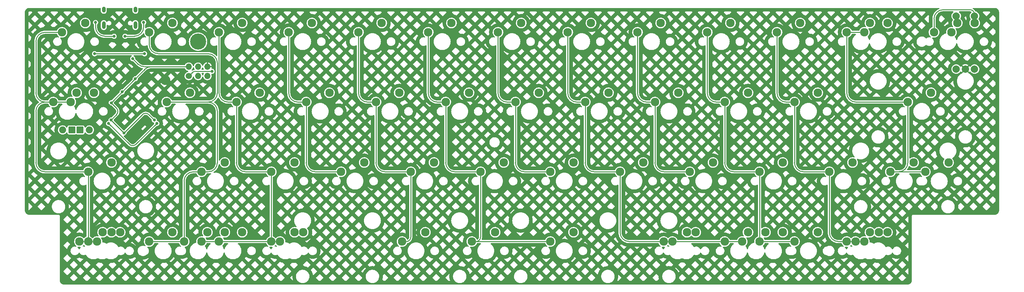
<source format=gbr>
G04 #@! TF.GenerationSoftware,KiCad,Pcbnew,(6.0.5)*
G04 #@! TF.CreationDate,2022-05-29T12:34:13-07:00*
G04 #@! TF.ProjectId,ttocyobItnA,74746f63-796f-4624-9974-6e412e6b6963,rev?*
G04 #@! TF.SameCoordinates,Original*
G04 #@! TF.FileFunction,Copper,L1,Top*
G04 #@! TF.FilePolarity,Positive*
%FSLAX46Y46*%
G04 Gerber Fmt 4.6, Leading zero omitted, Abs format (unit mm)*
G04 Created by KiCad (PCBNEW (6.0.5)) date 2022-05-29 12:34:13*
%MOMM*%
%LPD*%
G01*
G04 APERTURE LIST*
G04 Aperture macros list*
%AMRoundRect*
0 Rectangle with rounded corners*
0 $1 Rounding radius*
0 $2 $3 $4 $5 $6 $7 $8 $9 X,Y pos of 4 corners*
0 Add a 4 corners polygon primitive as box body*
4,1,4,$2,$3,$4,$5,$6,$7,$8,$9,$2,$3,0*
0 Add four circle primitives for the rounded corners*
1,1,$1+$1,$2,$3*
1,1,$1+$1,$4,$5*
1,1,$1+$1,$6,$7*
1,1,$1+$1,$8,$9*
0 Add four rect primitives between the rounded corners*
20,1,$1+$1,$2,$3,$4,$5,0*
20,1,$1+$1,$4,$5,$6,$7,0*
20,1,$1+$1,$6,$7,$8,$9,0*
20,1,$1+$1,$8,$9,$2,$3,0*%
G04 Aperture macros list end*
G04 #@! TA.AperFunction,ComponentPad*
%ADD10C,0.700000*%
G04 #@! TD*
G04 #@! TA.AperFunction,ComponentPad*
%ADD11C,4.400000*%
G04 #@! TD*
G04 #@! TA.AperFunction,ComponentPad*
%ADD12C,2.300000*%
G04 #@! TD*
G04 #@! TA.AperFunction,ComponentPad*
%ADD13RoundRect,0.285750X-0.666750X-0.666750X0.666750X-0.666750X0.666750X0.666750X-0.666750X0.666750X0*%
G04 #@! TD*
G04 #@! TA.AperFunction,ComponentPad*
%ADD14C,1.905000*%
G04 #@! TD*
G04 #@! TA.AperFunction,ComponentPad*
%ADD15C,2.000000*%
G04 #@! TD*
G04 #@! TA.AperFunction,ComponentPad*
%ADD16C,1.700000*%
G04 #@! TD*
G04 #@! TA.AperFunction,ComponentPad*
%ADD17O,1.700000X1.700000*%
G04 #@! TD*
G04 #@! TA.AperFunction,ComponentPad*
%ADD18O,1.000000X1.600000*%
G04 #@! TD*
G04 #@! TA.AperFunction,ComponentPad*
%ADD19O,1.000000X2.100000*%
G04 #@! TD*
G04 #@! TA.AperFunction,ViaPad*
%ADD20C,0.700000*%
G04 #@! TD*
G04 #@! TA.AperFunction,ViaPad*
%ADD21C,0.800000*%
G04 #@! TD*
G04 #@! TA.AperFunction,Conductor*
%ADD22C,0.250000*%
G04 #@! TD*
G04 APERTURE END LIST*
D10*
X82170774Y-51166726D03*
X83337500Y-51650000D03*
X81687500Y-50000000D03*
X83337500Y-48350000D03*
X82170774Y-48833274D03*
X84504226Y-51166726D03*
X84987500Y-50000000D03*
D11*
X83337500Y-50000000D03*
D10*
X84504226Y-48833274D03*
D12*
X46190000Y-47460000D03*
X52540000Y-44920000D03*
X246215000Y-104610000D03*
X252565000Y-102070000D03*
X208115000Y-66510000D03*
X214465000Y-63970000D03*
X165252500Y-47460000D03*
X171602500Y-44920000D03*
X241452500Y-47460000D03*
X247802500Y-44920000D03*
X74765000Y-66510000D03*
X81115000Y-63970000D03*
X262883750Y-104610000D03*
X269233750Y-102070000D03*
X150965000Y-66510000D03*
X157315000Y-63970000D03*
X79527500Y-104610000D03*
X85877500Y-102070000D03*
X260502500Y-47460000D03*
X266852500Y-44920000D03*
D13*
X48888750Y-74130000D03*
D14*
X46348750Y-74130000D03*
D15*
X290387500Y-57500000D03*
X295387500Y-57500000D03*
X292887500Y-57500000D03*
X295387500Y-43000000D03*
X290387500Y-43000000D03*
D12*
X179540000Y-85560000D03*
X185890000Y-83020000D03*
X212877500Y-104610000D03*
X219227500Y-102070000D03*
X170015000Y-66510000D03*
X176365000Y-63970000D03*
X55715000Y-104610000D03*
X62065000Y-102070000D03*
X103340000Y-85560000D03*
X109690000Y-83020000D03*
X265265000Y-47460000D03*
X271615000Y-44920000D03*
X265265000Y-104610000D03*
X271615000Y-102070000D03*
X281933750Y-85560000D03*
X288283750Y-83020000D03*
X277171250Y-66510000D03*
X283521250Y-63970000D03*
X146202500Y-47460000D03*
X152552500Y-44920000D03*
X217640000Y-85560000D03*
X223990000Y-83020000D03*
X222402500Y-47460000D03*
X228752500Y-44920000D03*
X112865000Y-66510000D03*
X119215000Y-63970000D03*
D13*
X51111250Y-74130000D03*
D14*
X53651250Y-74130000D03*
D12*
X89052500Y-104610000D03*
X95402500Y-102070000D03*
X141440000Y-85560000D03*
X147790000Y-83020000D03*
X255740000Y-85560000D03*
X262090000Y-83020000D03*
X93815000Y-66510000D03*
X100165000Y-63970000D03*
X284315000Y-47460000D03*
X290665000Y-44920000D03*
X260502500Y-104610000D03*
X266852500Y-102070000D03*
X122390000Y-85560000D03*
X128740000Y-83020000D03*
X131915000Y-66510000D03*
X138265000Y-63970000D03*
X236690000Y-85560000D03*
X243040000Y-83020000D03*
X89052500Y-47460000D03*
X95402500Y-44920000D03*
X53333750Y-104610000D03*
X59683750Y-102070000D03*
X127152500Y-47460000D03*
X133502500Y-44920000D03*
X227165000Y-66510000D03*
X233515000Y-63970000D03*
X210496250Y-104610000D03*
X216846250Y-102070000D03*
X53333750Y-85560000D03*
X59683750Y-83020000D03*
X179540000Y-104610000D03*
X185890000Y-102070000D03*
X70002500Y-47460000D03*
X76352500Y-44920000D03*
X231927500Y-104610000D03*
X238277500Y-102070000D03*
X189065000Y-66510000D03*
X195415000Y-63970000D03*
X70002500Y-104610000D03*
X76352500Y-102070000D03*
X84290000Y-85560000D03*
X90640000Y-83020000D03*
X203352500Y-47460000D03*
X209702500Y-44920000D03*
X289077500Y-47460000D03*
X295427500Y-44920000D03*
X43808750Y-66510000D03*
X50158750Y-63970000D03*
X105721250Y-104610000D03*
X112071250Y-102070000D03*
X108102500Y-47460000D03*
X114452500Y-44920000D03*
X227165000Y-104610000D03*
X233515000Y-102070000D03*
X139058750Y-104610000D03*
X145408750Y-102070000D03*
X50952500Y-104610000D03*
X57302500Y-102070000D03*
X103340000Y-104610000D03*
X109690000Y-102070000D03*
X278758750Y-83020000D03*
X272408750Y-85560000D03*
X158108750Y-104610000D03*
X164458750Y-102070000D03*
X236690000Y-104610000D03*
X243040000Y-102070000D03*
X198590000Y-85560000D03*
X204940000Y-83020000D03*
X84290000Y-104610000D03*
X90640000Y-102070000D03*
X184302500Y-47460000D03*
X190652500Y-44920000D03*
X246215000Y-66510000D03*
X252565000Y-63970000D03*
D16*
X80797500Y-59387500D03*
D17*
X80797500Y-56847500D03*
X83337500Y-59387500D03*
X83337500Y-56847500D03*
X85877500Y-59387500D03*
X85877500Y-56847500D03*
D12*
X160490000Y-85560000D03*
X166840000Y-83020000D03*
X48571250Y-66510000D03*
X54921250Y-63970000D03*
D18*
X66226250Y-41290000D03*
D19*
X57586250Y-45470000D03*
D18*
X57586250Y-41290000D03*
D19*
X66226250Y-45470000D03*
D20*
X68732500Y-59017542D03*
D21*
X66763292Y-76020305D03*
X55336250Y-42735000D03*
X55336250Y-43745000D03*
X63796979Y-75624325D03*
X74378898Y-60497542D03*
X60523074Y-64448503D03*
X58932084Y-67397138D03*
X65520551Y-59451025D03*
X58903800Y-70731146D03*
X72052450Y-70731146D03*
X61906250Y-48517500D03*
X61937288Y-63034289D03*
X68476250Y-43745000D03*
X68476250Y-42765000D03*
X87147500Y-58117500D03*
X55336250Y-44765000D03*
X60406250Y-48517500D03*
X63406250Y-48517500D03*
X68476250Y-44765000D03*
X59582622Y-71409969D03*
X59610906Y-66718315D03*
X71373628Y-71409969D03*
X65478125Y-54650000D03*
X66199374Y-60129848D03*
X62616110Y-63713112D03*
X63118156Y-74945503D03*
X68732500Y-53300000D03*
X55080000Y-53300000D03*
X58903800Y-72350000D03*
X72052450Y-72350000D03*
D22*
X43808750Y-66510000D02*
X48571250Y-66510000D01*
X53333750Y-85560000D02*
X53333750Y-103360000D01*
X41546250Y-47460000D02*
X46190000Y-47460000D01*
X39046250Y-69010000D02*
X39046250Y-83060000D01*
X41546250Y-85560000D02*
X53333750Y-85560000D01*
X54583750Y-104610000D02*
X55715000Y-104610000D01*
X50952500Y-104610000D02*
X55715000Y-104610000D01*
X39046250Y-64010000D02*
X39046250Y-49960000D01*
X43808750Y-66510000D02*
X41546250Y-66510000D01*
X41546250Y-66509950D02*
G75*
G02*
X39046250Y-64010000I-50J2499950D01*
G01*
X41546250Y-47460050D02*
G75*
G03*
X39046250Y-49960000I-50J-2499950D01*
G01*
X39046200Y-83060000D02*
G75*
G03*
X41546250Y-85560000I2500000J0D01*
G01*
X53333800Y-103360000D02*
G75*
G03*
X54583750Y-104610000I1250000J0D01*
G01*
X39046200Y-69010000D02*
G75*
G02*
X41546250Y-66510000I2500000J0D01*
G01*
X70002500Y-47460000D02*
X70002500Y-50800000D01*
X86102980Y-66510000D02*
X74765000Y-66510000D01*
X79527500Y-104610000D02*
X79527500Y-88060000D01*
X72502500Y-53300000D02*
X86102980Y-53300000D01*
X88602980Y-83060000D02*
X88602980Y-69010000D01*
X88602980Y-55800000D02*
X88602980Y-64010000D01*
X84290000Y-85560000D02*
X86102980Y-85560000D01*
X70002500Y-104610000D02*
X79527500Y-104610000D01*
X82027500Y-85560000D02*
X84290000Y-85560000D01*
X86102980Y-53300020D02*
G75*
G02*
X88602980Y-55800000I20J-2499980D01*
G01*
X86102980Y-66510020D02*
G75*
G02*
X88602980Y-69010000I20J-2499980D01*
G01*
X72502500Y-53300000D02*
G75*
G02*
X70002500Y-50800000I0J2500000D01*
G01*
X79527500Y-88060000D02*
G75*
G02*
X82027500Y-85560000I2500000J0D01*
G01*
X88603000Y-83060000D02*
G75*
G02*
X86102980Y-85560000I-2500000J0D01*
G01*
X88603000Y-64010000D02*
G75*
G02*
X86102980Y-66510000I-2500000J0D01*
G01*
X96315000Y-85560000D02*
X103340000Y-85560000D01*
X89052500Y-47460000D02*
X89052500Y-64010000D01*
X103340000Y-85560000D02*
X103340000Y-103360000D01*
X104590000Y-104610000D02*
X105721250Y-104610000D01*
X84290000Y-104610000D02*
X105721250Y-104610000D01*
X91552500Y-66510000D02*
X93815000Y-66510000D01*
X93815000Y-66510000D02*
X93815000Y-83060000D01*
X104590000Y-104610000D02*
G75*
G02*
X103340000Y-103360000I0J1250000D01*
G01*
X91552500Y-66510000D02*
G75*
G02*
X89052500Y-64010000I0J2500000D01*
G01*
X93815000Y-83060000D02*
G75*
G03*
X96315000Y-85560000I2500000J0D01*
G01*
X108102500Y-47460000D02*
X108102500Y-64010000D01*
X112865000Y-66510000D02*
X112865000Y-83060000D01*
X115365000Y-85560000D02*
X122390000Y-85560000D01*
X110602500Y-66510000D02*
X112865000Y-66510000D01*
X108102500Y-64010000D02*
G75*
G03*
X110602500Y-66510000I2500000J0D01*
G01*
X115365000Y-85560000D02*
G75*
G02*
X112865000Y-83060000I0J2500000D01*
G01*
X141440000Y-85560000D02*
X141440000Y-103360000D01*
X127152500Y-47460000D02*
X127152500Y-64010000D01*
X134415000Y-85560000D02*
X141440000Y-85560000D01*
X140190000Y-104610000D02*
X139058750Y-104610000D01*
X129652500Y-66510000D02*
X131915000Y-66510000D01*
X131915000Y-66510000D02*
X131915000Y-83060000D01*
X129652500Y-66510000D02*
G75*
G02*
X127152500Y-64010000I0J2500000D01*
G01*
X141440000Y-103360000D02*
G75*
G02*
X140190000Y-104610000I-1250000J0D01*
G01*
X134415000Y-85560000D02*
G75*
G02*
X131915000Y-83060000I0J2500000D01*
G01*
X158108750Y-104610000D02*
X179540000Y-104610000D01*
X159240000Y-104610000D02*
X158108750Y-104610000D01*
X150965000Y-66510000D02*
X150965000Y-83060000D01*
X146202500Y-47460000D02*
X146202500Y-64010000D01*
X87147500Y-58117500D02*
X82593551Y-58117500D01*
X81695525Y-58489475D02*
X80797500Y-59387500D01*
X148702500Y-66510000D02*
X150965000Y-66510000D01*
X153465000Y-85560000D02*
X160490000Y-85560000D01*
X160490000Y-85560000D02*
X160490000Y-103360000D01*
X153465000Y-85560000D02*
G75*
G02*
X150965000Y-83060000I0J2500000D01*
G01*
X82593551Y-58117466D02*
G75*
G03*
X81695525Y-58489475I49J-1270034D01*
G01*
X159240000Y-104610000D02*
G75*
G03*
X160490000Y-103360000I0J1250000D01*
G01*
X148702500Y-66510000D02*
G75*
G02*
X146202500Y-64010000I0J2500000D01*
G01*
X165252500Y-47460000D02*
X165252500Y-64010000D01*
X167752500Y-66510000D02*
X170015000Y-66510000D01*
X172515000Y-85560000D02*
X179540000Y-85560000D01*
X170015000Y-66510000D02*
X170015000Y-83060000D01*
X167752500Y-66510000D02*
G75*
G02*
X165252500Y-64010000I0J2500000D01*
G01*
X172515000Y-85560000D02*
G75*
G02*
X170015000Y-83060000I0J2500000D01*
G01*
X189065000Y-66510000D02*
X189065000Y-83060000D01*
X186802500Y-66510000D02*
X189065000Y-66510000D01*
X198590000Y-85560000D02*
X198590000Y-102110000D01*
X210496250Y-104610000D02*
X231927500Y-104610000D01*
X201090000Y-104610000D02*
X210496250Y-104610000D01*
X184302500Y-47460000D02*
X184302500Y-64010000D01*
X191565000Y-85560000D02*
X198590000Y-85560000D01*
X184302500Y-64010000D02*
G75*
G03*
X186802500Y-66510000I2500000J0D01*
G01*
X201090000Y-104610000D02*
G75*
G02*
X198590000Y-102110000I0J2500000D01*
G01*
X191565000Y-85560000D02*
G75*
G02*
X189065000Y-83060000I0J2500000D01*
G01*
X208115000Y-66510000D02*
X208115000Y-83060000D01*
X205852500Y-66510000D02*
X208115000Y-66510000D01*
X203352500Y-47460000D02*
X203352500Y-64010000D01*
X210615000Y-85560000D02*
X217640000Y-85560000D01*
X205852500Y-66510000D02*
G75*
G02*
X203352500Y-64010000I0J2500000D01*
G01*
X208115000Y-83060000D02*
G75*
G03*
X210615000Y-85560000I2500000J0D01*
G01*
X236690000Y-85560000D02*
X236690000Y-104610000D01*
X236690000Y-104610000D02*
X246215000Y-104610000D01*
X229665000Y-85560000D02*
X236690000Y-85560000D01*
X222402500Y-47460000D02*
X222402500Y-64010000D01*
X224902500Y-66510000D02*
X227165000Y-66510000D01*
X227165000Y-66510000D02*
X227165000Y-83060000D01*
X222402500Y-64010000D02*
G75*
G03*
X224902500Y-66510000I2500000J0D01*
G01*
X227165000Y-83060000D02*
G75*
G03*
X229665000Y-85560000I2500000J0D01*
G01*
X241452500Y-47460000D02*
X241452500Y-64010000D01*
X255740000Y-85560000D02*
X255740000Y-102110000D01*
X243952500Y-66510000D02*
X246215000Y-66510000D01*
X246215000Y-66510000D02*
X246215000Y-83060000D01*
X258240000Y-104610000D02*
X260502500Y-104610000D01*
X248715000Y-85560000D02*
X255740000Y-85560000D01*
X260502500Y-104610000D02*
X265265000Y-104610000D01*
X258240000Y-104610000D02*
G75*
G02*
X255740000Y-102110000I0J2500000D01*
G01*
X243952500Y-66510000D02*
G75*
G02*
X241452500Y-64010000I0J2500000D01*
G01*
X248715000Y-85560000D02*
G75*
G02*
X246215000Y-83060000I0J2500000D01*
G01*
X263002500Y-66510000D02*
X277171250Y-66510000D01*
X260502500Y-47460000D02*
X265265000Y-47460000D01*
X260502500Y-47460000D02*
X260502500Y-64010000D01*
X272408750Y-85560000D02*
X281933750Y-85560000D01*
X277171250Y-66510000D02*
X277171250Y-83060000D01*
X274671250Y-85559950D02*
G75*
G03*
X277171250Y-83060000I50J2499950D01*
G01*
X260502500Y-64010000D02*
G75*
G03*
X263002500Y-66510000I2500000J0D01*
G01*
X286815000Y-41282499D02*
X294137500Y-41282499D01*
X295387500Y-42532499D02*
X295387500Y-43000000D01*
X284315000Y-47460000D02*
X284315000Y-43782499D01*
X294137500Y-41282500D02*
G75*
G02*
X295387500Y-42532499I0J-1250000D01*
G01*
X286815000Y-41282500D02*
G75*
G03*
X284315000Y-43782499I0J-2500000D01*
G01*
X55336250Y-44765000D02*
X55336250Y-46017500D01*
X57836250Y-48517500D02*
X60406250Y-48517500D01*
X57836250Y-48517450D02*
G75*
G02*
X55336250Y-46017500I-50J2499950D01*
G01*
X68476250Y-44765000D02*
X68476250Y-46017500D01*
X65976250Y-48517500D02*
X63406250Y-48517500D01*
X65976250Y-48517450D02*
G75*
G03*
X68476250Y-46017500I50J2499950D01*
G01*
X59610906Y-66718315D02*
X61058708Y-68166117D01*
X59610906Y-66718315D02*
X66199374Y-60129848D01*
X68129775Y-69933883D02*
X63118156Y-74945503D01*
X68711159Y-56847500D02*
X70517256Y-56847500D01*
X61058708Y-69933883D02*
X59582622Y-71409969D01*
X65478125Y-54650000D02*
X66943392Y-56115267D01*
X59582622Y-71409969D02*
X63118156Y-74945503D01*
X68749489Y-57579733D02*
X66199374Y-60129848D01*
X80797500Y-56847500D02*
X70517256Y-56847500D01*
X71373628Y-71409969D02*
X69897542Y-69933883D01*
X68711159Y-56847529D02*
G75*
G02*
X66943392Y-56115267I41J2500029D01*
G01*
X68129776Y-69933884D02*
G75*
G02*
X69897542Y-69933883I883883J-883888D01*
G01*
X61058708Y-69933883D02*
G75*
G03*
X61058708Y-68166117I-883908J883883D01*
G01*
X70517256Y-56847469D02*
G75*
G03*
X68749489Y-57579733I44J-2500031D01*
G01*
X55080000Y-53300000D02*
X68732500Y-53300000D01*
X72052450Y-72350000D02*
X66362008Y-78040442D01*
X58903800Y-72350000D02*
X64594242Y-78040442D01*
X66362008Y-78040442D02*
G75*
G02*
X64594242Y-78040442I-883883J883884D01*
G01*
G04 #@! TA.AperFunction,Conductor*
G36*
X56711250Y-40810462D02*
G01*
X56765788Y-40865000D01*
X56785750Y-40939500D01*
X56785750Y-41635155D01*
X56800704Y-41768472D01*
X56859765Y-41938073D01*
X56864179Y-41945137D01*
X56864180Y-41945139D01*
X56897885Y-41999078D01*
X56954934Y-42090375D01*
X57081480Y-42217807D01*
X57088510Y-42222268D01*
X57088512Y-42222270D01*
X57225446Y-42309171D01*
X57233114Y-42314037D01*
X57240959Y-42316830D01*
X57240960Y-42316831D01*
X57258153Y-42322953D01*
X57402299Y-42374281D01*
X57410570Y-42375267D01*
X57410573Y-42375268D01*
X57512882Y-42387467D01*
X57580626Y-42395545D01*
X57588904Y-42394675D01*
X57588906Y-42394675D01*
X57655703Y-42387654D01*
X57759233Y-42376773D01*
X57767111Y-42374091D01*
X57767116Y-42374090D01*
X57870496Y-42338896D01*
X57929243Y-42318897D01*
X58082205Y-42224794D01*
X58088154Y-42218968D01*
X58088157Y-42218966D01*
X58204568Y-42104968D01*
X58204569Y-42104966D01*
X58210518Y-42099141D01*
X58215029Y-42092142D01*
X58215031Y-42092139D01*
X58279118Y-41992695D01*
X60733679Y-41992695D01*
X60739242Y-42020662D01*
X60763396Y-42056811D01*
X61697237Y-42990652D01*
X61733388Y-43014807D01*
X61761355Y-43020370D01*
X61789321Y-43014807D01*
X61825471Y-42990652D01*
X62759313Y-42056811D01*
X62783467Y-42020662D01*
X62789030Y-41992695D01*
X62783467Y-41964728D01*
X62759313Y-41928579D01*
X62619234Y-41788500D01*
X60903475Y-41788500D01*
X60763396Y-41928579D01*
X60739242Y-41964728D01*
X60733679Y-41992695D01*
X58279118Y-41992695D01*
X58303290Y-41955187D01*
X58307804Y-41948183D01*
X58311484Y-41938073D01*
X58366379Y-41787250D01*
X58366379Y-41787249D01*
X58369228Y-41779422D01*
X58371658Y-41760186D01*
X58386163Y-41645366D01*
X58386163Y-41645361D01*
X58386750Y-41640717D01*
X58386750Y-40944845D01*
X58387306Y-40944845D01*
X58402454Y-40872323D01*
X58453860Y-40814825D01*
X58527129Y-40790733D01*
X58535451Y-40790500D01*
X65276750Y-40790500D01*
X65351250Y-40810462D01*
X65405788Y-40865000D01*
X65425750Y-40939500D01*
X65425750Y-41635155D01*
X65440704Y-41768472D01*
X65499765Y-41938073D01*
X65504179Y-41945137D01*
X65504180Y-41945139D01*
X65537885Y-41999078D01*
X65594934Y-42090375D01*
X65721480Y-42217807D01*
X65728510Y-42222268D01*
X65728512Y-42222270D01*
X65865446Y-42309171D01*
X65873114Y-42314037D01*
X65880959Y-42316830D01*
X65880960Y-42316831D01*
X65898153Y-42322953D01*
X66042299Y-42374281D01*
X66050570Y-42375267D01*
X66050573Y-42375268D01*
X66152882Y-42387467D01*
X66220626Y-42395545D01*
X66228904Y-42394675D01*
X66228906Y-42394675D01*
X66295703Y-42387654D01*
X66399233Y-42376773D01*
X66407111Y-42374091D01*
X66407116Y-42374090D01*
X66510496Y-42338896D01*
X66569243Y-42318897D01*
X66722205Y-42224794D01*
X66728154Y-42218968D01*
X66728157Y-42218966D01*
X66844568Y-42104968D01*
X66844569Y-42104966D01*
X66850518Y-42099141D01*
X66855029Y-42092142D01*
X66855031Y-42092139D01*
X66919118Y-41992695D01*
X71340281Y-41992695D01*
X71345844Y-42020662D01*
X71369998Y-42056811D01*
X72303840Y-42990653D01*
X72339989Y-43014807D01*
X72367956Y-43020370D01*
X72395923Y-43014807D01*
X72432072Y-42990653D01*
X73365914Y-42056811D01*
X73390068Y-42020662D01*
X73395631Y-41992695D01*
X74875815Y-41992695D01*
X74881378Y-42020662D01*
X74905532Y-42056811D01*
X75478378Y-42629657D01*
X75478427Y-42629640D01*
X75705143Y-42555538D01*
X75710987Y-42553760D01*
X75766230Y-42538179D01*
X75772145Y-42536641D01*
X75795898Y-42530982D01*
X75801873Y-42529687D01*
X75858219Y-42518684D01*
X75864238Y-42517636D01*
X76100011Y-42481557D01*
X76106070Y-42480757D01*
X76163132Y-42474407D01*
X76169219Y-42473856D01*
X76193577Y-42472153D01*
X76199678Y-42471852D01*
X76257052Y-42470199D01*
X76263163Y-42470148D01*
X76485396Y-42472863D01*
X76901448Y-42056811D01*
X76925602Y-42020662D01*
X76931165Y-41992695D01*
X78411349Y-41992695D01*
X78416912Y-42020662D01*
X78441066Y-42056811D01*
X79374908Y-42990653D01*
X79411057Y-43014807D01*
X79439024Y-43020370D01*
X79466991Y-43014807D01*
X79503140Y-42990653D01*
X80436982Y-42056811D01*
X80461136Y-42020662D01*
X80466699Y-41992695D01*
X81946883Y-41992695D01*
X81952446Y-42020662D01*
X81976600Y-42056811D01*
X82910442Y-42990653D01*
X82946591Y-43014807D01*
X82974558Y-43020370D01*
X83002525Y-43014807D01*
X83038674Y-42990653D01*
X83972516Y-42056811D01*
X83996670Y-42020662D01*
X84002233Y-41992695D01*
X85482416Y-41992695D01*
X85487979Y-42020662D01*
X85512133Y-42056810D01*
X86445976Y-42990653D01*
X86482125Y-43014807D01*
X86510091Y-43020370D01*
X86538058Y-43014807D01*
X86574209Y-42990652D01*
X87508050Y-42056811D01*
X87532204Y-42020662D01*
X87537767Y-41992695D01*
X89017950Y-41992695D01*
X89023513Y-42020662D01*
X89047667Y-42056811D01*
X89981509Y-42990652D01*
X90017659Y-43014807D01*
X90045625Y-43020370D01*
X90073592Y-43014807D01*
X90109743Y-42990652D01*
X91043584Y-42056811D01*
X91067738Y-42020662D01*
X91073301Y-41992695D01*
X92553484Y-41992695D01*
X92559047Y-42020662D01*
X92583201Y-42056811D01*
X93517043Y-42990652D01*
X93553193Y-43014807D01*
X93581159Y-43020370D01*
X93609126Y-43014807D01*
X93645277Y-42990652D01*
X94579118Y-42056811D01*
X94603272Y-42020662D01*
X94608835Y-41992695D01*
X96089018Y-41992695D01*
X96094581Y-42020662D01*
X96118735Y-42056811D01*
X97052576Y-42990652D01*
X97088727Y-43014807D01*
X97116694Y-43020370D01*
X97144660Y-43014807D01*
X97180810Y-42990652D01*
X98114652Y-42056811D01*
X98138806Y-42020662D01*
X98144369Y-41992695D01*
X99624552Y-41992695D01*
X99630115Y-42020662D01*
X99654269Y-42056811D01*
X100588110Y-42990652D01*
X100624261Y-43014807D01*
X100652228Y-43020370D01*
X100680194Y-43014807D01*
X100716344Y-42990652D01*
X101650186Y-42056811D01*
X101674340Y-42020662D01*
X101679903Y-41992695D01*
X103160086Y-41992695D01*
X103165649Y-42020662D01*
X103189803Y-42056811D01*
X104123644Y-42990652D01*
X104159795Y-43014807D01*
X104187762Y-43020370D01*
X104215728Y-43014807D01*
X104251877Y-42990653D01*
X105185720Y-42056810D01*
X105209874Y-42020662D01*
X105215437Y-41992695D01*
X106695620Y-41992695D01*
X106701183Y-42020662D01*
X106725337Y-42056811D01*
X107659179Y-42990653D01*
X107695328Y-43014807D01*
X107723295Y-43020370D01*
X107751262Y-43014807D01*
X107787411Y-42990653D01*
X108721253Y-42056811D01*
X108745407Y-42020662D01*
X108750970Y-41992695D01*
X110231154Y-41992695D01*
X110236717Y-42020662D01*
X110260871Y-42056811D01*
X111194713Y-42990653D01*
X111230862Y-43014807D01*
X111258829Y-43020370D01*
X111286796Y-43014807D01*
X111322945Y-42990653D01*
X112256787Y-42056811D01*
X112280941Y-42020662D01*
X112286504Y-41992695D01*
X113766688Y-41992695D01*
X113772251Y-42020662D01*
X113796405Y-42056811D01*
X114218921Y-42479327D01*
X114263132Y-42474407D01*
X114269219Y-42473856D01*
X114293577Y-42472153D01*
X114299678Y-42471852D01*
X114357052Y-42470199D01*
X114363163Y-42470148D01*
X114601664Y-42473062D01*
X114607773Y-42473262D01*
X114665098Y-42476317D01*
X114671191Y-42476767D01*
X114695501Y-42479065D01*
X114701571Y-42479765D01*
X114758453Y-42487506D01*
X114764491Y-42488454D01*
X114999313Y-42530283D01*
X115005306Y-42531478D01*
X115061353Y-42543852D01*
X115067290Y-42545291D01*
X115090897Y-42551528D01*
X115096773Y-42553210D01*
X115151632Y-42570139D01*
X115157433Y-42572060D01*
X115245785Y-42603347D01*
X115792321Y-42056811D01*
X115816475Y-42020662D01*
X115822038Y-41992695D01*
X117302222Y-41992695D01*
X117307785Y-42020662D01*
X117331939Y-42056811D01*
X118265781Y-42990653D01*
X118301930Y-43014807D01*
X118329897Y-43020370D01*
X118357864Y-43014807D01*
X118394013Y-42990653D01*
X119327855Y-42056811D01*
X119352009Y-42020662D01*
X119357572Y-41992695D01*
X120837755Y-41992695D01*
X120843318Y-42020662D01*
X120867472Y-42056810D01*
X121801315Y-42990653D01*
X121837464Y-43014807D01*
X121865430Y-43020370D01*
X121893397Y-43014807D01*
X121929548Y-42990652D01*
X122863389Y-42056811D01*
X122887543Y-42020662D01*
X122893106Y-41992695D01*
X124373289Y-41992695D01*
X124378852Y-42020662D01*
X124403006Y-42056810D01*
X125336849Y-42990653D01*
X125372998Y-43014807D01*
X125400964Y-43020370D01*
X125428931Y-43014807D01*
X125465082Y-42990652D01*
X126398923Y-42056811D01*
X126423077Y-42020662D01*
X126428640Y-41992695D01*
X127908823Y-41992695D01*
X127914386Y-42020662D01*
X127938540Y-42056811D01*
X128872382Y-42990652D01*
X128908532Y-43014807D01*
X128936498Y-43020370D01*
X128964465Y-43014807D01*
X129000616Y-42990652D01*
X129934457Y-42056811D01*
X129958611Y-42020662D01*
X129964174Y-41992695D01*
X131444357Y-41992695D01*
X131449920Y-42020662D01*
X131474074Y-42056811D01*
X132236977Y-42819714D01*
X132260731Y-42806083D01*
X132266091Y-42803152D01*
X132477659Y-42693017D01*
X132483136Y-42690307D01*
X132535096Y-42665912D01*
X132540679Y-42663430D01*
X132563188Y-42653968D01*
X132568868Y-42651716D01*
X132622658Y-42631658D01*
X132628427Y-42629640D01*
X132855143Y-42555538D01*
X132860987Y-42553760D01*
X132916230Y-42538179D01*
X132922145Y-42536641D01*
X132945898Y-42530982D01*
X132951873Y-42529687D01*
X133008093Y-42518709D01*
X133469991Y-42056811D01*
X133494145Y-42020662D01*
X133499708Y-41992695D01*
X134979891Y-41992695D01*
X134985454Y-42020662D01*
X135009608Y-42056811D01*
X135943449Y-42990652D01*
X135979600Y-43014807D01*
X136007567Y-43020370D01*
X136035533Y-43014807D01*
X136071683Y-42990652D01*
X137005525Y-42056811D01*
X137029679Y-42020662D01*
X137035242Y-41992695D01*
X138515425Y-41992695D01*
X138520988Y-42020662D01*
X138545142Y-42056811D01*
X139478983Y-42990652D01*
X139515134Y-43014807D01*
X139543101Y-43020370D01*
X139571067Y-43014807D01*
X139607216Y-42990653D01*
X140541059Y-42056810D01*
X140565213Y-42020662D01*
X140570776Y-41992695D01*
X142050959Y-41992695D01*
X142056522Y-42020662D01*
X142080676Y-42056811D01*
X143014517Y-42990652D01*
X143050668Y-43014807D01*
X143078635Y-43020370D01*
X143106601Y-43014807D01*
X143142750Y-42990653D01*
X144076593Y-42056810D01*
X144100747Y-42020662D01*
X144106310Y-41992695D01*
X145586493Y-41992695D01*
X145592056Y-42020662D01*
X145616210Y-42056811D01*
X146550052Y-42990653D01*
X146586201Y-43014807D01*
X146614168Y-43020370D01*
X146642135Y-43014807D01*
X146678284Y-42990653D01*
X147612126Y-42056811D01*
X147636280Y-42020662D01*
X147641843Y-41992695D01*
X149122027Y-41992695D01*
X149127590Y-42020662D01*
X149151744Y-42056811D01*
X150085586Y-42990653D01*
X150121735Y-43014807D01*
X150149702Y-43020370D01*
X150177669Y-43014807D01*
X150213818Y-42990653D01*
X151147660Y-42056811D01*
X151171814Y-42020662D01*
X151177377Y-41992695D01*
X152657561Y-41992695D01*
X152663124Y-42020662D01*
X152687278Y-42056811D01*
X153178799Y-42548332D01*
X153190897Y-42551528D01*
X153196773Y-42553210D01*
X153251632Y-42570139D01*
X153257433Y-42572060D01*
X153482270Y-42651679D01*
X153487989Y-42653837D01*
X153541284Y-42675208D01*
X153546909Y-42677599D01*
X153569181Y-42687609D01*
X153574702Y-42690228D01*
X153626038Y-42715880D01*
X153631445Y-42718722D01*
X153840259Y-42833993D01*
X153845546Y-42837054D01*
X153881272Y-42858733D01*
X154683194Y-42056811D01*
X154707348Y-42020662D01*
X154712911Y-41992695D01*
X156193095Y-41992695D01*
X156198658Y-42020662D01*
X156222812Y-42056811D01*
X157156654Y-42990653D01*
X157192803Y-43014807D01*
X157220770Y-43020370D01*
X157248737Y-43014807D01*
X157284886Y-42990653D01*
X158218728Y-42056811D01*
X158242882Y-42020662D01*
X158248445Y-41992695D01*
X159728628Y-41992695D01*
X159734191Y-42020662D01*
X159758345Y-42056810D01*
X160692188Y-42990653D01*
X160728337Y-43014807D01*
X160756303Y-43020370D01*
X160784270Y-43014807D01*
X160820421Y-42990652D01*
X161754262Y-42056811D01*
X161778416Y-42020662D01*
X161783979Y-41992695D01*
X163264162Y-41992695D01*
X163269725Y-42020662D01*
X163293879Y-42056811D01*
X164227721Y-42990652D01*
X164263871Y-43014807D01*
X164291837Y-43020370D01*
X164319804Y-43014807D01*
X164355955Y-42990652D01*
X165289796Y-42056811D01*
X165313950Y-42020662D01*
X165319513Y-41992695D01*
X166799696Y-41992695D01*
X166805259Y-42020662D01*
X166829413Y-42056811D01*
X167763255Y-42990652D01*
X167799405Y-43014807D01*
X167827371Y-43020370D01*
X167855338Y-43014807D01*
X167891489Y-42990652D01*
X168825330Y-42056811D01*
X168849484Y-42020662D01*
X168855047Y-41992695D01*
X170335230Y-41992695D01*
X170340793Y-42020662D01*
X170364947Y-42056811D01*
X170886206Y-42578070D01*
X170955143Y-42555538D01*
X170960987Y-42553760D01*
X171016230Y-42538179D01*
X171022145Y-42536641D01*
X171045898Y-42530982D01*
X171051873Y-42529687D01*
X171108219Y-42518684D01*
X171114238Y-42517636D01*
X171350011Y-42481557D01*
X171356070Y-42480757D01*
X171413132Y-42474407D01*
X171419219Y-42473856D01*
X171443577Y-42472153D01*
X171449678Y-42471852D01*
X171507052Y-42470199D01*
X171513163Y-42470148D01*
X171751664Y-42473062D01*
X171757773Y-42473262D01*
X171815098Y-42476317D01*
X171821191Y-42476767D01*
X171845501Y-42479065D01*
X171851571Y-42479765D01*
X171908453Y-42487506D01*
X171914492Y-42488454D01*
X171926994Y-42490681D01*
X172360864Y-42056811D01*
X172385018Y-42020662D01*
X172390581Y-41992695D01*
X173870764Y-41992695D01*
X173876327Y-42020662D01*
X173900481Y-42056811D01*
X174834322Y-42990652D01*
X174870473Y-43014807D01*
X174898440Y-43020370D01*
X174926406Y-43014807D01*
X174962556Y-42990652D01*
X175896398Y-42056811D01*
X175920552Y-42020662D01*
X175926115Y-41992695D01*
X177406298Y-41992695D01*
X177411861Y-42020662D01*
X177436015Y-42056811D01*
X178369856Y-42990652D01*
X178406007Y-43014807D01*
X178433974Y-43020370D01*
X178461940Y-43014807D01*
X178498089Y-42990653D01*
X179431932Y-42056810D01*
X179456086Y-42020662D01*
X179461649Y-41992695D01*
X180941832Y-41992695D01*
X180947395Y-42020662D01*
X180971549Y-42056811D01*
X181905391Y-42990653D01*
X181941540Y-43014807D01*
X181969507Y-43020370D01*
X181997474Y-43014807D01*
X182033623Y-42990653D01*
X182967465Y-42056811D01*
X182991619Y-42020662D01*
X182997182Y-41992695D01*
X184477366Y-41992695D01*
X184482929Y-42020662D01*
X184507083Y-42056811D01*
X185440925Y-42990653D01*
X185477074Y-43014807D01*
X185505041Y-43020370D01*
X185533008Y-43014807D01*
X185569157Y-42990653D01*
X186502999Y-42056811D01*
X186527153Y-42020662D01*
X186532716Y-41992695D01*
X188012900Y-41992695D01*
X188018463Y-42020662D01*
X188042617Y-42056811D01*
X188976459Y-42990653D01*
X189012608Y-43014807D01*
X189040575Y-43020370D01*
X189068542Y-43014807D01*
X189104691Y-42990653D01*
X190038533Y-42056811D01*
X190062687Y-42020662D01*
X190068250Y-41992695D01*
X191548434Y-41992695D01*
X191553997Y-42020662D01*
X191578151Y-42056811D01*
X192511993Y-42990653D01*
X192548142Y-43014807D01*
X192576109Y-43020370D01*
X192604076Y-43014807D01*
X192640225Y-42990653D01*
X193574067Y-42056811D01*
X193598221Y-42020662D01*
X193603784Y-41992695D01*
X195083968Y-41992695D01*
X195089531Y-42020662D01*
X195113685Y-42056811D01*
X196047527Y-42990653D01*
X196083676Y-43014807D01*
X196111642Y-43020370D01*
X196139609Y-43014807D01*
X196175760Y-42990652D01*
X197109601Y-42056811D01*
X197133755Y-42020662D01*
X197139318Y-41992695D01*
X198619501Y-41992695D01*
X198625064Y-42020662D01*
X198649218Y-42056810D01*
X199583061Y-42990653D01*
X199619210Y-43014807D01*
X199647176Y-43020370D01*
X199675143Y-43014807D01*
X199711294Y-42990652D01*
X200645135Y-42056811D01*
X200669289Y-42020662D01*
X200674852Y-41992695D01*
X202155035Y-41992695D01*
X202160598Y-42020662D01*
X202184752Y-42056811D01*
X203118594Y-42990652D01*
X203154744Y-43014807D01*
X203182710Y-43020370D01*
X203210677Y-43014807D01*
X203246828Y-42990652D01*
X204180669Y-42056811D01*
X204204823Y-42020662D01*
X204210386Y-41992695D01*
X205690569Y-41992695D01*
X205696132Y-42020662D01*
X205720286Y-42056811D01*
X206654128Y-42990652D01*
X206690278Y-43014807D01*
X206718244Y-43020370D01*
X206746211Y-43014807D01*
X206782362Y-42990652D01*
X207716203Y-42056811D01*
X207740357Y-42020662D01*
X207745920Y-41992695D01*
X209226103Y-41992695D01*
X209231666Y-42020662D01*
X209255820Y-42056811D01*
X209669850Y-42470841D01*
X209851664Y-42473062D01*
X209857773Y-42473262D01*
X209915098Y-42476317D01*
X209921191Y-42476767D01*
X209945501Y-42479065D01*
X209951571Y-42479765D01*
X210008453Y-42487506D01*
X210014491Y-42488454D01*
X210249313Y-42530283D01*
X210255306Y-42531478D01*
X210311353Y-42543852D01*
X210317290Y-42545291D01*
X210340897Y-42551528D01*
X210346773Y-42553210D01*
X210401632Y-42570139D01*
X210407433Y-42572060D01*
X210632270Y-42651679D01*
X210637989Y-42653837D01*
X210649924Y-42658623D01*
X211251737Y-42056811D01*
X211275891Y-42020662D01*
X211281454Y-41992695D01*
X212761637Y-41992695D01*
X212767200Y-42020662D01*
X212791354Y-42056811D01*
X213725195Y-42990652D01*
X213761346Y-43014807D01*
X213789313Y-43020370D01*
X213817279Y-43014807D01*
X213853429Y-42990652D01*
X214787271Y-42056811D01*
X214811425Y-42020662D01*
X214816988Y-41992695D01*
X216297171Y-41992695D01*
X216302734Y-42020662D01*
X216326888Y-42056811D01*
X217260729Y-42990652D01*
X217296880Y-43014807D01*
X217324847Y-43020370D01*
X217352813Y-43014807D01*
X217388962Y-42990653D01*
X218322805Y-42056810D01*
X218346959Y-42020662D01*
X218352522Y-41992695D01*
X219832705Y-41992695D01*
X219838268Y-42020662D01*
X219862422Y-42056811D01*
X220796264Y-42990653D01*
X220832413Y-43014807D01*
X220860380Y-43020370D01*
X220888347Y-43014807D01*
X220924496Y-42990653D01*
X221858338Y-42056811D01*
X221882492Y-42020662D01*
X221888055Y-41992695D01*
X223368239Y-41992695D01*
X223373802Y-42020662D01*
X223397956Y-42056811D01*
X224331798Y-42990653D01*
X224367947Y-43014807D01*
X224395914Y-43020370D01*
X224423881Y-43014807D01*
X224460030Y-42990653D01*
X225393872Y-42056811D01*
X225418026Y-42020662D01*
X225423589Y-41992695D01*
X226903773Y-41992695D01*
X226909336Y-42020662D01*
X226933490Y-42056811D01*
X227623775Y-42747096D01*
X227727659Y-42693017D01*
X227733136Y-42690307D01*
X227785096Y-42665912D01*
X227790679Y-42663430D01*
X227813188Y-42653968D01*
X227818868Y-42651716D01*
X227872658Y-42631658D01*
X227878427Y-42629640D01*
X228105143Y-42555538D01*
X228110987Y-42553760D01*
X228166230Y-42538179D01*
X228172145Y-42536641D01*
X228195898Y-42530982D01*
X228201873Y-42529687D01*
X228258219Y-42518684D01*
X228264238Y-42517636D01*
X228500011Y-42481557D01*
X228505367Y-42480850D01*
X228929406Y-42056811D01*
X228953560Y-42020662D01*
X228959123Y-41992695D01*
X230439307Y-41992695D01*
X230444870Y-42020662D01*
X230469024Y-42056811D01*
X231402866Y-42990653D01*
X231439015Y-43014807D01*
X231466982Y-43020370D01*
X231494949Y-43014807D01*
X231531098Y-42990653D01*
X232464940Y-42056811D01*
X232489094Y-42020662D01*
X232494657Y-41992695D01*
X233974840Y-41992695D01*
X233980403Y-42020662D01*
X234004557Y-42056810D01*
X234938400Y-42990653D01*
X234974549Y-43014807D01*
X235002515Y-43020370D01*
X235030482Y-43014807D01*
X235066633Y-42990652D01*
X236000474Y-42056811D01*
X236024628Y-42020662D01*
X236030191Y-41992695D01*
X237510374Y-41992695D01*
X237515937Y-42020662D01*
X237540091Y-42056811D01*
X238473933Y-42990652D01*
X238510083Y-43014807D01*
X238538049Y-43020370D01*
X238566016Y-43014807D01*
X238602167Y-42990652D01*
X239536008Y-42056811D01*
X239560162Y-42020662D01*
X239565725Y-41992695D01*
X241045908Y-41992695D01*
X241051471Y-42020662D01*
X241075625Y-42056811D01*
X242009467Y-42990652D01*
X242045617Y-43014807D01*
X242073583Y-43020370D01*
X242101550Y-43014807D01*
X242137701Y-42990652D01*
X243071542Y-42056811D01*
X243095696Y-42020662D01*
X243101259Y-41992695D01*
X244581442Y-41992695D01*
X244587005Y-42020662D01*
X244611159Y-42056811D01*
X245545000Y-42990652D01*
X245581151Y-43014807D01*
X245609118Y-43020370D01*
X245637084Y-43014807D01*
X245673235Y-42990652D01*
X246607076Y-42056811D01*
X246631230Y-42020662D01*
X246636793Y-41992695D01*
X248116976Y-41992695D01*
X248122539Y-42020662D01*
X248146693Y-42056811D01*
X248747555Y-42657673D01*
X248791284Y-42675208D01*
X248796909Y-42677599D01*
X248819181Y-42687609D01*
X248824702Y-42690228D01*
X248876038Y-42715880D01*
X248881445Y-42718722D01*
X249090259Y-42833993D01*
X249095546Y-42837054D01*
X249144613Y-42866828D01*
X249149770Y-42870104D01*
X249170108Y-42883616D01*
X249175129Y-42887103D01*
X249221611Y-42920812D01*
X249226485Y-42924501D01*
X249253547Y-42945873D01*
X250142610Y-42056811D01*
X250166764Y-42020662D01*
X250172327Y-41992695D01*
X251652510Y-41992695D01*
X251658073Y-42020662D01*
X251682227Y-42056811D01*
X252616068Y-42990652D01*
X252652219Y-43014807D01*
X252680186Y-43020370D01*
X252708152Y-43014807D01*
X252744301Y-42990653D01*
X253678144Y-42056810D01*
X253702298Y-42020662D01*
X253707861Y-41992695D01*
X255188044Y-41992695D01*
X255193607Y-42020662D01*
X255217761Y-42056811D01*
X256151602Y-42990652D01*
X256187753Y-43014807D01*
X256215720Y-43020370D01*
X256243686Y-43014807D01*
X256279835Y-42990653D01*
X257213677Y-42056811D01*
X257237831Y-42020662D01*
X257243394Y-41992695D01*
X258723578Y-41992695D01*
X258729141Y-42020662D01*
X258753295Y-42056811D01*
X259687137Y-42990653D01*
X259723286Y-43014807D01*
X259751253Y-43020370D01*
X259779220Y-43014807D01*
X259815369Y-42990653D01*
X260749211Y-42056811D01*
X260773365Y-42020662D01*
X260778928Y-41992695D01*
X262259112Y-41992695D01*
X262264675Y-42020662D01*
X262288829Y-42056811D01*
X263222671Y-42990653D01*
X263258820Y-43014807D01*
X263286787Y-43020370D01*
X263314754Y-43014807D01*
X263350903Y-42990653D01*
X264284745Y-42056811D01*
X264308899Y-42020662D01*
X264314462Y-41992695D01*
X265794646Y-41992695D01*
X265800209Y-42020662D01*
X265824363Y-42056811D01*
X266298064Y-42530512D01*
X266301873Y-42529687D01*
X266358219Y-42518684D01*
X266364238Y-42517636D01*
X266600011Y-42481557D01*
X266606070Y-42480757D01*
X266663132Y-42474407D01*
X266669219Y-42473856D01*
X266693577Y-42472153D01*
X266699678Y-42471852D01*
X266757052Y-42470199D01*
X266763163Y-42470148D01*
X267001664Y-42473062D01*
X267007773Y-42473262D01*
X267065098Y-42476317D01*
X267071191Y-42476767D01*
X267095501Y-42479065D01*
X267101571Y-42479765D01*
X267158453Y-42487506D01*
X267164491Y-42488454D01*
X267354746Y-42522344D01*
X267820279Y-42056811D01*
X267844433Y-42020662D01*
X267849996Y-41992695D01*
X269330180Y-41992695D01*
X269335743Y-42020662D01*
X269359897Y-42056811D01*
X270213462Y-42910376D01*
X270240192Y-42890306D01*
X270245153Y-42886738D01*
X270292439Y-42854178D01*
X270297543Y-42850816D01*
X270318206Y-42837804D01*
X270323444Y-42834653D01*
X270373231Y-42806083D01*
X270378591Y-42803152D01*
X270590159Y-42693017D01*
X270595636Y-42690307D01*
X270647596Y-42665912D01*
X270653179Y-42663430D01*
X270675688Y-42653968D01*
X270681368Y-42651716D01*
X270735158Y-42631658D01*
X270740928Y-42629640D01*
X270803404Y-42609220D01*
X271355813Y-42056811D01*
X271379967Y-42020662D01*
X271385530Y-41992695D01*
X272865713Y-41992695D01*
X272871276Y-42020662D01*
X272895430Y-42056810D01*
X273829273Y-42990653D01*
X273865422Y-43014807D01*
X273893388Y-43020370D01*
X273921355Y-43014807D01*
X273957506Y-42990652D01*
X274891347Y-42056811D01*
X274915501Y-42020662D01*
X274921064Y-41992695D01*
X276401247Y-41992695D01*
X276406810Y-42020662D01*
X276430964Y-42056811D01*
X277364806Y-42990652D01*
X277400956Y-43014807D01*
X277428922Y-43020370D01*
X277456889Y-43014807D01*
X277493040Y-42990652D01*
X278426881Y-42056811D01*
X278451035Y-42020662D01*
X278456598Y-41992695D01*
X279936781Y-41992695D01*
X279942344Y-42020662D01*
X279966498Y-42056811D01*
X280900340Y-42990652D01*
X280936490Y-43014807D01*
X280964456Y-43020370D01*
X280992423Y-43014807D01*
X281028574Y-42990652D01*
X281962415Y-42056811D01*
X281986569Y-42020662D01*
X281992132Y-41992695D01*
X281986569Y-41964728D01*
X281962415Y-41928579D01*
X281822336Y-41788500D01*
X280106577Y-41788500D01*
X279966498Y-41928579D01*
X279942344Y-41964728D01*
X279936781Y-41992695D01*
X278456598Y-41992695D01*
X278451035Y-41964728D01*
X278426881Y-41928579D01*
X278286802Y-41788500D01*
X276571043Y-41788500D01*
X276430964Y-41928579D01*
X276406810Y-41964728D01*
X276401247Y-41992695D01*
X274921064Y-41992695D01*
X274915501Y-41964728D01*
X274891347Y-41928579D01*
X274751268Y-41788500D01*
X273035510Y-41788500D01*
X272895430Y-41928580D01*
X272871276Y-41964728D01*
X272865713Y-41992695D01*
X271385530Y-41992695D01*
X271379967Y-41964728D01*
X271355813Y-41928579D01*
X271215734Y-41788500D01*
X269499976Y-41788500D01*
X269359897Y-41928579D01*
X269335743Y-41964728D01*
X269330180Y-41992695D01*
X267849996Y-41992695D01*
X267844433Y-41964728D01*
X267820279Y-41928579D01*
X267680200Y-41788500D01*
X265964442Y-41788500D01*
X265824363Y-41928579D01*
X265800209Y-41964728D01*
X265794646Y-41992695D01*
X264314462Y-41992695D01*
X264308899Y-41964728D01*
X264284745Y-41928579D01*
X264144666Y-41788500D01*
X262428908Y-41788500D01*
X262288829Y-41928579D01*
X262264675Y-41964728D01*
X262259112Y-41992695D01*
X260778928Y-41992695D01*
X260773365Y-41964728D01*
X260749211Y-41928579D01*
X260609132Y-41788500D01*
X258893374Y-41788500D01*
X258753295Y-41928579D01*
X258729141Y-41964728D01*
X258723578Y-41992695D01*
X257243394Y-41992695D01*
X257237831Y-41964728D01*
X257213677Y-41928579D01*
X257073598Y-41788500D01*
X255357840Y-41788500D01*
X255217761Y-41928579D01*
X255193607Y-41964728D01*
X255188044Y-41992695D01*
X253707861Y-41992695D01*
X253702298Y-41964728D01*
X253678144Y-41928580D01*
X253538064Y-41788500D01*
X251822306Y-41788500D01*
X251682227Y-41928579D01*
X251658073Y-41964728D01*
X251652510Y-41992695D01*
X250172327Y-41992695D01*
X250166764Y-41964728D01*
X250142610Y-41928579D01*
X250002531Y-41788500D01*
X248286772Y-41788500D01*
X248146693Y-41928579D01*
X248122539Y-41964728D01*
X248116976Y-41992695D01*
X246636793Y-41992695D01*
X246631230Y-41964728D01*
X246607076Y-41928579D01*
X246466997Y-41788500D01*
X244751238Y-41788500D01*
X244611159Y-41928579D01*
X244587005Y-41964728D01*
X244581442Y-41992695D01*
X243101259Y-41992695D01*
X243095696Y-41964728D01*
X243071542Y-41928579D01*
X242931463Y-41788500D01*
X241215704Y-41788500D01*
X241075625Y-41928579D01*
X241051471Y-41964728D01*
X241045908Y-41992695D01*
X239565725Y-41992695D01*
X239560162Y-41964728D01*
X239536008Y-41928579D01*
X239395929Y-41788500D01*
X237680170Y-41788500D01*
X237540091Y-41928579D01*
X237515937Y-41964728D01*
X237510374Y-41992695D01*
X236030191Y-41992695D01*
X236024628Y-41964728D01*
X236000474Y-41928579D01*
X235860395Y-41788500D01*
X234144637Y-41788500D01*
X234004557Y-41928580D01*
X233980403Y-41964728D01*
X233974840Y-41992695D01*
X232494657Y-41992695D01*
X232489094Y-41964728D01*
X232464940Y-41928579D01*
X232324861Y-41788500D01*
X230609103Y-41788500D01*
X230469024Y-41928579D01*
X230444870Y-41964728D01*
X230439307Y-41992695D01*
X228959123Y-41992695D01*
X228953560Y-41964728D01*
X228929406Y-41928579D01*
X228789327Y-41788500D01*
X227073569Y-41788500D01*
X226933490Y-41928579D01*
X226909336Y-41964728D01*
X226903773Y-41992695D01*
X225423589Y-41992695D01*
X225418026Y-41964728D01*
X225393872Y-41928579D01*
X225253793Y-41788500D01*
X223538035Y-41788500D01*
X223397956Y-41928579D01*
X223373802Y-41964728D01*
X223368239Y-41992695D01*
X221888055Y-41992695D01*
X221882492Y-41964728D01*
X221858338Y-41928579D01*
X221718259Y-41788500D01*
X220002501Y-41788500D01*
X219862422Y-41928579D01*
X219838268Y-41964728D01*
X219832705Y-41992695D01*
X218352522Y-41992695D01*
X218346959Y-41964728D01*
X218322805Y-41928580D01*
X218182725Y-41788500D01*
X216466967Y-41788500D01*
X216326888Y-41928579D01*
X216302734Y-41964728D01*
X216297171Y-41992695D01*
X214816988Y-41992695D01*
X214811425Y-41964728D01*
X214787271Y-41928579D01*
X214647192Y-41788500D01*
X212931433Y-41788500D01*
X212791354Y-41928579D01*
X212767200Y-41964728D01*
X212761637Y-41992695D01*
X211281454Y-41992695D01*
X211275891Y-41964728D01*
X211251737Y-41928579D01*
X211111658Y-41788500D01*
X209395899Y-41788500D01*
X209255820Y-41928579D01*
X209231666Y-41964728D01*
X209226103Y-41992695D01*
X207745920Y-41992695D01*
X207740357Y-41964728D01*
X207716203Y-41928579D01*
X207576124Y-41788500D01*
X205860365Y-41788500D01*
X205720286Y-41928579D01*
X205696132Y-41964728D01*
X205690569Y-41992695D01*
X204210386Y-41992695D01*
X204204823Y-41964728D01*
X204180669Y-41928579D01*
X204040590Y-41788500D01*
X202324831Y-41788500D01*
X202184752Y-41928579D01*
X202160598Y-41964728D01*
X202155035Y-41992695D01*
X200674852Y-41992695D01*
X200669289Y-41964728D01*
X200645135Y-41928579D01*
X200505056Y-41788500D01*
X198789298Y-41788500D01*
X198649218Y-41928580D01*
X198625064Y-41964728D01*
X198619501Y-41992695D01*
X197139318Y-41992695D01*
X197133755Y-41964728D01*
X197109601Y-41928579D01*
X196969522Y-41788500D01*
X195253764Y-41788500D01*
X195113685Y-41928579D01*
X195089531Y-41964728D01*
X195083968Y-41992695D01*
X193603784Y-41992695D01*
X193598221Y-41964728D01*
X193574067Y-41928579D01*
X193433988Y-41788500D01*
X191718230Y-41788500D01*
X191578151Y-41928579D01*
X191553997Y-41964728D01*
X191548434Y-41992695D01*
X190068250Y-41992695D01*
X190062687Y-41964728D01*
X190038533Y-41928579D01*
X189898454Y-41788500D01*
X188182696Y-41788500D01*
X188042617Y-41928579D01*
X188018463Y-41964728D01*
X188012900Y-41992695D01*
X186532716Y-41992695D01*
X186527153Y-41964728D01*
X186502999Y-41928579D01*
X186362920Y-41788500D01*
X184647162Y-41788500D01*
X184507083Y-41928579D01*
X184482929Y-41964728D01*
X184477366Y-41992695D01*
X182997182Y-41992695D01*
X182991619Y-41964728D01*
X182967465Y-41928579D01*
X182827386Y-41788500D01*
X181111628Y-41788500D01*
X180971549Y-41928579D01*
X180947395Y-41964728D01*
X180941832Y-41992695D01*
X179461649Y-41992695D01*
X179456086Y-41964728D01*
X179431932Y-41928580D01*
X179291852Y-41788500D01*
X177576094Y-41788500D01*
X177436015Y-41928579D01*
X177411861Y-41964728D01*
X177406298Y-41992695D01*
X175926115Y-41992695D01*
X175920552Y-41964728D01*
X175896398Y-41928579D01*
X175756319Y-41788500D01*
X174040560Y-41788500D01*
X173900481Y-41928579D01*
X173876327Y-41964728D01*
X173870764Y-41992695D01*
X172390581Y-41992695D01*
X172385018Y-41964728D01*
X172360864Y-41928579D01*
X172220785Y-41788500D01*
X170505026Y-41788500D01*
X170364947Y-41928579D01*
X170340793Y-41964728D01*
X170335230Y-41992695D01*
X168855047Y-41992695D01*
X168849484Y-41964728D01*
X168825330Y-41928579D01*
X168685251Y-41788500D01*
X166969492Y-41788500D01*
X166829413Y-41928579D01*
X166805259Y-41964728D01*
X166799696Y-41992695D01*
X165319513Y-41992695D01*
X165313950Y-41964728D01*
X165289796Y-41928579D01*
X165149717Y-41788500D01*
X163433958Y-41788500D01*
X163293879Y-41928579D01*
X163269725Y-41964728D01*
X163264162Y-41992695D01*
X161783979Y-41992695D01*
X161778416Y-41964728D01*
X161754262Y-41928579D01*
X161614183Y-41788500D01*
X159898425Y-41788500D01*
X159758345Y-41928580D01*
X159734191Y-41964728D01*
X159728628Y-41992695D01*
X158248445Y-41992695D01*
X158242882Y-41964728D01*
X158218728Y-41928579D01*
X158078649Y-41788500D01*
X156362891Y-41788500D01*
X156222812Y-41928579D01*
X156198658Y-41964728D01*
X156193095Y-41992695D01*
X154712911Y-41992695D01*
X154707348Y-41964728D01*
X154683194Y-41928579D01*
X154543115Y-41788500D01*
X152827357Y-41788500D01*
X152687278Y-41928579D01*
X152663124Y-41964728D01*
X152657561Y-41992695D01*
X151177377Y-41992695D01*
X151171814Y-41964728D01*
X151147660Y-41928579D01*
X151007581Y-41788500D01*
X149291823Y-41788500D01*
X149151744Y-41928579D01*
X149127590Y-41964728D01*
X149122027Y-41992695D01*
X147641843Y-41992695D01*
X147636280Y-41964728D01*
X147612126Y-41928579D01*
X147472047Y-41788500D01*
X145756289Y-41788500D01*
X145616210Y-41928579D01*
X145592056Y-41964728D01*
X145586493Y-41992695D01*
X144106310Y-41992695D01*
X144100747Y-41964728D01*
X144076593Y-41928580D01*
X143936513Y-41788500D01*
X142220755Y-41788500D01*
X142080676Y-41928579D01*
X142056522Y-41964728D01*
X142050959Y-41992695D01*
X140570776Y-41992695D01*
X140565213Y-41964728D01*
X140541059Y-41928580D01*
X140400979Y-41788500D01*
X138685221Y-41788500D01*
X138545142Y-41928579D01*
X138520988Y-41964728D01*
X138515425Y-41992695D01*
X137035242Y-41992695D01*
X137029679Y-41964728D01*
X137005525Y-41928579D01*
X136865446Y-41788500D01*
X135149687Y-41788500D01*
X135009608Y-41928579D01*
X134985454Y-41964728D01*
X134979891Y-41992695D01*
X133499708Y-41992695D01*
X133494145Y-41964728D01*
X133469991Y-41928579D01*
X133329912Y-41788500D01*
X131614153Y-41788500D01*
X131474074Y-41928579D01*
X131449920Y-41964728D01*
X131444357Y-41992695D01*
X129964174Y-41992695D01*
X129958611Y-41964728D01*
X129934457Y-41928579D01*
X129794378Y-41788500D01*
X128078619Y-41788500D01*
X127938540Y-41928579D01*
X127914386Y-41964728D01*
X127908823Y-41992695D01*
X126428640Y-41992695D01*
X126423077Y-41964728D01*
X126398923Y-41928579D01*
X126258844Y-41788500D01*
X124543086Y-41788500D01*
X124403006Y-41928580D01*
X124378852Y-41964728D01*
X124373289Y-41992695D01*
X122893106Y-41992695D01*
X122887543Y-41964728D01*
X122863389Y-41928579D01*
X122723310Y-41788500D01*
X121007552Y-41788500D01*
X120867472Y-41928580D01*
X120843318Y-41964728D01*
X120837755Y-41992695D01*
X119357572Y-41992695D01*
X119352009Y-41964728D01*
X119327855Y-41928579D01*
X119187776Y-41788500D01*
X117472018Y-41788500D01*
X117331939Y-41928579D01*
X117307785Y-41964728D01*
X117302222Y-41992695D01*
X115822038Y-41992695D01*
X115816475Y-41964728D01*
X115792321Y-41928579D01*
X115652242Y-41788500D01*
X113936484Y-41788500D01*
X113796405Y-41928579D01*
X113772251Y-41964728D01*
X113766688Y-41992695D01*
X112286504Y-41992695D01*
X112280941Y-41964728D01*
X112256787Y-41928579D01*
X112116708Y-41788500D01*
X110400950Y-41788500D01*
X110260871Y-41928579D01*
X110236717Y-41964728D01*
X110231154Y-41992695D01*
X108750970Y-41992695D01*
X108745407Y-41964728D01*
X108721253Y-41928579D01*
X108581174Y-41788500D01*
X106865416Y-41788500D01*
X106725337Y-41928579D01*
X106701183Y-41964728D01*
X106695620Y-41992695D01*
X105215437Y-41992695D01*
X105209874Y-41964728D01*
X105185720Y-41928580D01*
X105045640Y-41788500D01*
X103329882Y-41788500D01*
X103189803Y-41928579D01*
X103165649Y-41964728D01*
X103160086Y-41992695D01*
X101679903Y-41992695D01*
X101674340Y-41964728D01*
X101650186Y-41928579D01*
X101510107Y-41788500D01*
X99794348Y-41788500D01*
X99654269Y-41928579D01*
X99630115Y-41964728D01*
X99624552Y-41992695D01*
X98144369Y-41992695D01*
X98138806Y-41964728D01*
X98114652Y-41928579D01*
X97974573Y-41788500D01*
X96258814Y-41788500D01*
X96118735Y-41928579D01*
X96094581Y-41964728D01*
X96089018Y-41992695D01*
X94608835Y-41992695D01*
X94603272Y-41964728D01*
X94579118Y-41928579D01*
X94439039Y-41788500D01*
X92723280Y-41788500D01*
X92583201Y-41928579D01*
X92559047Y-41964728D01*
X92553484Y-41992695D01*
X91073301Y-41992695D01*
X91067738Y-41964728D01*
X91043584Y-41928579D01*
X90903505Y-41788500D01*
X89187746Y-41788500D01*
X89047667Y-41928579D01*
X89023513Y-41964728D01*
X89017950Y-41992695D01*
X87537767Y-41992695D01*
X87532204Y-41964728D01*
X87508050Y-41928579D01*
X87367971Y-41788500D01*
X85652213Y-41788500D01*
X85512133Y-41928580D01*
X85487979Y-41964728D01*
X85482416Y-41992695D01*
X84002233Y-41992695D01*
X83996670Y-41964728D01*
X83972516Y-41928579D01*
X83832437Y-41788500D01*
X82116679Y-41788500D01*
X81976600Y-41928579D01*
X81952446Y-41964728D01*
X81946883Y-41992695D01*
X80466699Y-41992695D01*
X80461136Y-41964728D01*
X80436982Y-41928579D01*
X80296903Y-41788500D01*
X78581145Y-41788500D01*
X78441066Y-41928579D01*
X78416912Y-41964728D01*
X78411349Y-41992695D01*
X76931165Y-41992695D01*
X76925602Y-41964728D01*
X76901448Y-41928579D01*
X76761369Y-41788500D01*
X75045611Y-41788500D01*
X74905532Y-41928579D01*
X74881378Y-41964728D01*
X74875815Y-41992695D01*
X73395631Y-41992695D01*
X73390068Y-41964728D01*
X73365914Y-41928579D01*
X73225835Y-41788500D01*
X71510077Y-41788500D01*
X71369998Y-41928579D01*
X71345844Y-41964728D01*
X71340281Y-41992695D01*
X66919118Y-41992695D01*
X66943290Y-41955187D01*
X66947804Y-41948183D01*
X66951484Y-41938073D01*
X67006379Y-41787250D01*
X67006379Y-41787249D01*
X67009228Y-41779422D01*
X67011658Y-41760186D01*
X67026163Y-41645366D01*
X67026163Y-41645361D01*
X67026750Y-41640717D01*
X67026750Y-40944845D01*
X67027306Y-40944845D01*
X67042454Y-40872323D01*
X67093860Y-40814825D01*
X67167129Y-40790733D01*
X67175451Y-40790500D01*
X285644552Y-40790500D01*
X285719052Y-40810462D01*
X285773590Y-40865000D01*
X285793552Y-40939500D01*
X285773590Y-41014000D01*
X285719052Y-41068538D01*
X285701572Y-41077158D01*
X285599642Y-41119379D01*
X285543673Y-41142562D01*
X285540018Y-41144582D01*
X285540014Y-41144584D01*
X285286038Y-41284952D01*
X285256088Y-41301505D01*
X284988107Y-41491647D01*
X284743100Y-41710599D01*
X284524148Y-41955606D01*
X284334005Y-42223587D01*
X284252264Y-42371486D01*
X284191430Y-42481557D01*
X284175062Y-42511172D01*
X284173464Y-42515030D01*
X284173463Y-42515032D01*
X284157421Y-42553760D01*
X284049318Y-42814745D01*
X283958354Y-43130488D01*
X283957656Y-43134594D01*
X283957655Y-43134600D01*
X283906332Y-43436666D01*
X283903314Y-43454431D01*
X283899549Y-43521467D01*
X283887513Y-43735797D01*
X283885271Y-43775710D01*
X283884196Y-43782499D01*
X283886030Y-43794078D01*
X283886030Y-43794080D01*
X283887666Y-43804409D01*
X283889500Y-43827717D01*
X283889500Y-45964924D01*
X283869538Y-46039424D01*
X283815000Y-46093962D01*
X283786790Y-46106551D01*
X283750982Y-46118255D01*
X283539414Y-46228390D01*
X283534529Y-46232057D01*
X283534527Y-46232059D01*
X283385883Y-46343665D01*
X283348675Y-46371602D01*
X283183887Y-46544042D01*
X283049475Y-46741082D01*
X282949051Y-46957428D01*
X282947418Y-46963317D01*
X282947416Y-46963322D01*
X282888247Y-47176678D01*
X282885309Y-47187272D01*
X282859963Y-47424440D01*
X282864291Y-47499500D01*
X282870792Y-47612228D01*
X282873694Y-47662562D01*
X282875036Y-47668519D01*
X282875037Y-47668523D01*
X282897360Y-47767577D01*
X282926131Y-47895245D01*
X282992322Y-48058254D01*
X283012928Y-48109000D01*
X283015867Y-48116239D01*
X283019061Y-48121451D01*
X283133584Y-48308334D01*
X283140493Y-48319609D01*
X283144496Y-48324230D01*
X283144498Y-48324233D01*
X283249324Y-48445248D01*
X283296660Y-48499894D01*
X283312034Y-48512658D01*
X283395217Y-48581718D01*
X283439786Y-48644665D01*
X283446910Y-48721463D01*
X283414680Y-48791535D01*
X283351733Y-48836104D01*
X283282529Y-48844325D01*
X283149350Y-48828562D01*
X283119383Y-48825015D01*
X283119379Y-48825015D01*
X283115030Y-48824500D01*
X282990193Y-48824500D01*
X282945986Y-48828562D01*
X282836663Y-48838607D01*
X282836660Y-48838608D01*
X282829864Y-48839232D01*
X282808306Y-48845312D01*
X282628510Y-48896020D01*
X282628507Y-48896021D01*
X282621934Y-48897875D01*
X282428172Y-48993428D01*
X282422707Y-48997509D01*
X282422702Y-48997512D01*
X282256303Y-49121768D01*
X282184666Y-49150348D01*
X282108336Y-49139281D01*
X282054616Y-49100035D01*
X282027377Y-49068645D01*
X281961160Y-48992336D01*
X281809049Y-48867613D01*
X281782255Y-48845643D01*
X281782252Y-48845641D01*
X281777370Y-48841638D01*
X281684965Y-48789038D01*
X281576311Y-48727188D01*
X281576308Y-48727186D01*
X281570817Y-48724061D01*
X281528860Y-48708831D01*
X281353343Y-48645121D01*
X281347406Y-48642966D01*
X281341199Y-48641844D01*
X281341193Y-48641842D01*
X281218347Y-48619629D01*
X281113525Y-48600674D01*
X281104768Y-48600261D01*
X281090378Y-48599582D01*
X281090362Y-48599582D01*
X281088631Y-48599500D01*
X280921570Y-48599500D01*
X280744427Y-48614531D01*
X280514376Y-48674240D01*
X280508625Y-48676831D01*
X280508624Y-48676831D01*
X280482320Y-48688680D01*
X280297674Y-48771857D01*
X280100518Y-48904591D01*
X280060255Y-48943000D01*
X279933663Y-49063763D01*
X279928545Y-49068645D01*
X279786671Y-49259330D01*
X279678955Y-49471193D01*
X279677086Y-49477212D01*
X279677084Y-49477217D01*
X279610811Y-49690652D01*
X279608475Y-49698176D01*
X279577246Y-49933789D01*
X279577483Y-49940101D01*
X279585141Y-50144063D01*
X279586163Y-50171295D01*
X279595786Y-50217157D01*
X279627863Y-50370035D01*
X279634969Y-50403904D01*
X279722270Y-50624963D01*
X279845569Y-50828153D01*
X279849702Y-50832916D01*
X279849705Y-50832920D01*
X279915205Y-50908402D01*
X280001340Y-51007664D01*
X280078312Y-51070777D01*
X280180245Y-51154357D01*
X280180248Y-51154359D01*
X280185130Y-51158362D01*
X280263138Y-51202767D01*
X280386189Y-51272812D01*
X280386192Y-51272814D01*
X280391683Y-51275939D01*
X280397624Y-51278095D01*
X280397625Y-51278096D01*
X280609157Y-51354879D01*
X280615094Y-51357034D01*
X280621301Y-51358156D01*
X280621307Y-51358158D01*
X280744153Y-51380371D01*
X280848975Y-51399326D01*
X280857113Y-51399710D01*
X280872122Y-51400418D01*
X280872138Y-51400418D01*
X280873869Y-51400500D01*
X281040930Y-51400500D01*
X281218073Y-51385469D01*
X281448124Y-51325760D01*
X281664826Y-51228143D01*
X281861982Y-51095409D01*
X281942602Y-51018501D01*
X282029387Y-50935713D01*
X282029389Y-50935711D01*
X282033955Y-50931355D01*
X282051034Y-50908401D01*
X282111519Y-50860548D01*
X282187830Y-50849348D01*
X282262819Y-50880333D01*
X282351062Y-50949898D01*
X282402034Y-50990081D01*
X282408077Y-50993260D01*
X282408081Y-50993263D01*
X282486795Y-51034676D01*
X282593228Y-51090673D01*
X282599758Y-51092701D01*
X282599759Y-51092701D01*
X282620374Y-51099102D01*
X282799553Y-51154738D01*
X282806336Y-51155541D01*
X282806337Y-51155541D01*
X282970617Y-51174985D01*
X282970621Y-51174985D01*
X282974970Y-51175500D01*
X283099807Y-51175500D01*
X283151891Y-51170714D01*
X283253337Y-51161393D01*
X283253340Y-51161392D01*
X283260136Y-51160768D01*
X283289503Y-51152485D01*
X283461490Y-51103980D01*
X283461493Y-51103979D01*
X283468066Y-51102125D01*
X283661828Y-51006572D01*
X283667293Y-51002491D01*
X283667298Y-51002488D01*
X283829459Y-50881397D01*
X283829462Y-50881395D01*
X283834933Y-50877309D01*
X283981582Y-50718665D01*
X283987918Y-50708624D01*
X284093220Y-50541729D01*
X284096865Y-50535952D01*
X284109131Y-50505208D01*
X284174393Y-50341627D01*
X284174394Y-50341625D01*
X284176921Y-50335290D01*
X284219069Y-50123400D01*
X284220672Y-50000964D01*
X284221808Y-49914210D01*
X284221808Y-49914205D01*
X284221897Y-49907376D01*
X284185310Y-49694455D01*
X284174337Y-49664710D01*
X284135309Y-49558922D01*
X284110534Y-49491766D01*
X284101879Y-49477217D01*
X284003565Y-49311966D01*
X284000074Y-49306098D01*
X283857627Y-49143669D01*
X283842930Y-49132083D01*
X283796783Y-49070285D01*
X283787717Y-48993692D01*
X283818162Y-48922827D01*
X283879961Y-48876679D01*
X283956554Y-48867613D01*
X283964881Y-48869062D01*
X284142666Y-48905233D01*
X284148775Y-48905457D01*
X284374908Y-48913749D01*
X284374912Y-48913749D01*
X284381025Y-48913973D01*
X284420266Y-48908946D01*
X284611538Y-48884443D01*
X284611541Y-48884442D01*
X284617609Y-48883665D01*
X284846068Y-48815125D01*
X285060264Y-48710191D01*
X285254445Y-48571683D01*
X285381322Y-48445248D01*
X285419067Y-48407635D01*
X285419068Y-48407634D01*
X285423397Y-48403320D01*
X285426962Y-48398358D01*
X285426966Y-48398354D01*
X285559014Y-48214589D01*
X285559016Y-48214585D01*
X285562582Y-48209623D01*
X285640149Y-48052680D01*
X285665552Y-48001281D01*
X285665553Y-48001277D01*
X285668263Y-47995795D01*
X285737600Y-47767577D01*
X285742152Y-47733006D01*
X285758052Y-47612228D01*
X285768733Y-47531099D01*
X285770471Y-47460000D01*
X285751716Y-47231880D01*
X285751428Y-47228376D01*
X285751428Y-47228374D01*
X285750927Y-47222284D01*
X285747947Y-47210418D01*
X285694310Y-46996880D01*
X285692821Y-46990952D01*
X285690387Y-46985355D01*
X285690385Y-46985348D01*
X285618380Y-46819750D01*
X285597712Y-46772216D01*
X285468155Y-46571951D01*
X285307629Y-46395536D01*
X285139806Y-46262997D01*
X285125244Y-46251497D01*
X285120445Y-46247707D01*
X285115092Y-46244752D01*
X285115089Y-46244750D01*
X284984928Y-46172898D01*
X284911631Y-46132436D01*
X284901316Y-46128783D01*
X284871585Y-46118255D01*
X284839761Y-46106985D01*
X284776199Y-46063300D01*
X284742995Y-45993686D01*
X284740500Y-45966533D01*
X284740500Y-45528229D01*
X287007849Y-45528229D01*
X287013412Y-45556196D01*
X287037566Y-45592345D01*
X287261464Y-45816243D01*
X287389655Y-45682099D01*
X287393967Y-45677769D01*
X287435296Y-45637928D01*
X287439781Y-45633778D01*
X287458040Y-45617567D01*
X287462692Y-45613605D01*
X287507143Y-45577287D01*
X287511953Y-45573518D01*
X287702692Y-45430306D01*
X287707653Y-45426738D01*
X287754939Y-45394178D01*
X287760043Y-45390816D01*
X287780706Y-45377804D01*
X287785944Y-45374653D01*
X287835731Y-45346083D01*
X287841091Y-45343152D01*
X288052659Y-45233017D01*
X288058136Y-45230307D01*
X288110096Y-45205912D01*
X288115679Y-45203430D01*
X288138188Y-45193968D01*
X288143868Y-45191716D01*
X288197658Y-45171658D01*
X288203427Y-45169640D01*
X288226319Y-45162158D01*
X288213618Y-44941894D01*
X288213391Y-44935786D01*
X288212439Y-44878374D01*
X288212464Y-44872261D01*
X288213061Y-44847850D01*
X288213335Y-44841747D01*
X288217089Y-44784476D01*
X288217614Y-44778388D01*
X288230180Y-44660810D01*
X288099641Y-44530272D01*
X288063491Y-44506117D01*
X288035525Y-44500554D01*
X288007558Y-44506117D01*
X287971407Y-44530272D01*
X287037566Y-45464113D01*
X287013412Y-45500262D01*
X287007849Y-45528229D01*
X284740500Y-45528229D01*
X284740500Y-44293279D01*
X285738500Y-44293279D01*
X286203640Y-44758419D01*
X286239791Y-44782574D01*
X286267758Y-44788137D01*
X286295724Y-44782574D01*
X286331874Y-44758419D01*
X287265716Y-43824578D01*
X287289870Y-43788429D01*
X287295433Y-43760462D01*
X287289870Y-43732495D01*
X287265716Y-43696346D01*
X286374011Y-42804641D01*
X286277820Y-42852077D01*
X286160980Y-42930148D01*
X286055305Y-43022821D01*
X285962659Y-43128465D01*
X285884575Y-43245325D01*
X285822428Y-43371347D01*
X285777246Y-43504450D01*
X285749832Y-43642266D01*
X285741970Y-43762228D01*
X285741970Y-43805808D01*
X285741511Y-43817498D01*
X285738500Y-43855757D01*
X285738500Y-44293279D01*
X284740500Y-44293279D01*
X284740500Y-43827717D01*
X284742334Y-43804409D01*
X284743970Y-43794080D01*
X284743970Y-43794078D01*
X284745804Y-43782499D01*
X284743970Y-43770918D01*
X284743970Y-43760275D01*
X284743142Y-43742203D01*
X284752958Y-43592436D01*
X284757610Y-43521462D01*
X284760152Y-43502151D01*
X284798218Y-43310779D01*
X284809281Y-43255162D01*
X284814325Y-43236337D01*
X284895274Y-42997867D01*
X284902733Y-42979860D01*
X284910995Y-42963107D01*
X285014115Y-42754003D01*
X285023852Y-42737137D01*
X285163768Y-42527737D01*
X285175630Y-42512279D01*
X285196524Y-42488454D01*
X285341670Y-42322947D01*
X285355446Y-42309171D01*
X285544784Y-42143127D01*
X285560246Y-42131262D01*
X285671669Y-42056811D01*
X285769637Y-41991351D01*
X285786502Y-41981614D01*
X286012368Y-41870230D01*
X286030364Y-41862775D01*
X286268838Y-41781824D01*
X286287658Y-41776782D01*
X286534650Y-41727652D01*
X286553962Y-41725110D01*
X286670915Y-41717444D01*
X286774708Y-41710641D01*
X286792749Y-41711468D01*
X286803417Y-41711468D01*
X286815000Y-41713303D01*
X286826579Y-41711469D01*
X286826582Y-41711469D01*
X286836910Y-41709833D01*
X286860218Y-41707999D01*
X289492748Y-41707999D01*
X289567248Y-41727961D01*
X289621786Y-41782499D01*
X289641748Y-41856999D01*
X289621786Y-41931499D01*
X289578213Y-41979050D01*
X289548361Y-41999953D01*
X289387453Y-42160861D01*
X289256932Y-42347266D01*
X289254186Y-42353155D01*
X289254183Y-42353160D01*
X289190056Y-42490681D01*
X289160761Y-42553504D01*
X289159078Y-42559785D01*
X289104760Y-42762505D01*
X289101865Y-42773308D01*
X289101299Y-42779779D01*
X289101298Y-42779784D01*
X289086302Y-42951192D01*
X289082032Y-43000000D01*
X289082599Y-43006481D01*
X289098277Y-43185676D01*
X289101865Y-43226692D01*
X289103546Y-43232966D01*
X289103547Y-43232971D01*
X289157373Y-43433852D01*
X289160761Y-43446496D01*
X289163507Y-43452384D01*
X289163509Y-43452389D01*
X289254183Y-43646840D01*
X289254186Y-43646845D01*
X289256932Y-43652734D01*
X289387453Y-43839139D01*
X289454061Y-43905747D01*
X289492625Y-43972542D01*
X289492625Y-44049670D01*
X289471790Y-44095072D01*
X289402922Y-44196028D01*
X289402919Y-44196033D01*
X289399475Y-44201082D01*
X289299051Y-44417428D01*
X289297418Y-44423317D01*
X289297416Y-44423322D01*
X289236941Y-44641386D01*
X289235309Y-44647272D01*
X289209963Y-44884440D01*
X289216113Y-44991099D01*
X289223099Y-45112236D01*
X289223694Y-45122562D01*
X289225036Y-45128519D01*
X289225037Y-45128523D01*
X289244832Y-45216358D01*
X289276131Y-45355245D01*
X289365867Y-45576239D01*
X289369061Y-45581451D01*
X289460531Y-45730715D01*
X289490493Y-45779609D01*
X289502358Y-45793307D01*
X289536048Y-45862685D01*
X289530534Y-45939616D01*
X289487294Y-46003483D01*
X289417913Y-46037174D01*
X289363606Y-46037553D01*
X289251029Y-46017500D01*
X289214472Y-46010988D01*
X289208359Y-46010913D01*
X289208356Y-46010913D01*
X289108531Y-46009694D01*
X288975971Y-46008074D01*
X288956928Y-46010988D01*
X288746235Y-46043229D01*
X288746233Y-46043230D01*
X288740198Y-46044153D01*
X288513482Y-46118255D01*
X288301914Y-46228390D01*
X288297029Y-46232057D01*
X288297027Y-46232059D01*
X288148383Y-46343665D01*
X288111175Y-46371602D01*
X287946387Y-46544042D01*
X287811975Y-46741082D01*
X287711551Y-46957428D01*
X287709918Y-46963317D01*
X287709916Y-46963322D01*
X287650747Y-47176678D01*
X287647809Y-47187272D01*
X287622463Y-47424440D01*
X287625611Y-47479027D01*
X287634225Y-47628424D01*
X287618584Y-47703949D01*
X287567277Y-47761536D01*
X287529676Y-47778393D01*
X287529891Y-47779025D01*
X287245087Y-47875703D01*
X286975339Y-48008728D01*
X286971292Y-48011432D01*
X286971287Y-48011435D01*
X286884354Y-48069522D01*
X286725261Y-48175824D01*
X286499133Y-48374133D01*
X286300824Y-48600261D01*
X286133728Y-48850338D01*
X286000703Y-49120087D01*
X285904025Y-49404891D01*
X285903075Y-49409669D01*
X285903073Y-49409675D01*
X285846427Y-49694455D01*
X285845348Y-49699878D01*
X285845030Y-49704735D01*
X285845029Y-49704740D01*
X285827540Y-49971581D01*
X285825677Y-50000000D01*
X285825996Y-50004867D01*
X285839902Y-50217027D01*
X285845348Y-50300122D01*
X285846297Y-50304894D01*
X285846298Y-50304900D01*
X285895159Y-50550537D01*
X285904025Y-50595109D01*
X286000703Y-50879913D01*
X286133728Y-51149661D01*
X286136432Y-51153708D01*
X286136435Y-51153713D01*
X286205382Y-51256899D01*
X286300824Y-51399739D01*
X286499133Y-51625867D01*
X286725261Y-51824176D01*
X286790144Y-51867529D01*
X286971287Y-51988565D01*
X286971292Y-51988568D01*
X286975339Y-51991272D01*
X287245087Y-52124297D01*
X287529891Y-52220975D01*
X287534669Y-52221925D01*
X287534675Y-52221927D01*
X287820100Y-52278702D01*
X287820106Y-52278703D01*
X287824878Y-52279652D01*
X287829735Y-52279970D01*
X287829740Y-52279971D01*
X288047463Y-52294241D01*
X288049889Y-52294400D01*
X288200111Y-52294400D01*
X288202537Y-52294241D01*
X288420260Y-52279971D01*
X288420265Y-52279970D01*
X288425122Y-52279652D01*
X288429894Y-52278703D01*
X288429900Y-52278702D01*
X288715325Y-52221927D01*
X288715331Y-52221925D01*
X288720109Y-52220975D01*
X289004913Y-52124297D01*
X289274661Y-51991272D01*
X289278708Y-51988568D01*
X289278713Y-51988565D01*
X289459856Y-51867529D01*
X289524739Y-51824176D01*
X289750867Y-51625867D01*
X289949176Y-51399739D01*
X290116272Y-51149662D01*
X290249297Y-50879913D01*
X290345975Y-50595109D01*
X290356161Y-50543904D01*
X290360113Y-50524033D01*
X290394226Y-50454859D01*
X290458356Y-50412009D01*
X290535319Y-50406965D01*
X290604493Y-50441078D01*
X290647343Y-50505208D01*
X290652387Y-50524033D01*
X290656340Y-50543904D01*
X290666525Y-50595109D01*
X290763203Y-50879913D01*
X290896228Y-51149661D01*
X290898932Y-51153708D01*
X290898935Y-51153713D01*
X290967882Y-51256899D01*
X291063324Y-51399739D01*
X291261633Y-51625867D01*
X291487761Y-51824176D01*
X291552644Y-51867529D01*
X291733787Y-51988565D01*
X291733792Y-51988568D01*
X291737839Y-51991272D01*
X292007587Y-52124297D01*
X292292391Y-52220975D01*
X292297169Y-52221925D01*
X292297175Y-52221927D01*
X292582600Y-52278702D01*
X292582606Y-52278703D01*
X292587378Y-52279652D01*
X292592235Y-52279970D01*
X292592240Y-52279971D01*
X292809963Y-52294241D01*
X292812389Y-52294400D01*
X292962611Y-52294400D01*
X292965037Y-52294241D01*
X293182760Y-52279971D01*
X293182765Y-52279970D01*
X293187622Y-52279652D01*
X293192394Y-52278703D01*
X293192400Y-52278702D01*
X293477825Y-52221927D01*
X293477831Y-52221925D01*
X293482609Y-52220975D01*
X293767413Y-52124297D01*
X294037161Y-51991272D01*
X294041208Y-51988568D01*
X294041213Y-51988565D01*
X294222356Y-51867529D01*
X294287239Y-51824176D01*
X294513367Y-51625867D01*
X294711676Y-51399739D01*
X294818859Y-51239328D01*
X299755617Y-51239328D01*
X300345777Y-51829488D01*
X300381926Y-51853642D01*
X300409893Y-51859205D01*
X300437860Y-51853642D01*
X300474009Y-51829488D01*
X301099000Y-51204497D01*
X301099000Y-50458563D01*
X300474009Y-49833572D01*
X300437860Y-49809418D01*
X300409893Y-49803855D01*
X300381926Y-49809418D01*
X300345777Y-49833572D01*
X300140764Y-50038585D01*
X300139483Y-50136463D01*
X300139238Y-50143284D01*
X300135464Y-50207283D01*
X300134906Y-50214085D01*
X300132056Y-50241204D01*
X300131187Y-50247976D01*
X300121570Y-50311379D01*
X300120392Y-50318103D01*
X300078244Y-50529993D01*
X300076760Y-50536654D01*
X300061386Y-50598895D01*
X300059597Y-50605482D01*
X300051853Y-50631626D01*
X300049766Y-50638124D01*
X300028758Y-50698708D01*
X300026374Y-50705106D01*
X299946318Y-50905768D01*
X299943644Y-50912048D01*
X299917181Y-50970453D01*
X299914222Y-50976605D01*
X299901843Y-51000900D01*
X299898605Y-51006910D01*
X299866911Y-51062644D01*
X299863403Y-51068497D01*
X299755617Y-51239328D01*
X294818859Y-51239328D01*
X294878772Y-51149662D01*
X295011797Y-50879913D01*
X295108475Y-50595109D01*
X295117341Y-50550537D01*
X295166202Y-50304900D01*
X295166203Y-50304894D01*
X295167152Y-50300122D01*
X295172599Y-50217027D01*
X295180752Y-50092624D01*
X296790603Y-50092624D01*
X296791760Y-50099357D01*
X296791760Y-50099358D01*
X296801191Y-50154241D01*
X296827190Y-50305545D01*
X296829555Y-50311957D01*
X296829556Y-50311959D01*
X296840501Y-50341627D01*
X296901966Y-50508234D01*
X297012426Y-50693902D01*
X297154873Y-50856331D01*
X297324534Y-50990081D01*
X297330577Y-50993260D01*
X297330581Y-50993263D01*
X297409295Y-51034676D01*
X297515728Y-51090673D01*
X297522258Y-51092701D01*
X297522259Y-51092701D01*
X297542874Y-51099102D01*
X297722053Y-51154738D01*
X297728836Y-51155541D01*
X297728837Y-51155541D01*
X297893117Y-51174985D01*
X297893121Y-51174985D01*
X297897470Y-51175500D01*
X298022307Y-51175500D01*
X298074391Y-51170714D01*
X298175837Y-51161393D01*
X298175840Y-51161392D01*
X298182636Y-51160768D01*
X298212003Y-51152485D01*
X298383990Y-51103980D01*
X298383993Y-51103979D01*
X298390566Y-51102125D01*
X298584328Y-51006572D01*
X298589793Y-51002491D01*
X298589798Y-51002488D01*
X298751959Y-50881397D01*
X298751962Y-50881395D01*
X298757433Y-50877309D01*
X298904082Y-50718665D01*
X298910418Y-50708624D01*
X299015720Y-50541729D01*
X299019365Y-50535952D01*
X299031631Y-50505208D01*
X299096893Y-50341627D01*
X299096894Y-50341625D01*
X299099421Y-50335290D01*
X299141569Y-50123400D01*
X299143172Y-50000964D01*
X299144308Y-49914210D01*
X299144308Y-49914205D01*
X299144397Y-49907376D01*
X299107810Y-49694455D01*
X299096837Y-49664710D01*
X299057809Y-49558922D01*
X299033034Y-49491766D01*
X299024379Y-49477217D01*
X298926065Y-49311966D01*
X298922574Y-49306098D01*
X298780127Y-49143669D01*
X298610466Y-49009919D01*
X298604423Y-49006740D01*
X298604419Y-49006737D01*
X298493355Y-48948304D01*
X298419272Y-48909327D01*
X298406809Y-48905457D01*
X298314127Y-48876679D01*
X298212947Y-48845262D01*
X298206164Y-48844459D01*
X298206163Y-48844459D01*
X298041883Y-48825015D01*
X298041879Y-48825015D01*
X298037530Y-48824500D01*
X297912693Y-48824500D01*
X297868486Y-48828562D01*
X297759163Y-48838607D01*
X297759160Y-48838608D01*
X297752364Y-48839232D01*
X297730806Y-48845312D01*
X297551010Y-48896020D01*
X297551007Y-48896021D01*
X297544434Y-48897875D01*
X297350672Y-48993428D01*
X297345207Y-48997509D01*
X297345202Y-48997512D01*
X297183041Y-49118603D01*
X297183038Y-49118605D01*
X297177567Y-49122691D01*
X297030918Y-49281335D01*
X297027273Y-49287113D01*
X297027270Y-49287116D01*
X296955349Y-49401105D01*
X296915635Y-49464048D01*
X296913104Y-49470392D01*
X296902019Y-49498178D01*
X296835579Y-49664710D01*
X296793431Y-49876600D01*
X296792649Y-49936314D01*
X296791008Y-50061721D01*
X296790603Y-50092624D01*
X295180752Y-50092624D01*
X295186504Y-50004867D01*
X295186823Y-50000000D01*
X295184960Y-49971581D01*
X295167471Y-49704740D01*
X295167470Y-49704735D01*
X295167152Y-49699878D01*
X295166074Y-49694455D01*
X295109427Y-49409675D01*
X295109425Y-49409669D01*
X295108475Y-49404891D01*
X295011797Y-49120087D01*
X294878772Y-48850339D01*
X294875635Y-48845643D01*
X294786925Y-48712880D01*
X294711676Y-48600261D01*
X294513367Y-48374133D01*
X294287239Y-48175824D01*
X294128146Y-48069522D01*
X294041213Y-48011435D01*
X294041208Y-48011432D01*
X294037161Y-48008728D01*
X293767413Y-47875703D01*
X293482609Y-47779025D01*
X293477831Y-47778075D01*
X293477825Y-47778073D01*
X293192400Y-47721298D01*
X293192394Y-47721297D01*
X293187622Y-47720348D01*
X293182765Y-47720030D01*
X293182760Y-47720029D01*
X292965037Y-47705759D01*
X292962611Y-47705600D01*
X292812389Y-47705600D01*
X292809963Y-47705759D01*
X292592240Y-47720029D01*
X292592235Y-47720030D01*
X292587378Y-47720348D01*
X292582606Y-47721297D01*
X292582600Y-47721298D01*
X292297175Y-47778073D01*
X292297169Y-47778075D01*
X292292391Y-47779025D01*
X292007587Y-47875703D01*
X291737839Y-48008728D01*
X291733792Y-48011432D01*
X291733787Y-48011435D01*
X291646854Y-48069522D01*
X291487761Y-48175824D01*
X291261633Y-48374133D01*
X291063324Y-48600261D01*
X290896228Y-48850338D01*
X290763203Y-49120087D01*
X290666525Y-49404891D01*
X290665575Y-49409669D01*
X290665573Y-49409675D01*
X290652387Y-49475967D01*
X290618274Y-49545141D01*
X290554144Y-49587991D01*
X290477181Y-49593035D01*
X290408007Y-49558922D01*
X290365157Y-49494792D01*
X290360113Y-49475967D01*
X290346927Y-49409675D01*
X290346925Y-49409669D01*
X290345975Y-49404891D01*
X290249297Y-49120087D01*
X290116272Y-48850339D01*
X290113565Y-48846287D01*
X290113561Y-48846280D01*
X290032858Y-48725499D01*
X290008066Y-48652464D01*
X290023113Y-48576818D01*
X290051572Y-48537177D01*
X290181567Y-48407635D01*
X290181568Y-48407634D01*
X290185897Y-48403320D01*
X290189462Y-48398358D01*
X290189466Y-48398354D01*
X290321514Y-48214589D01*
X290321516Y-48214585D01*
X290325082Y-48209623D01*
X290402649Y-48052680D01*
X290428052Y-48001281D01*
X290428053Y-48001277D01*
X290430763Y-47995795D01*
X290500100Y-47767577D01*
X290504652Y-47733006D01*
X290520552Y-47612228D01*
X290531233Y-47531099D01*
X290532971Y-47460000D01*
X290522557Y-47333338D01*
X295858512Y-47333338D01*
X295876401Y-47360112D01*
X296728653Y-48212364D01*
X296753546Y-48193775D01*
X296759108Y-48189817D01*
X296812185Y-48153848D01*
X296817921Y-48150150D01*
X296841170Y-48135903D01*
X296847070Y-48132471D01*
X296903217Y-48101508D01*
X296909268Y-48098349D01*
X297103030Y-48002796D01*
X297109219Y-47999918D01*
X297167955Y-47974226D01*
X297174268Y-47971635D01*
X297199724Y-47961863D01*
X297206152Y-47959563D01*
X297267008Y-47939348D01*
X297273534Y-47937345D01*
X297303549Y-47928880D01*
X297872317Y-47360112D01*
X297896471Y-47323963D01*
X297902034Y-47295996D01*
X299382218Y-47295996D01*
X299387781Y-47323963D01*
X299411935Y-47360112D01*
X300345777Y-48293954D01*
X300381926Y-48318108D01*
X300409893Y-48323671D01*
X300437860Y-48318108D01*
X300474009Y-48293954D01*
X301099000Y-47668963D01*
X301099000Y-46923029D01*
X300474009Y-46298038D01*
X300437860Y-46273884D01*
X300409893Y-46268321D01*
X300381926Y-46273884D01*
X300345777Y-46298038D01*
X299411935Y-47231880D01*
X299387781Y-47268029D01*
X299382218Y-47295996D01*
X297902034Y-47295996D01*
X297896471Y-47268029D01*
X297872317Y-47231880D01*
X297225493Y-46585056D01*
X297071405Y-46738607D01*
X297066987Y-46742832D01*
X297024689Y-46781658D01*
X297020104Y-46785697D01*
X297001454Y-46801457D01*
X296996708Y-46805304D01*
X296951388Y-46840521D01*
X296946487Y-46844170D01*
X296752306Y-46982678D01*
X296747259Y-46986124D01*
X296699197Y-47017515D01*
X296694013Y-47020751D01*
X296673039Y-47033254D01*
X296667728Y-47036274D01*
X296617257Y-47063621D01*
X296611825Y-47066422D01*
X296397629Y-47171356D01*
X296392088Y-47173931D01*
X296339549Y-47197049D01*
X296333907Y-47199395D01*
X296311172Y-47208305D01*
X296305437Y-47210418D01*
X296251167Y-47229158D01*
X296245350Y-47231034D01*
X296016891Y-47299574D01*
X296011001Y-47301210D01*
X295955376Y-47315439D01*
X295949426Y-47316832D01*
X295925543Y-47321908D01*
X295919544Y-47323055D01*
X295862967Y-47332675D01*
X295858512Y-47333338D01*
X290522557Y-47333338D01*
X290514216Y-47231880D01*
X290513928Y-47228376D01*
X290513928Y-47228374D01*
X290513427Y-47222284D01*
X290510447Y-47210418D01*
X290456810Y-46996880D01*
X290455321Y-46990952D01*
X290452887Y-46985355D01*
X290452885Y-46985348D01*
X290380880Y-46819750D01*
X290360212Y-46772216D01*
X290230655Y-46571951D01*
X290232417Y-46570811D01*
X290206621Y-46508865D01*
X290216543Y-46432378D01*
X290263380Y-46371099D01*
X290334581Y-46341449D01*
X290384014Y-46343128D01*
X290486674Y-46364014D01*
X290492666Y-46365233D01*
X290498775Y-46365457D01*
X290724908Y-46373749D01*
X290724912Y-46373749D01*
X290731025Y-46373973D01*
X290749533Y-46371602D01*
X290961538Y-46344443D01*
X290961541Y-46344442D01*
X290967609Y-46343665D01*
X290974996Y-46341449D01*
X291050156Y-46318900D01*
X291196068Y-46275125D01*
X291410264Y-46170191D01*
X291604445Y-46031683D01*
X291773397Y-45863320D01*
X291776962Y-45858358D01*
X291776966Y-45858354D01*
X291909014Y-45674589D01*
X291909016Y-45674585D01*
X291912582Y-45669623D01*
X291980276Y-45532656D01*
X292015552Y-45461281D01*
X292015553Y-45461277D01*
X292018263Y-45455795D01*
X292087600Y-45227577D01*
X292088779Y-45218628D01*
X292108308Y-45070283D01*
X292118733Y-44991099D01*
X292119015Y-44979588D01*
X292120374Y-44923956D01*
X292120471Y-44920000D01*
X292100927Y-44682284D01*
X292097707Y-44669462D01*
X292044310Y-44456880D01*
X292042821Y-44450952D01*
X292040387Y-44445355D01*
X292040385Y-44445348D01*
X291971850Y-44287730D01*
X291947712Y-44232216D01*
X291818155Y-44031951D01*
X291657629Y-43855536D01*
X291579025Y-43793458D01*
X291532934Y-43731623D01*
X291523936Y-43655021D01*
X291536334Y-43613563D01*
X291604089Y-43468262D01*
X292640983Y-43468262D01*
X292652673Y-43484803D01*
X292656095Y-43489863D01*
X292785652Y-43690128D01*
X292788865Y-43695325D01*
X292818036Y-43744748D01*
X292821033Y-43750071D01*
X292832572Y-43771590D01*
X292835349Y-43777035D01*
X292860386Y-43828710D01*
X292862938Y-43834264D01*
X292958047Y-44053000D01*
X292960369Y-44058654D01*
X292981084Y-44112200D01*
X292983171Y-44117944D01*
X292991040Y-44141060D01*
X292992890Y-44146882D01*
X293009144Y-44201931D01*
X293010754Y-44207827D01*
X293045570Y-44346438D01*
X293099848Y-44150721D01*
X293101602Y-44144868D01*
X293119197Y-44090230D01*
X293121188Y-44084453D01*
X293129619Y-44061538D01*
X293131847Y-44055846D01*
X293153862Y-44002829D01*
X293156320Y-43997236D01*
X293237284Y-43822813D01*
X293230278Y-43805898D01*
X293227922Y-43799840D01*
X293219039Y-43775434D01*
X293216949Y-43769277D01*
X293198586Y-43711036D01*
X293196767Y-43704796D01*
X293137871Y-43484992D01*
X293136326Y-43478678D01*
X293123108Y-43419057D01*
X293121840Y-43412680D01*
X293117330Y-43387102D01*
X293116341Y-43380676D01*
X293108371Y-43320134D01*
X293107663Y-43313673D01*
X293087830Y-43086981D01*
X293087405Y-43080495D01*
X293084741Y-43019486D01*
X293084599Y-43012986D01*
X293084599Y-42987014D01*
X293084741Y-42980514D01*
X293086021Y-42951192D01*
X292658982Y-43378231D01*
X292658660Y-43380675D01*
X292657670Y-43387102D01*
X292653160Y-43412680D01*
X292651892Y-43419057D01*
X292640983Y-43468262D01*
X291604089Y-43468262D01*
X291614239Y-43446496D01*
X291617627Y-43433852D01*
X291671453Y-43232971D01*
X291671454Y-43232966D01*
X291673135Y-43226692D01*
X291676724Y-43185676D01*
X291692401Y-43006481D01*
X291692968Y-43000000D01*
X291688698Y-42951192D01*
X291673702Y-42779784D01*
X291673701Y-42779779D01*
X291673135Y-42773308D01*
X291670241Y-42762505D01*
X291615922Y-42559785D01*
X291614239Y-42553504D01*
X291584944Y-42490681D01*
X291520817Y-42353160D01*
X291520814Y-42353155D01*
X291518068Y-42347266D01*
X291387547Y-42160861D01*
X291226639Y-41999953D01*
X291196787Y-41979051D01*
X291147213Y-41919971D01*
X291133819Y-41844014D01*
X291160197Y-41771537D01*
X291219280Y-41721960D01*
X291282252Y-41707999D01*
X294092282Y-41707999D01*
X294115590Y-41709833D01*
X294125918Y-41711469D01*
X294125921Y-41711469D01*
X294137500Y-41713303D01*
X294149083Y-41711468D01*
X294160808Y-41711468D01*
X294160808Y-41712391D01*
X294177171Y-41711907D01*
X294283752Y-41722405D01*
X294312389Y-41728101D01*
X294438980Y-41766502D01*
X294465968Y-41777681D01*
X294487332Y-41789101D01*
X294543624Y-41841826D01*
X294566011Y-41915634D01*
X294548495Y-41990746D01*
X294522450Y-42025864D01*
X294387453Y-42160861D01*
X294256932Y-42347266D01*
X294254186Y-42353155D01*
X294254183Y-42353160D01*
X294190056Y-42490681D01*
X294160761Y-42553504D01*
X294159078Y-42559785D01*
X294104760Y-42762505D01*
X294101865Y-42773308D01*
X294101299Y-42779779D01*
X294101298Y-42779784D01*
X294086302Y-42951192D01*
X294082032Y-43000000D01*
X294082599Y-43006481D01*
X294098277Y-43185676D01*
X294101865Y-43226692D01*
X294103546Y-43232966D01*
X294103547Y-43232971D01*
X294157373Y-43433852D01*
X294160761Y-43446496D01*
X294163507Y-43452384D01*
X294163509Y-43452389D01*
X294254183Y-43646840D01*
X294254186Y-43646845D01*
X294256932Y-43652734D01*
X294284790Y-43692520D01*
X294345508Y-43779235D01*
X294371887Y-43851712D01*
X294358494Y-43927668D01*
X294331177Y-43967637D01*
X294296387Y-44004042D01*
X294292945Y-44009088D01*
X294292941Y-44009093D01*
X294260736Y-44056304D01*
X294161975Y-44201082D01*
X294061551Y-44417428D01*
X294059918Y-44423317D01*
X294059916Y-44423322D01*
X293999441Y-44641386D01*
X293997809Y-44647272D01*
X293972463Y-44884440D01*
X293978613Y-44991099D01*
X293985599Y-45112236D01*
X293986194Y-45122562D01*
X293987536Y-45128519D01*
X293987537Y-45128523D01*
X294007332Y-45216358D01*
X294038631Y-45355245D01*
X294128367Y-45576239D01*
X294131561Y-45581451D01*
X294223031Y-45730715D01*
X294252993Y-45779609D01*
X294256996Y-45784230D01*
X294256998Y-45784233D01*
X294392824Y-45941035D01*
X294409160Y-45959894D01*
X294592676Y-46112252D01*
X294740224Y-46198472D01*
X294786594Y-46225568D01*
X294798612Y-46232591D01*
X295021437Y-46317680D01*
X295255166Y-46365233D01*
X295261275Y-46365457D01*
X295487408Y-46373749D01*
X295487412Y-46373749D01*
X295493525Y-46373973D01*
X295512033Y-46371602D01*
X295724038Y-46344443D01*
X295724041Y-46344442D01*
X295730109Y-46343665D01*
X295737496Y-46341449D01*
X295812656Y-46318900D01*
X295958568Y-46275125D01*
X296172764Y-46170191D01*
X296366945Y-46031683D01*
X296535897Y-45863320D01*
X296539462Y-45858358D01*
X296539466Y-45858354D01*
X296654473Y-45698304D01*
X297750127Y-45698304D01*
X298578010Y-46526187D01*
X298614159Y-46550341D01*
X298642126Y-46555904D01*
X298670093Y-46550341D01*
X298706242Y-46526187D01*
X299640084Y-45592345D01*
X299664238Y-45556196D01*
X299669801Y-45528229D01*
X299664238Y-45500262D01*
X299640084Y-45464113D01*
X298706242Y-44530271D01*
X298670093Y-44506117D01*
X298642126Y-44500554D01*
X298614159Y-44506117D01*
X298578010Y-44530271D01*
X297853073Y-45255208D01*
X297839561Y-45357842D01*
X297838640Y-45363883D01*
X297828820Y-45420441D01*
X297827651Y-45426439D01*
X297822491Y-45450305D01*
X297821077Y-45456250D01*
X297806656Y-45511812D01*
X297805000Y-45517694D01*
X297750127Y-45698304D01*
X296654473Y-45698304D01*
X296671514Y-45674589D01*
X296671516Y-45674585D01*
X296675082Y-45669623D01*
X296742776Y-45532656D01*
X296778052Y-45461281D01*
X296778053Y-45461277D01*
X296780763Y-45455795D01*
X296850100Y-45227577D01*
X296851279Y-45218628D01*
X296870808Y-45070283D01*
X296881233Y-44991099D01*
X296881515Y-44979588D01*
X296882874Y-44923956D01*
X296882971Y-44920000D01*
X296863427Y-44682284D01*
X296860207Y-44669462D01*
X296806810Y-44456880D01*
X296805321Y-44450952D01*
X296802887Y-44445355D01*
X296802885Y-44445348D01*
X296734350Y-44287730D01*
X296710212Y-44232216D01*
X296580655Y-44031951D01*
X296475422Y-43916302D01*
X296440047Y-43847765D01*
X296443680Y-43770722D01*
X296448762Y-43760462D01*
X299382218Y-43760462D01*
X299387781Y-43788429D01*
X299411935Y-43824578D01*
X300345777Y-44758420D01*
X300381926Y-44782574D01*
X300409893Y-44788137D01*
X300437860Y-44782574D01*
X300474009Y-44758420D01*
X301099000Y-44133429D01*
X301099000Y-43387495D01*
X300474009Y-42762504D01*
X300437860Y-42738350D01*
X300409893Y-42732787D01*
X300381926Y-42738350D01*
X300345777Y-42762504D01*
X299411935Y-43696346D01*
X299387781Y-43732495D01*
X299382218Y-43760462D01*
X296448762Y-43760462D01*
X296463570Y-43730566D01*
X296518068Y-43652734D01*
X296520814Y-43646845D01*
X296520817Y-43646840D01*
X296611491Y-43452389D01*
X296611493Y-43452384D01*
X296614239Y-43446496D01*
X296617627Y-43433852D01*
X296671453Y-43232971D01*
X296671454Y-43232966D01*
X296673135Y-43226692D01*
X296676724Y-43185676D01*
X296692401Y-43006481D01*
X296692968Y-43000000D01*
X296688698Y-42951192D01*
X296673702Y-42779784D01*
X296673701Y-42779779D01*
X296673135Y-42773308D01*
X296670241Y-42762505D01*
X296615922Y-42559785D01*
X296614239Y-42553504D01*
X296584944Y-42490681D01*
X296520817Y-42353160D01*
X296520814Y-42353155D01*
X296518068Y-42347266D01*
X296387547Y-42160861D01*
X296226639Y-41999953D01*
X296216273Y-41992695D01*
X297614451Y-41992695D01*
X297620014Y-42020662D01*
X297644168Y-42056811D01*
X298578010Y-42990653D01*
X298614159Y-43014807D01*
X298642126Y-43020370D01*
X298670093Y-43014807D01*
X298706242Y-42990653D01*
X299640084Y-42056811D01*
X299664238Y-42020662D01*
X299669801Y-41992695D01*
X299664238Y-41964728D01*
X299640084Y-41928579D01*
X299500005Y-41788500D01*
X297784247Y-41788500D01*
X297644168Y-41928579D01*
X297620014Y-41964728D01*
X297614451Y-41992695D01*
X296216273Y-41992695D01*
X296040234Y-41869432D01*
X296034345Y-41866686D01*
X296034340Y-41866683D01*
X295839889Y-41776009D01*
X295833996Y-41773261D01*
X295827562Y-41771537D01*
X295658937Y-41726354D01*
X295592142Y-41687790D01*
X295566728Y-41653841D01*
X295553173Y-41629017D01*
X295553171Y-41629014D01*
X295550620Y-41624342D01*
X295406993Y-41432477D01*
X295237522Y-41263007D01*
X295045657Y-41119379D01*
X294955728Y-41070274D01*
X294899908Y-41017050D01*
X294878178Y-40943046D01*
X294896362Y-40868092D01*
X294949586Y-40812272D01*
X295027136Y-40790500D01*
X300858174Y-40790500D01*
X300884048Y-40792764D01*
X300897500Y-40795136D01*
X300910337Y-40792873D01*
X300921792Y-40792873D01*
X300933479Y-40793332D01*
X300956402Y-40795136D01*
X301073457Y-40804348D01*
X301096547Y-40808006D01*
X301256764Y-40846471D01*
X301278997Y-40853694D01*
X301306291Y-40865000D01*
X301431231Y-40916752D01*
X301452057Y-40927363D01*
X301592557Y-41013461D01*
X301611457Y-41027193D01*
X301682442Y-41087819D01*
X301736758Y-41134209D01*
X301753289Y-41150740D01*
X301860307Y-41276043D01*
X301874039Y-41294943D01*
X301960137Y-41435443D01*
X301970748Y-41456269D01*
X302033805Y-41608501D01*
X302041029Y-41630736D01*
X302075987Y-41776345D01*
X302079494Y-41790952D01*
X302083152Y-41814043D01*
X302087821Y-41873377D01*
X302094168Y-41954021D01*
X302094627Y-41965708D01*
X302094627Y-41977163D01*
X302092364Y-41990000D01*
X302094628Y-42002838D01*
X302094736Y-42003452D01*
X302097000Y-42029326D01*
X302097000Y-96070674D01*
X302094736Y-96096548D01*
X302092364Y-96110000D01*
X302094627Y-96122837D01*
X302094627Y-96134292D01*
X302094168Y-96145979D01*
X302088025Y-96224042D01*
X302083152Y-96285955D01*
X302079494Y-96309047D01*
X302046619Y-96445984D01*
X302041030Y-96469262D01*
X302033805Y-96491499D01*
X301970748Y-96643731D01*
X301960137Y-96664557D01*
X301874039Y-96805057D01*
X301860307Y-96823957D01*
X301778085Y-96920228D01*
X301753291Y-96949258D01*
X301736760Y-96965789D01*
X301611457Y-97072807D01*
X301592557Y-97086539D01*
X301452057Y-97172637D01*
X301431231Y-97183248D01*
X301278999Y-97246305D01*
X301256764Y-97253529D01*
X301096548Y-97291994D01*
X301073457Y-97295652D01*
X300969142Y-97303861D01*
X300933479Y-97306668D01*
X300921792Y-97307127D01*
X300910337Y-97307127D01*
X300897500Y-97304864D01*
X300884048Y-97307236D01*
X300858174Y-97309500D01*
X278634512Y-97309500D01*
X278626398Y-97309103D01*
X278614832Y-97305754D01*
X278601126Y-97306941D01*
X278601125Y-97306941D01*
X278577999Y-97308944D01*
X278565143Y-97309500D01*
X278557052Y-97309500D01*
X278550302Y-97310757D01*
X278548831Y-97310893D01*
X278537159Y-97312481D01*
X278517009Y-97314226D01*
X278517008Y-97314226D01*
X278503304Y-97315413D01*
X278491353Y-97321255D01*
X278489638Y-97321651D01*
X278488026Y-97322355D01*
X278474947Y-97324791D01*
X278455316Y-97336892D01*
X278446012Y-97342627D01*
X278433261Y-97349651D01*
X278415093Y-97358532D01*
X278402731Y-97364575D01*
X278393683Y-97374329D01*
X278392224Y-97375317D01*
X278390975Y-97376552D01*
X278379652Y-97383532D01*
X278371326Y-97394481D01*
X278371325Y-97394482D01*
X278359082Y-97410582D01*
X278349717Y-97421723D01*
X278335956Y-97436558D01*
X278335954Y-97436561D01*
X278326599Y-97446646D01*
X278321669Y-97459003D01*
X278320667Y-97460446D01*
X278319945Y-97462051D01*
X278311892Y-97472641D01*
X278306404Y-97491595D01*
X278302441Y-97505280D01*
X278297714Y-97519048D01*
X278285117Y-97550622D01*
X278284500Y-97556915D01*
X278284500Y-97560550D01*
X278284322Y-97564193D01*
X278284319Y-97564193D01*
X278284103Y-97568602D01*
X278280754Y-97580168D01*
X278281941Y-97593874D01*
X278281941Y-97593875D01*
X278283944Y-97617001D01*
X278284500Y-97629857D01*
X278284500Y-115120674D01*
X278282236Y-115146548D01*
X278279864Y-115160000D01*
X278282127Y-115172837D01*
X278282127Y-115184292D01*
X278281668Y-115195979D01*
X278270652Y-115335955D01*
X278266994Y-115359047D01*
X278237012Y-115483934D01*
X278228530Y-115519262D01*
X278221305Y-115541499D01*
X278158248Y-115693731D01*
X278147637Y-115714557D01*
X278061539Y-115855057D01*
X278047807Y-115873957D01*
X277974747Y-115959500D01*
X277940791Y-115999258D01*
X277924260Y-116015789D01*
X277798957Y-116122807D01*
X277780057Y-116136539D01*
X277639557Y-116222637D01*
X277618731Y-116233248D01*
X277466499Y-116296305D01*
X277444264Y-116303529D01*
X277284048Y-116341994D01*
X277260957Y-116345652D01*
X277156642Y-116353861D01*
X277120979Y-116356668D01*
X277109292Y-116357127D01*
X277097837Y-116357127D01*
X277085000Y-116354864D01*
X277071548Y-116357236D01*
X277045674Y-116359500D01*
X46791826Y-116359500D01*
X46765952Y-116357236D01*
X46752500Y-116354864D01*
X46739663Y-116357127D01*
X46728208Y-116357127D01*
X46716521Y-116356668D01*
X46680858Y-116353861D01*
X46576543Y-116345652D01*
X46553452Y-116341994D01*
X46393236Y-116303529D01*
X46371001Y-116296305D01*
X46218769Y-116233248D01*
X46197943Y-116222637D01*
X46057443Y-116136539D01*
X46038543Y-116122807D01*
X45913240Y-116015789D01*
X45896709Y-115999258D01*
X45862753Y-115959500D01*
X45789693Y-115873957D01*
X45775961Y-115855057D01*
X45689863Y-115714557D01*
X45679252Y-115693731D01*
X45616195Y-115541499D01*
X45608970Y-115519262D01*
X45600489Y-115483934D01*
X45570506Y-115359047D01*
X45566848Y-115335955D01*
X45555832Y-115195979D01*
X45555373Y-115184292D01*
X45555373Y-115172837D01*
X45557636Y-115160000D01*
X45555264Y-115146548D01*
X45553000Y-115120674D01*
X45553000Y-114471140D01*
X48359310Y-114471140D01*
X48364873Y-114499107D01*
X48389027Y-114535255D01*
X49215272Y-115361500D01*
X49558700Y-115361500D01*
X50384944Y-114535256D01*
X50409098Y-114499107D01*
X50414661Y-114471140D01*
X51894844Y-114471140D01*
X51900407Y-114499107D01*
X51924561Y-114535256D01*
X52750806Y-115361500D01*
X53094234Y-115361500D01*
X53920478Y-114535256D01*
X53944632Y-114499107D01*
X53950195Y-114471140D01*
X55430378Y-114471140D01*
X55435941Y-114499107D01*
X55460095Y-114535256D01*
X56286339Y-115361500D01*
X56629768Y-115361500D01*
X57456012Y-114535256D01*
X57480166Y-114499107D01*
X57485729Y-114471140D01*
X58965912Y-114471140D01*
X58971475Y-114499107D01*
X58995629Y-114535256D01*
X59821873Y-115361500D01*
X60165301Y-115361500D01*
X60991546Y-114535256D01*
X61015700Y-114499107D01*
X61021263Y-114471140D01*
X62501446Y-114471140D01*
X62507009Y-114499107D01*
X62531163Y-114535256D01*
X63357407Y-115361500D01*
X63700835Y-115361500D01*
X64527080Y-114535256D01*
X64551234Y-114499107D01*
X64556797Y-114471140D01*
X66036980Y-114471140D01*
X66042543Y-114499107D01*
X66066697Y-114535256D01*
X66892941Y-115361500D01*
X67236369Y-115361500D01*
X68062614Y-114535255D01*
X68086768Y-114499107D01*
X68092331Y-114471140D01*
X69572514Y-114471140D01*
X69578077Y-114499107D01*
X69602231Y-114535256D01*
X70428475Y-115361500D01*
X70771903Y-115361500D01*
X71598147Y-114535256D01*
X71622301Y-114499107D01*
X71627864Y-114471140D01*
X73108048Y-114471140D01*
X73113611Y-114499107D01*
X73137765Y-114535256D01*
X73964009Y-115361500D01*
X74307437Y-115361500D01*
X75133681Y-114535256D01*
X75157835Y-114499107D01*
X75163398Y-114471140D01*
X76643582Y-114471140D01*
X76649145Y-114499107D01*
X76673299Y-114535256D01*
X77499543Y-115361500D01*
X77842971Y-115361500D01*
X78669215Y-114535256D01*
X78693369Y-114499107D01*
X78698932Y-114471140D01*
X80179116Y-114471140D01*
X80184679Y-114499107D01*
X80208833Y-114535256D01*
X81035077Y-115361500D01*
X81378505Y-115361500D01*
X82204749Y-114535256D01*
X82228903Y-114499107D01*
X82234466Y-114471140D01*
X83714649Y-114471140D01*
X83720212Y-114499107D01*
X83744366Y-114535255D01*
X84570611Y-115361500D01*
X84914039Y-115361500D01*
X85740283Y-114535256D01*
X85764437Y-114499107D01*
X85770000Y-114471140D01*
X87250183Y-114471140D01*
X87255746Y-114499107D01*
X87279900Y-114535256D01*
X88106145Y-115361500D01*
X88449573Y-115361500D01*
X89275817Y-114535256D01*
X89299971Y-114499107D01*
X89305534Y-114471140D01*
X90785717Y-114471140D01*
X90791280Y-114499107D01*
X90815434Y-114535256D01*
X91641679Y-115361500D01*
X91985107Y-115361500D01*
X92811351Y-114535256D01*
X92835505Y-114499107D01*
X92841068Y-114471140D01*
X94321251Y-114471140D01*
X94326814Y-114499107D01*
X94350968Y-114535256D01*
X95177212Y-115361500D01*
X95520641Y-115361500D01*
X96346885Y-114535256D01*
X96371039Y-114499107D01*
X96376602Y-114471140D01*
X97856785Y-114471140D01*
X97862348Y-114499107D01*
X97886502Y-114535256D01*
X98712746Y-115361500D01*
X99056174Y-115361500D01*
X99882419Y-114535256D01*
X99906573Y-114499107D01*
X99912136Y-114471140D01*
X101392319Y-114471140D01*
X101397882Y-114499107D01*
X101422036Y-114535256D01*
X102248280Y-115361500D01*
X102591708Y-115361500D01*
X103417953Y-114535255D01*
X103442107Y-114499107D01*
X103447670Y-114471140D01*
X104927853Y-114471140D01*
X104933416Y-114499107D01*
X104957570Y-114535256D01*
X105783814Y-115361500D01*
X106127242Y-115361500D01*
X106953486Y-114535256D01*
X106977640Y-114499107D01*
X106983203Y-114471140D01*
X108463387Y-114471140D01*
X108468950Y-114499107D01*
X108493104Y-114535256D01*
X109319348Y-115361500D01*
X109369842Y-115361500D01*
X109292424Y-115193567D01*
X109290205Y-115188510D01*
X109270236Y-115140599D01*
X109268204Y-115135458D01*
X109260470Y-115114773D01*
X109258631Y-115109560D01*
X109242266Y-115060292D01*
X109240622Y-115055018D01*
X109164737Y-114794672D01*
X109163289Y-114789338D01*
X109150621Y-114738997D01*
X109149372Y-114733616D01*
X109144780Y-114712013D01*
X109143732Y-114706587D01*
X109134828Y-114655438D01*
X109133981Y-114649976D01*
X109097413Y-114381272D01*
X109096770Y-114375786D01*
X109091681Y-114324122D01*
X109091241Y-114318611D01*
X109089893Y-114296569D01*
X109089658Y-114291048D01*
X109088594Y-114246695D01*
X110086297Y-114246695D01*
X110087042Y-114252166D01*
X110087042Y-114252173D01*
X110096084Y-114318611D01*
X110122865Y-114515399D01*
X110198750Y-114775745D01*
X110201068Y-114780773D01*
X110309964Y-115016988D01*
X110309967Y-115016994D01*
X110312282Y-115022015D01*
X110460968Y-115248800D01*
X110641542Y-115451116D01*
X110850037Y-115624519D01*
X110938691Y-115678316D01*
X111077143Y-115762331D01*
X111077149Y-115762334D01*
X111081872Y-115765200D01*
X111086968Y-115767337D01*
X111086972Y-115767339D01*
X111326855Y-115867930D01*
X111331954Y-115870068D01*
X111337309Y-115871428D01*
X111337315Y-115871430D01*
X111589431Y-115935459D01*
X111589434Y-115935460D01*
X111594791Y-115936820D01*
X111820026Y-115959500D01*
X111981343Y-115959500D01*
X111984082Y-115959296D01*
X111984094Y-115959296D01*
X112089999Y-115951425D01*
X112182934Y-115944519D01*
X112327043Y-115911910D01*
X112442034Y-115885891D01*
X112442040Y-115885889D01*
X112447428Y-115884670D01*
X112452584Y-115882665D01*
X112695012Y-115788390D01*
X112695014Y-115788389D01*
X112700170Y-115786384D01*
X112704966Y-115783643D01*
X112704972Y-115783640D01*
X112930810Y-115654562D01*
X112935608Y-115651820D01*
X113148571Y-115483934D01*
X113334379Y-115286415D01*
X113354931Y-115256790D01*
X113446603Y-115124643D01*
X113488950Y-115063600D01*
X113507176Y-115026642D01*
X113606446Y-114825343D01*
X113606448Y-114825337D01*
X113608890Y-114820386D01*
X113611873Y-114811069D01*
X113689878Y-114567382D01*
X113691564Y-114562115D01*
X113706380Y-114471140D01*
X115534455Y-114471140D01*
X115540018Y-114499107D01*
X115564172Y-114535256D01*
X116390416Y-115361500D01*
X116733844Y-115361500D01*
X117560088Y-114535256D01*
X117584242Y-114499107D01*
X117589805Y-114471140D01*
X119069989Y-114471140D01*
X119075552Y-114499107D01*
X119099706Y-114535256D01*
X119925950Y-115361500D01*
X120269378Y-115361500D01*
X121095622Y-114535256D01*
X121119776Y-114499107D01*
X121125339Y-114471140D01*
X122605522Y-114471140D01*
X122611085Y-114499107D01*
X122635239Y-114535255D01*
X123461484Y-115361500D01*
X123804912Y-115361500D01*
X124631156Y-114535256D01*
X124655310Y-114499107D01*
X124660873Y-114471140D01*
X126141056Y-114471140D01*
X126146619Y-114499107D01*
X126170773Y-114535256D01*
X126997018Y-115361500D01*
X127340446Y-115361500D01*
X128166688Y-114535258D01*
X128168085Y-114533168D01*
X128148433Y-114388767D01*
X128006361Y-114246695D01*
X129136297Y-114246695D01*
X129137042Y-114252166D01*
X129137042Y-114252173D01*
X129146084Y-114318611D01*
X129172865Y-114515399D01*
X129248750Y-114775745D01*
X129251068Y-114780773D01*
X129359964Y-115016988D01*
X129359967Y-115016994D01*
X129362282Y-115022015D01*
X129510968Y-115248800D01*
X129691542Y-115451116D01*
X129900037Y-115624519D01*
X129988691Y-115678316D01*
X130127143Y-115762331D01*
X130127149Y-115762334D01*
X130131872Y-115765200D01*
X130136968Y-115767337D01*
X130136972Y-115767339D01*
X130376855Y-115867930D01*
X130381954Y-115870068D01*
X130387309Y-115871428D01*
X130387315Y-115871430D01*
X130639431Y-115935459D01*
X130639434Y-115935460D01*
X130644791Y-115936820D01*
X130870026Y-115959500D01*
X131031343Y-115959500D01*
X131034082Y-115959296D01*
X131034094Y-115959296D01*
X131139999Y-115951425D01*
X131232934Y-115944519D01*
X131377043Y-115911910D01*
X131492034Y-115885891D01*
X131492040Y-115885889D01*
X131497428Y-115884670D01*
X131502584Y-115882665D01*
X131745012Y-115788390D01*
X131745014Y-115788389D01*
X131750170Y-115786384D01*
X131754966Y-115783643D01*
X131754972Y-115783640D01*
X131980810Y-115654562D01*
X131985608Y-115651820D01*
X132198571Y-115483934D01*
X132384379Y-115286415D01*
X132404931Y-115256790D01*
X132496603Y-115124643D01*
X132538950Y-115063600D01*
X132557176Y-115026642D01*
X132591722Y-114956590D01*
X133663175Y-114956590D01*
X134068085Y-115361500D01*
X134411513Y-115361500D01*
X135237758Y-114535256D01*
X135261912Y-114499107D01*
X135267475Y-114471140D01*
X136747658Y-114471140D01*
X136753221Y-114499107D01*
X136777375Y-114535256D01*
X137603619Y-115361500D01*
X137947047Y-115361500D01*
X138773292Y-114535256D01*
X138797446Y-114499107D01*
X138803009Y-114471140D01*
X140283192Y-114471140D01*
X140288755Y-114499107D01*
X140312909Y-114535256D01*
X141139153Y-115361500D01*
X141482581Y-115361500D01*
X142308826Y-114535255D01*
X142332980Y-114499107D01*
X142338543Y-114471140D01*
X143818726Y-114471140D01*
X143824289Y-114499107D01*
X143848443Y-114535256D01*
X144674687Y-115361500D01*
X145018115Y-115361500D01*
X145844359Y-114535256D01*
X145868513Y-114499107D01*
X145874076Y-114471140D01*
X147354260Y-114471140D01*
X147359823Y-114499107D01*
X147383977Y-114535256D01*
X148210221Y-115361500D01*
X148553649Y-115361500D01*
X149379893Y-114535256D01*
X149404047Y-114499107D01*
X149409610Y-114471140D01*
X150889794Y-114471140D01*
X150895357Y-114499107D01*
X150919511Y-114535256D01*
X151745755Y-115361500D01*
X152089183Y-115361500D01*
X152187169Y-115263514D01*
X152154923Y-115193567D01*
X152152705Y-115188510D01*
X152132736Y-115140599D01*
X152130704Y-115135458D01*
X152122970Y-115114773D01*
X152121131Y-115109560D01*
X152104766Y-115060292D01*
X152103122Y-115055018D01*
X152027237Y-114794672D01*
X152025789Y-114789338D01*
X152013121Y-114738997D01*
X152011872Y-114733616D01*
X152007280Y-114712013D01*
X152006232Y-114706587D01*
X151997328Y-114655438D01*
X151996481Y-114649976D01*
X151959913Y-114381272D01*
X151959270Y-114375786D01*
X151954181Y-114324122D01*
X151953741Y-114318611D01*
X151952393Y-114296569D01*
X151952158Y-114291048D01*
X151951094Y-114246695D01*
X152948797Y-114246695D01*
X152949542Y-114252166D01*
X152949542Y-114252173D01*
X152958584Y-114318611D01*
X152985365Y-114515399D01*
X153061250Y-114775745D01*
X153063568Y-114780773D01*
X153172464Y-115016988D01*
X153172467Y-115016994D01*
X153174782Y-115022015D01*
X153323468Y-115248800D01*
X153504042Y-115451116D01*
X153712537Y-115624519D01*
X153801191Y-115678316D01*
X153939643Y-115762331D01*
X153939649Y-115762334D01*
X153944372Y-115765200D01*
X153949468Y-115767337D01*
X153949472Y-115767339D01*
X154189355Y-115867930D01*
X154194454Y-115870068D01*
X154199809Y-115871428D01*
X154199815Y-115871430D01*
X154451931Y-115935459D01*
X154451934Y-115935460D01*
X154457291Y-115936820D01*
X154682526Y-115959500D01*
X154843843Y-115959500D01*
X154846582Y-115959296D01*
X154846594Y-115959296D01*
X154952499Y-115951425D01*
X155045434Y-115944519D01*
X155189543Y-115911910D01*
X155304534Y-115885891D01*
X155304540Y-115885889D01*
X155309928Y-115884670D01*
X155315084Y-115882665D01*
X155557512Y-115788390D01*
X155557514Y-115788389D01*
X155562670Y-115786384D01*
X155567466Y-115783643D01*
X155567472Y-115783640D01*
X155793310Y-115654562D01*
X155798108Y-115651820D01*
X156011071Y-115483934D01*
X156196879Y-115286415D01*
X156217431Y-115256790D01*
X156309103Y-115124643D01*
X156351450Y-115063600D01*
X156369676Y-115026642D01*
X156468946Y-114825343D01*
X156468948Y-114825337D01*
X156471390Y-114820386D01*
X156474373Y-114811069D01*
X156552378Y-114567382D01*
X156554064Y-114562115D01*
X156568880Y-114471140D01*
X157960862Y-114471140D01*
X157966425Y-114499107D01*
X157990579Y-114535256D01*
X158816823Y-115361500D01*
X159160251Y-115361500D01*
X159986495Y-114535256D01*
X160010649Y-114499107D01*
X160016212Y-114471140D01*
X161496395Y-114471140D01*
X161501958Y-114499107D01*
X161526112Y-114535255D01*
X162352357Y-115361500D01*
X162695785Y-115361500D01*
X163522029Y-114535256D01*
X163546183Y-114499107D01*
X163551746Y-114471140D01*
X165031929Y-114471140D01*
X165037492Y-114499107D01*
X165061646Y-114535256D01*
X165887891Y-115361500D01*
X166231319Y-115361500D01*
X167057563Y-114535256D01*
X167081717Y-114499107D01*
X167087280Y-114471140D01*
X167081717Y-114443174D01*
X167057562Y-114407023D01*
X166897234Y-114246695D01*
X169617547Y-114246695D01*
X169618292Y-114252166D01*
X169618292Y-114252173D01*
X169627334Y-114318611D01*
X169654115Y-114515399D01*
X169730000Y-114775745D01*
X169732318Y-114780773D01*
X169841214Y-115016988D01*
X169841217Y-115016994D01*
X169843532Y-115022015D01*
X169992218Y-115248800D01*
X170172792Y-115451116D01*
X170381287Y-115624519D01*
X170469941Y-115678316D01*
X170608393Y-115762331D01*
X170608399Y-115762334D01*
X170613122Y-115765200D01*
X170618218Y-115767337D01*
X170618222Y-115767339D01*
X170858105Y-115867930D01*
X170863204Y-115870068D01*
X170868559Y-115871428D01*
X170868565Y-115871430D01*
X171120681Y-115935459D01*
X171120684Y-115935460D01*
X171126041Y-115936820D01*
X171351276Y-115959500D01*
X171512593Y-115959500D01*
X171515332Y-115959296D01*
X171515344Y-115959296D01*
X171621249Y-115951425D01*
X171714184Y-115944519D01*
X171858293Y-115911910D01*
X171973284Y-115885891D01*
X171973290Y-115885889D01*
X171978678Y-115884670D01*
X171983834Y-115882665D01*
X172226262Y-115788390D01*
X172226264Y-115788389D01*
X172231420Y-115786384D01*
X172236216Y-115783643D01*
X172236222Y-115783640D01*
X172462060Y-115654562D01*
X172466858Y-115651820D01*
X172679821Y-115483934D01*
X172865629Y-115286415D01*
X172886181Y-115256790D01*
X172977853Y-115124643D01*
X173020200Y-115063600D01*
X173038426Y-115026642D01*
X173137696Y-114825343D01*
X173137698Y-114825337D01*
X173140140Y-114820386D01*
X173143123Y-114811069D01*
X173221128Y-114567382D01*
X173222814Y-114562115D01*
X173237630Y-114471140D01*
X175638531Y-114471140D01*
X175644094Y-114499107D01*
X175668248Y-114535256D01*
X176494492Y-115361500D01*
X176837920Y-115361500D01*
X177664165Y-114535256D01*
X177688319Y-114499107D01*
X177693882Y-114471140D01*
X179174065Y-114471140D01*
X179179628Y-114499107D01*
X179203782Y-114535256D01*
X180030026Y-115361500D01*
X180373454Y-115361500D01*
X181199699Y-114535255D01*
X181223853Y-114499107D01*
X181229416Y-114471140D01*
X182709599Y-114471140D01*
X182715162Y-114499107D01*
X182739316Y-114535256D01*
X183565560Y-115361500D01*
X183908988Y-115361500D01*
X184735232Y-114535256D01*
X184759386Y-114499107D01*
X184764949Y-114471140D01*
X186245133Y-114471140D01*
X186250696Y-114499107D01*
X186274850Y-114535256D01*
X187101094Y-115361500D01*
X187444522Y-115361500D01*
X188270766Y-114535256D01*
X188294920Y-114499107D01*
X188300483Y-114471140D01*
X189780667Y-114471140D01*
X189786230Y-114499107D01*
X189810384Y-114535256D01*
X190636628Y-115361500D01*
X190980056Y-115361500D01*
X191806300Y-114535256D01*
X191830454Y-114499107D01*
X191836017Y-114471140D01*
X191830454Y-114443174D01*
X191806299Y-114407023D01*
X191645971Y-114246695D01*
X193430047Y-114246695D01*
X193430792Y-114252166D01*
X193430792Y-114252173D01*
X193439834Y-114318611D01*
X193466615Y-114515399D01*
X193542500Y-114775745D01*
X193544818Y-114780773D01*
X193653714Y-115016988D01*
X193653717Y-115016994D01*
X193656032Y-115022015D01*
X193804718Y-115248800D01*
X193985292Y-115451116D01*
X194193787Y-115624519D01*
X194282441Y-115678316D01*
X194420893Y-115762331D01*
X194420899Y-115762334D01*
X194425622Y-115765200D01*
X194430718Y-115767337D01*
X194430722Y-115767339D01*
X194670605Y-115867930D01*
X194675704Y-115870068D01*
X194681059Y-115871428D01*
X194681065Y-115871430D01*
X194933181Y-115935459D01*
X194933184Y-115935460D01*
X194938541Y-115936820D01*
X195163776Y-115959500D01*
X195325093Y-115959500D01*
X195327832Y-115959296D01*
X195327844Y-115959296D01*
X195433749Y-115951425D01*
X195526684Y-115944519D01*
X195670793Y-115911910D01*
X195785784Y-115885891D01*
X195785790Y-115885889D01*
X195791178Y-115884670D01*
X195796334Y-115882665D01*
X196038762Y-115788390D01*
X196038764Y-115788389D01*
X196043920Y-115786384D01*
X196048716Y-115783643D01*
X196048722Y-115783640D01*
X196274560Y-115654562D01*
X196279358Y-115651820D01*
X196492321Y-115483934D01*
X196607496Y-115361500D01*
X197798547Y-115361500D01*
X198051124Y-115361500D01*
X198877368Y-114535256D01*
X198901522Y-114499107D01*
X198907085Y-114471140D01*
X200387268Y-114471140D01*
X200392831Y-114499107D01*
X200416985Y-114535256D01*
X201243230Y-115361500D01*
X201586658Y-115361500D01*
X202412902Y-114535256D01*
X202437056Y-114499107D01*
X202442619Y-114471140D01*
X203922802Y-114471140D01*
X203928365Y-114499107D01*
X203952519Y-114535256D01*
X204778764Y-115361500D01*
X205122192Y-115361500D01*
X205948436Y-114535256D01*
X205972590Y-114499107D01*
X205978153Y-114471140D01*
X207458336Y-114471140D01*
X207463899Y-114499107D01*
X207488053Y-114535256D01*
X208314297Y-115361500D01*
X208657726Y-115361500D01*
X209187916Y-114831310D01*
X209177237Y-114794672D01*
X209175789Y-114789338D01*
X209163121Y-114738997D01*
X209161872Y-114733616D01*
X209157280Y-114712013D01*
X209156232Y-114706587D01*
X209147328Y-114655438D01*
X209146481Y-114649976D01*
X209109913Y-114381272D01*
X209109270Y-114375786D01*
X209104181Y-114324122D01*
X209103741Y-114318611D01*
X209102393Y-114296569D01*
X209102158Y-114291048D01*
X209101094Y-114246695D01*
X210098797Y-114246695D01*
X210099542Y-114252166D01*
X210099542Y-114252173D01*
X210108584Y-114318611D01*
X210135365Y-114515399D01*
X210211250Y-114775745D01*
X210213568Y-114780773D01*
X210322464Y-115016988D01*
X210322467Y-115016994D01*
X210324782Y-115022015D01*
X210473468Y-115248800D01*
X210654042Y-115451116D01*
X210862537Y-115624519D01*
X210951191Y-115678316D01*
X211089643Y-115762331D01*
X211089649Y-115762334D01*
X211094372Y-115765200D01*
X211099468Y-115767337D01*
X211099472Y-115767339D01*
X211339355Y-115867930D01*
X211344454Y-115870068D01*
X211349809Y-115871428D01*
X211349815Y-115871430D01*
X211601931Y-115935459D01*
X211601934Y-115935460D01*
X211607291Y-115936820D01*
X211832526Y-115959500D01*
X211993843Y-115959500D01*
X211996582Y-115959296D01*
X211996594Y-115959296D01*
X212102499Y-115951425D01*
X212195434Y-115944519D01*
X212339543Y-115911910D01*
X212454534Y-115885891D01*
X212454540Y-115885889D01*
X212459928Y-115884670D01*
X212465084Y-115882665D01*
X212707512Y-115788390D01*
X212707514Y-115788389D01*
X212712670Y-115786384D01*
X212717466Y-115783643D01*
X212717472Y-115783640D01*
X212943310Y-115654562D01*
X212948108Y-115651820D01*
X213161071Y-115483934D01*
X213346879Y-115286415D01*
X213367431Y-115256790D01*
X213459103Y-115124643D01*
X213501450Y-115063600D01*
X213519676Y-115026642D01*
X213618946Y-114825343D01*
X213618948Y-114825337D01*
X213621390Y-114820386D01*
X213624373Y-114811069D01*
X213668490Y-114673247D01*
X214697112Y-114673247D01*
X215385365Y-115361500D01*
X215728793Y-115361500D01*
X216555038Y-114535255D01*
X216579192Y-114499107D01*
X216584755Y-114471140D01*
X218064938Y-114471140D01*
X218070501Y-114499107D01*
X218094655Y-114535256D01*
X218920899Y-115361500D01*
X219264327Y-115361500D01*
X220090571Y-114535256D01*
X220114725Y-114499107D01*
X220120288Y-114471140D01*
X221600472Y-114471140D01*
X221606035Y-114499107D01*
X221630189Y-114535256D01*
X222456433Y-115361500D01*
X222799861Y-115361500D01*
X223626105Y-114535256D01*
X223650259Y-114499107D01*
X223655822Y-114471140D01*
X225136006Y-114471140D01*
X225141569Y-114499107D01*
X225165723Y-114535256D01*
X225991967Y-115361500D01*
X226335395Y-115361500D01*
X227161639Y-114535256D01*
X227185793Y-114499107D01*
X227191356Y-114471140D01*
X228671540Y-114471140D01*
X228677103Y-114499107D01*
X228701257Y-114535256D01*
X229527501Y-115361500D01*
X229870929Y-115361500D01*
X230697173Y-114535256D01*
X230721327Y-114499107D01*
X230726890Y-114471140D01*
X232207074Y-114471140D01*
X232212637Y-114499107D01*
X232236791Y-114535256D01*
X233063035Y-115361500D01*
X233406463Y-115361500D01*
X234232707Y-114535256D01*
X234256861Y-114499107D01*
X234262424Y-114471140D01*
X235742607Y-114471140D01*
X235748170Y-114499107D01*
X235772324Y-114535255D01*
X236598569Y-115361500D01*
X236941997Y-115361500D01*
X237768241Y-114535256D01*
X237792395Y-114499107D01*
X237797958Y-114471140D01*
X239278141Y-114471140D01*
X239283704Y-114499107D01*
X239307858Y-114535256D01*
X240134103Y-115361500D01*
X240477531Y-115361500D01*
X241303775Y-114535256D01*
X241327929Y-114499107D01*
X241333492Y-114471140D01*
X242813675Y-114471140D01*
X242819238Y-114499107D01*
X242843392Y-114535256D01*
X243669637Y-115361500D01*
X244013065Y-115361500D01*
X244839309Y-114535256D01*
X244863463Y-114499107D01*
X244869026Y-114471140D01*
X246349209Y-114471140D01*
X246354772Y-114499107D01*
X246378926Y-114535256D01*
X247205170Y-115361500D01*
X247548598Y-115361500D01*
X248374843Y-114535256D01*
X248398997Y-114499107D01*
X248404560Y-114471140D01*
X249884743Y-114471140D01*
X249890306Y-114499107D01*
X249914460Y-114535256D01*
X250740704Y-115361500D01*
X251084132Y-115361500D01*
X251910377Y-114535256D01*
X251934531Y-114499107D01*
X251940094Y-114471140D01*
X253420277Y-114471140D01*
X253425840Y-114499107D01*
X253449994Y-114535256D01*
X254276238Y-115361500D01*
X254619666Y-115361500D01*
X255445911Y-114535255D01*
X255470065Y-114499107D01*
X255475628Y-114471140D01*
X256955811Y-114471140D01*
X256961374Y-114499107D01*
X256985528Y-114535256D01*
X257811772Y-115361500D01*
X258155200Y-115361500D01*
X258981444Y-114535256D01*
X259005598Y-114499107D01*
X259011161Y-114471140D01*
X260491345Y-114471140D01*
X260496908Y-114499107D01*
X260521062Y-114535256D01*
X261347306Y-115361500D01*
X261690734Y-115361500D01*
X262516978Y-114535256D01*
X262541132Y-114499107D01*
X262546695Y-114471140D01*
X264026879Y-114471140D01*
X264032442Y-114499107D01*
X264056596Y-114535256D01*
X264882840Y-115361500D01*
X265226268Y-115361500D01*
X266052512Y-114535256D01*
X266076666Y-114499107D01*
X266082229Y-114471140D01*
X267562413Y-114471140D01*
X267567976Y-114499107D01*
X267592130Y-114535256D01*
X268418374Y-115361500D01*
X268761802Y-115361500D01*
X269588046Y-114535256D01*
X269612200Y-114499107D01*
X269617763Y-114471140D01*
X271097947Y-114471140D01*
X271103510Y-114499107D01*
X271127664Y-114535256D01*
X271953908Y-115361500D01*
X272297336Y-115361500D01*
X273123580Y-114535256D01*
X273147734Y-114499107D01*
X273153297Y-114471140D01*
X274633480Y-114471140D01*
X274639043Y-114499107D01*
X274663197Y-114535255D01*
X275489442Y-115361500D01*
X275832870Y-115361500D01*
X276659114Y-114535256D01*
X276683268Y-114499107D01*
X276688831Y-114471140D01*
X276683268Y-114443174D01*
X276659113Y-114407023D01*
X275725273Y-113473183D01*
X275689122Y-113449028D01*
X275661155Y-113443465D01*
X275633189Y-113449028D01*
X275597040Y-113473182D01*
X274663197Y-114407025D01*
X274639043Y-114443174D01*
X274633480Y-114471140D01*
X273153297Y-114471140D01*
X273147734Y-114443174D01*
X273123579Y-114407023D01*
X272189739Y-113473183D01*
X272153588Y-113449028D01*
X272125621Y-113443465D01*
X272097655Y-113449028D01*
X272061506Y-113473182D01*
X271127665Y-114407023D01*
X271103510Y-114443174D01*
X271097947Y-114471140D01*
X269617763Y-114471140D01*
X269612200Y-114443174D01*
X269588045Y-114407023D01*
X268654204Y-113473182D01*
X268618055Y-113449028D01*
X268590088Y-113443465D01*
X268562121Y-113449028D01*
X268525972Y-113473182D01*
X267592131Y-114407023D01*
X267567976Y-114443174D01*
X267562413Y-114471140D01*
X266082229Y-114471140D01*
X266076666Y-114443174D01*
X266052511Y-114407023D01*
X265118670Y-113473182D01*
X265082521Y-113449028D01*
X265054554Y-113443465D01*
X265026587Y-113449028D01*
X264990438Y-113473182D01*
X264056597Y-114407023D01*
X264032442Y-114443174D01*
X264026879Y-114471140D01*
X262546695Y-114471140D01*
X262541132Y-114443174D01*
X262516977Y-114407023D01*
X261583136Y-113473182D01*
X261546987Y-113449028D01*
X261519020Y-113443465D01*
X261491053Y-113449028D01*
X261454904Y-113473182D01*
X260521063Y-114407023D01*
X260496908Y-114443174D01*
X260491345Y-114471140D01*
X259011161Y-114471140D01*
X259005598Y-114443174D01*
X258981443Y-114407023D01*
X258047602Y-113473182D01*
X258011453Y-113449028D01*
X257983486Y-113443465D01*
X257955519Y-113449028D01*
X257919370Y-113473182D01*
X256985529Y-114407023D01*
X256961374Y-114443174D01*
X256955811Y-114471140D01*
X255475628Y-114471140D01*
X255470065Y-114443174D01*
X255445911Y-114407025D01*
X254512068Y-113473182D01*
X254475919Y-113449028D01*
X254447953Y-113443465D01*
X254419986Y-113449028D01*
X254383835Y-113473183D01*
X253449995Y-114407023D01*
X253425840Y-114443174D01*
X253420277Y-114471140D01*
X251940094Y-114471140D01*
X251934531Y-114443174D01*
X251910376Y-114407023D01*
X250976535Y-113473183D01*
X250940385Y-113449028D01*
X250912419Y-113443465D01*
X250884452Y-113449028D01*
X250848301Y-113473183D01*
X249914461Y-114407023D01*
X249890306Y-114443174D01*
X249884743Y-114471140D01*
X248404560Y-114471140D01*
X248398997Y-114443174D01*
X248374842Y-114407023D01*
X247441001Y-113473183D01*
X247404851Y-113449028D01*
X247376885Y-113443465D01*
X247348918Y-113449028D01*
X247312767Y-113473183D01*
X246378927Y-114407023D01*
X246354772Y-114443174D01*
X246349209Y-114471140D01*
X244869026Y-114471140D01*
X244863463Y-114443174D01*
X244839308Y-114407023D01*
X243905468Y-113473183D01*
X243869317Y-113449028D01*
X243841350Y-113443465D01*
X243813384Y-113449028D01*
X243777234Y-113473183D01*
X242843393Y-114407023D01*
X242819238Y-114443174D01*
X242813675Y-114471140D01*
X241333492Y-114471140D01*
X241327929Y-114443174D01*
X241303774Y-114407023D01*
X240369934Y-113473183D01*
X240333783Y-113449028D01*
X240305816Y-113443465D01*
X240277850Y-113449028D01*
X240241700Y-113473183D01*
X239307859Y-114407023D01*
X239283704Y-114443174D01*
X239278141Y-114471140D01*
X237797958Y-114471140D01*
X237792395Y-114443174D01*
X237768240Y-114407023D01*
X236834400Y-113473183D01*
X236798249Y-113449028D01*
X236770282Y-113443465D01*
X236742316Y-113449028D01*
X236706167Y-113473182D01*
X235772324Y-114407025D01*
X235748170Y-114443174D01*
X235742607Y-114471140D01*
X234262424Y-114471140D01*
X234256861Y-114443174D01*
X234232706Y-114407023D01*
X233298865Y-113473182D01*
X233262716Y-113449028D01*
X233234749Y-113443465D01*
X233206782Y-113449028D01*
X233170633Y-113473182D01*
X232236792Y-114407023D01*
X232212637Y-114443174D01*
X232207074Y-114471140D01*
X230726890Y-114471140D01*
X230721327Y-114443174D01*
X230697172Y-114407023D01*
X229763331Y-113473182D01*
X229727182Y-113449028D01*
X229699215Y-113443465D01*
X229671248Y-113449028D01*
X229635099Y-113473182D01*
X228701258Y-114407023D01*
X228677103Y-114443174D01*
X228671540Y-114471140D01*
X227191356Y-114471140D01*
X227185793Y-114443174D01*
X227161638Y-114407023D01*
X226227797Y-113473182D01*
X226191648Y-113449028D01*
X226163681Y-113443465D01*
X226135714Y-113449028D01*
X226099565Y-113473182D01*
X225165724Y-114407023D01*
X225141569Y-114443174D01*
X225136006Y-114471140D01*
X223655822Y-114471140D01*
X223650259Y-114443174D01*
X223626104Y-114407023D01*
X222692263Y-113473182D01*
X222656114Y-113449028D01*
X222628147Y-113443465D01*
X222600180Y-113449028D01*
X222564031Y-113473182D01*
X221630190Y-114407023D01*
X221606035Y-114443174D01*
X221600472Y-114471140D01*
X220120288Y-114471140D01*
X220114725Y-114443174D01*
X220090570Y-114407023D01*
X219156729Y-113473182D01*
X219120580Y-113449028D01*
X219092614Y-113443465D01*
X219064647Y-113449028D01*
X219028496Y-113473183D01*
X218094656Y-114407023D01*
X218070501Y-114443174D01*
X218064938Y-114471140D01*
X216584755Y-114471140D01*
X216579192Y-114443174D01*
X216555038Y-114407025D01*
X215621195Y-113473182D01*
X215585046Y-113449028D01*
X215557080Y-113443465D01*
X215529113Y-113449028D01*
X215492962Y-113473183D01*
X214746721Y-114219424D01*
X214745568Y-114307523D01*
X214745393Y-114313046D01*
X214742789Y-114364899D01*
X214742410Y-114370413D01*
X214740485Y-114392414D01*
X214739901Y-114397910D01*
X214733462Y-114449416D01*
X214732675Y-114454884D01*
X214697112Y-114673247D01*
X213668490Y-114673247D01*
X213702378Y-114567382D01*
X213704064Y-114562115D01*
X213747654Y-114294462D01*
X213751032Y-114036366D01*
X213751131Y-114028834D01*
X213751131Y-114028829D01*
X213751203Y-114023305D01*
X213750458Y-114017834D01*
X213750458Y-114017827D01*
X213723615Y-113820584D01*
X213714635Y-113754601D01*
X213638750Y-113494255D01*
X213622465Y-113458931D01*
X213527536Y-113253012D01*
X213527533Y-113253006D01*
X213525218Y-113247985D01*
X213376532Y-113021200D01*
X213195958Y-112818884D01*
X212987463Y-112645481D01*
X212898809Y-112591684D01*
X212760357Y-112507669D01*
X212760351Y-112507666D01*
X212755628Y-112504800D01*
X212750532Y-112502663D01*
X212750528Y-112502661D01*
X212510645Y-112402070D01*
X212510643Y-112402069D01*
X212505546Y-112399932D01*
X212500191Y-112398572D01*
X212500185Y-112398570D01*
X212248069Y-112334541D01*
X212248066Y-112334540D01*
X212242709Y-112333180D01*
X212017474Y-112310500D01*
X211856157Y-112310500D01*
X211853418Y-112310704D01*
X211853406Y-112310704D01*
X211747501Y-112318575D01*
X211654566Y-112325481D01*
X211516815Y-112356651D01*
X211395466Y-112384109D01*
X211395460Y-112384111D01*
X211390072Y-112385330D01*
X211384917Y-112387335D01*
X211384916Y-112387335D01*
X211294040Y-112422675D01*
X211137330Y-112483616D01*
X211132534Y-112486357D01*
X211132528Y-112486360D01*
X210981856Y-112572477D01*
X210901892Y-112618180D01*
X210688929Y-112786066D01*
X210503121Y-112983585D01*
X210499972Y-112988124D01*
X210499969Y-112988128D01*
X210449706Y-113060583D01*
X210348550Y-113206400D01*
X210346105Y-113211358D01*
X210231054Y-113444657D01*
X210231052Y-113444663D01*
X210228610Y-113449614D01*
X210226926Y-113454874D01*
X210226925Y-113454877D01*
X210215314Y-113491151D01*
X210145936Y-113707885D01*
X210102346Y-113975538D01*
X210101622Y-114030842D01*
X210098896Y-114239158D01*
X210098797Y-114246695D01*
X209101094Y-114246695D01*
X209100913Y-114239158D01*
X209100883Y-114233634D01*
X209103592Y-114026646D01*
X208550129Y-113473183D01*
X208513978Y-113449028D01*
X208486012Y-113443465D01*
X208458045Y-113449028D01*
X208421894Y-113473183D01*
X207488054Y-114407023D01*
X207463899Y-114443174D01*
X207458336Y-114471140D01*
X205978153Y-114471140D01*
X205972590Y-114443174D01*
X205948435Y-114407023D01*
X205014595Y-113473183D01*
X204978444Y-113449028D01*
X204950477Y-113443465D01*
X204922511Y-113449028D01*
X204886361Y-113473183D01*
X203952520Y-114407023D01*
X203928365Y-114443174D01*
X203922802Y-114471140D01*
X202442619Y-114471140D01*
X202437056Y-114443174D01*
X202412901Y-114407023D01*
X201479061Y-113473183D01*
X201442910Y-113449028D01*
X201414943Y-113443465D01*
X201386977Y-113449028D01*
X201350827Y-113473183D01*
X200416986Y-114407023D01*
X200392831Y-114443174D01*
X200387268Y-114471140D01*
X198907085Y-114471140D01*
X198901522Y-114443174D01*
X198877367Y-114407023D01*
X198022793Y-113552449D01*
X198023970Y-113557987D01*
X198025018Y-113563413D01*
X198033922Y-113614562D01*
X198034769Y-113620024D01*
X198071337Y-113888728D01*
X198071980Y-113894214D01*
X198077069Y-113945878D01*
X198077509Y-113951389D01*
X198078857Y-113973431D01*
X198079092Y-113978952D01*
X198080337Y-114030842D01*
X198080367Y-114036366D01*
X198076818Y-114307523D01*
X198076643Y-114313046D01*
X198074039Y-114364899D01*
X198073660Y-114370413D01*
X198071735Y-114392414D01*
X198071151Y-114397910D01*
X198064712Y-114449416D01*
X198063925Y-114454884D01*
X198020335Y-114722537D01*
X198019347Y-114727971D01*
X198009112Y-114778849D01*
X198007922Y-114784244D01*
X198002767Y-114805718D01*
X198001377Y-114811069D01*
X197987391Y-114861078D01*
X197985804Y-114866372D01*
X197903130Y-115124643D01*
X197901348Y-115129873D01*
X197883699Y-115178695D01*
X197881724Y-115183857D01*
X197873451Y-115204333D01*
X197871286Y-115209417D01*
X197850070Y-115256790D01*
X197847719Y-115261790D01*
X197798547Y-115361500D01*
X196607496Y-115361500D01*
X196678129Y-115286415D01*
X196698681Y-115256790D01*
X196790353Y-115124643D01*
X196832700Y-115063600D01*
X196850926Y-115026642D01*
X196950196Y-114825343D01*
X196950198Y-114825337D01*
X196952640Y-114820386D01*
X196955623Y-114811069D01*
X197033628Y-114567382D01*
X197035314Y-114562115D01*
X197078904Y-114294462D01*
X197082282Y-114036366D01*
X197082381Y-114028834D01*
X197082381Y-114028829D01*
X197082453Y-114023305D01*
X197081708Y-114017834D01*
X197081708Y-114017827D01*
X197054865Y-113820584D01*
X197045885Y-113754601D01*
X196970000Y-113494255D01*
X196953715Y-113458931D01*
X196858786Y-113253012D01*
X196858783Y-113253006D01*
X196856468Y-113247985D01*
X196707782Y-113021200D01*
X196527208Y-112818884D01*
X196388321Y-112703373D01*
X198619501Y-112703373D01*
X198625064Y-112731340D01*
X198649218Y-112767488D01*
X199583062Y-113701332D01*
X199619210Y-113725486D01*
X199647177Y-113731049D01*
X199675143Y-113725486D01*
X199711292Y-113701332D01*
X200645135Y-112767489D01*
X200669289Y-112731340D01*
X200674852Y-112703373D01*
X202155035Y-112703373D01*
X202160598Y-112731340D01*
X202184752Y-112767489D01*
X203118596Y-113701332D01*
X203154744Y-113725486D01*
X203182711Y-113731049D01*
X203210677Y-113725486D01*
X203246826Y-113701332D01*
X204180669Y-112767489D01*
X204204823Y-112731340D01*
X204210386Y-112703373D01*
X205690569Y-112703373D01*
X205696132Y-112731340D01*
X205720286Y-112767489D01*
X206654130Y-113701332D01*
X206690278Y-113725486D01*
X206718245Y-113731049D01*
X206746211Y-113725486D01*
X206782360Y-113701332D01*
X207716203Y-112767489D01*
X207740357Y-112731340D01*
X207745920Y-112703373D01*
X207740357Y-112675407D01*
X207716202Y-112639256D01*
X206782362Y-111705416D01*
X206746211Y-111681261D01*
X206718244Y-111675698D01*
X206690278Y-111681261D01*
X206654128Y-111705416D01*
X205720287Y-112639256D01*
X205696132Y-112675407D01*
X205690569Y-112703373D01*
X204210386Y-112703373D01*
X204204823Y-112675407D01*
X204180668Y-112639256D01*
X203246828Y-111705416D01*
X203210677Y-111681261D01*
X203182710Y-111675698D01*
X203154744Y-111681261D01*
X203118594Y-111705416D01*
X202184753Y-112639256D01*
X202160598Y-112675407D01*
X202155035Y-112703373D01*
X200674852Y-112703373D01*
X200669289Y-112675407D01*
X200645134Y-112639256D01*
X199711294Y-111705416D01*
X199675143Y-111681261D01*
X199647176Y-111675698D01*
X199619210Y-111681261D01*
X199583061Y-111705415D01*
X198649218Y-112639258D01*
X198625064Y-112675407D01*
X198619501Y-112703373D01*
X196388321Y-112703373D01*
X196318713Y-112645481D01*
X196230059Y-112591684D01*
X196091607Y-112507669D01*
X196091601Y-112507666D01*
X196086878Y-112504800D01*
X196081782Y-112502663D01*
X196081778Y-112502661D01*
X195841895Y-112402070D01*
X195841893Y-112402069D01*
X195836796Y-112399932D01*
X195831441Y-112398572D01*
X195831435Y-112398570D01*
X195579319Y-112334541D01*
X195579316Y-112334540D01*
X195573959Y-112333180D01*
X195348724Y-112310500D01*
X195187407Y-112310500D01*
X195184668Y-112310704D01*
X195184656Y-112310704D01*
X195078751Y-112318575D01*
X194985816Y-112325481D01*
X194848065Y-112356651D01*
X194726716Y-112384109D01*
X194726710Y-112384111D01*
X194721322Y-112385330D01*
X194716167Y-112387335D01*
X194716166Y-112387335D01*
X194625290Y-112422675D01*
X194468580Y-112483616D01*
X194463784Y-112486357D01*
X194463778Y-112486360D01*
X194313106Y-112572477D01*
X194233142Y-112618180D01*
X194020179Y-112786066D01*
X193834371Y-112983585D01*
X193831222Y-112988124D01*
X193831219Y-112988128D01*
X193780956Y-113060583D01*
X193679800Y-113206400D01*
X193677355Y-113211358D01*
X193562304Y-113444657D01*
X193562302Y-113444663D01*
X193559860Y-113449614D01*
X193558176Y-113454874D01*
X193558175Y-113454877D01*
X193546564Y-113491151D01*
X193477186Y-113707885D01*
X193433596Y-113975538D01*
X193432872Y-114030842D01*
X193430146Y-114239158D01*
X193430047Y-114246695D01*
X191645971Y-114246695D01*
X190872458Y-113473182D01*
X190836309Y-113449028D01*
X190808342Y-113443465D01*
X190780375Y-113449028D01*
X190744226Y-113473182D01*
X189810385Y-114407023D01*
X189786230Y-114443174D01*
X189780667Y-114471140D01*
X188300483Y-114471140D01*
X188294920Y-114443174D01*
X188270765Y-114407023D01*
X187336924Y-113473182D01*
X187300775Y-113449028D01*
X187272808Y-113443465D01*
X187244841Y-113449028D01*
X187208692Y-113473182D01*
X186274851Y-114407023D01*
X186250696Y-114443174D01*
X186245133Y-114471140D01*
X184764949Y-114471140D01*
X184759386Y-114443174D01*
X184735231Y-114407023D01*
X183801390Y-113473182D01*
X183765241Y-113449028D01*
X183737274Y-113443465D01*
X183709307Y-113449028D01*
X183673158Y-113473182D01*
X182739317Y-114407023D01*
X182715162Y-114443174D01*
X182709599Y-114471140D01*
X181229416Y-114471140D01*
X181223853Y-114443174D01*
X181199699Y-114407025D01*
X180265856Y-113473182D01*
X180229707Y-113449028D01*
X180201741Y-113443465D01*
X180173774Y-113449028D01*
X180137623Y-113473183D01*
X179203783Y-114407023D01*
X179179628Y-114443174D01*
X179174065Y-114471140D01*
X177693882Y-114471140D01*
X177688319Y-114443174D01*
X177664164Y-114407023D01*
X176730323Y-113473183D01*
X176694173Y-113449028D01*
X176666207Y-113443465D01*
X176638240Y-113449028D01*
X176602089Y-113473183D01*
X175668249Y-114407023D01*
X175644094Y-114443174D01*
X175638531Y-114471140D01*
X173237630Y-114471140D01*
X173266404Y-114294462D01*
X173269782Y-114036366D01*
X173269881Y-114028834D01*
X173269881Y-114028829D01*
X173269953Y-114023305D01*
X173269208Y-114017834D01*
X173269208Y-114017827D01*
X173242365Y-113820584D01*
X173233385Y-113754601D01*
X173157500Y-113494255D01*
X173141215Y-113458931D01*
X173046286Y-113253012D01*
X173046283Y-113253006D01*
X173043968Y-113247985D01*
X172895282Y-113021200D01*
X172714708Y-112818884D01*
X172562437Y-112692242D01*
X173872978Y-112692242D01*
X173878583Y-112700791D01*
X173881527Y-112705469D01*
X173908366Y-112749918D01*
X173911135Y-112754701D01*
X173921841Y-112774016D01*
X173924429Y-112778896D01*
X173937314Y-112804322D01*
X174834324Y-113701332D01*
X174870473Y-113725486D01*
X174898439Y-113731049D01*
X174926406Y-113725486D01*
X174962554Y-113701332D01*
X175896398Y-112767489D01*
X175920552Y-112731340D01*
X175926115Y-112703373D01*
X177406298Y-112703373D01*
X177411861Y-112731340D01*
X177436015Y-112767489D01*
X178369858Y-113701332D01*
X178406007Y-113725486D01*
X178433973Y-113731049D01*
X178461940Y-113725486D01*
X178498088Y-113701332D01*
X179431932Y-112767488D01*
X179456086Y-112731340D01*
X179461649Y-112703373D01*
X180941832Y-112703373D01*
X180947395Y-112731340D01*
X180971549Y-112767489D01*
X181905392Y-113701332D01*
X181941540Y-113725486D01*
X181969507Y-113731049D01*
X181997474Y-113725486D01*
X182033622Y-113701332D01*
X182967465Y-112767489D01*
X182991619Y-112731340D01*
X182997182Y-112703373D01*
X184477366Y-112703373D01*
X184482929Y-112731340D01*
X184507083Y-112767489D01*
X185440926Y-113701332D01*
X185477074Y-113725486D01*
X185505041Y-113731049D01*
X185533008Y-113725486D01*
X185569156Y-113701332D01*
X186502999Y-112767489D01*
X186527153Y-112731340D01*
X186532716Y-112703373D01*
X188012900Y-112703373D01*
X188018463Y-112731340D01*
X188042617Y-112767489D01*
X188976460Y-113701332D01*
X189012608Y-113725486D01*
X189040575Y-113731049D01*
X189068542Y-113725486D01*
X189104690Y-113701332D01*
X190038533Y-112767489D01*
X190062687Y-112731340D01*
X190068250Y-112703373D01*
X191548434Y-112703373D01*
X191553997Y-112731340D01*
X191578151Y-112767489D01*
X192473393Y-113662731D01*
X192492165Y-113547463D01*
X192493153Y-113542029D01*
X192503388Y-113491151D01*
X192504578Y-113485756D01*
X192509733Y-113464282D01*
X192511123Y-113458931D01*
X192525109Y-113408922D01*
X192526696Y-113403628D01*
X192609370Y-113145357D01*
X192611152Y-113140127D01*
X192628801Y-113091305D01*
X192630776Y-113086143D01*
X192639049Y-113065667D01*
X192641214Y-113060583D01*
X192662430Y-113013210D01*
X192664781Y-113008210D01*
X192784721Y-112764996D01*
X192787256Y-112760087D01*
X192811922Y-112714420D01*
X192814637Y-112709609D01*
X192825845Y-112690581D01*
X192828738Y-112685871D01*
X192856729Y-112642144D01*
X192859794Y-112637546D01*
X193014365Y-112414731D01*
X193017600Y-112410249D01*
X193048762Y-112368708D01*
X193052160Y-112364348D01*
X193066059Y-112347185D01*
X193069615Y-112342957D01*
X193103748Y-112303865D01*
X193107458Y-112299772D01*
X193169078Y-112234268D01*
X192640225Y-111705415D01*
X192604076Y-111681261D01*
X192576109Y-111675698D01*
X192548142Y-111681261D01*
X192511993Y-111705415D01*
X191578152Y-112639256D01*
X191553997Y-112675407D01*
X191548434Y-112703373D01*
X190068250Y-112703373D01*
X190062687Y-112675407D01*
X190038532Y-112639256D01*
X189104691Y-111705415D01*
X189068542Y-111681261D01*
X189040575Y-111675698D01*
X189012608Y-111681261D01*
X188976459Y-111705415D01*
X188042618Y-112639256D01*
X188018463Y-112675407D01*
X188012900Y-112703373D01*
X186532716Y-112703373D01*
X186527153Y-112675407D01*
X186502998Y-112639256D01*
X185569157Y-111705415D01*
X185533008Y-111681261D01*
X185505041Y-111675698D01*
X185477074Y-111681261D01*
X185440925Y-111705415D01*
X184507084Y-112639256D01*
X184482929Y-112675407D01*
X184477366Y-112703373D01*
X182997182Y-112703373D01*
X182991619Y-112675407D01*
X182967464Y-112639256D01*
X182033623Y-111705415D01*
X181997474Y-111681261D01*
X181969507Y-111675698D01*
X181941540Y-111681261D01*
X181905391Y-111705415D01*
X180971550Y-112639256D01*
X180947395Y-112675407D01*
X180941832Y-112703373D01*
X179461649Y-112703373D01*
X179456086Y-112675407D01*
X179431932Y-112639258D01*
X178498089Y-111705415D01*
X178461940Y-111681261D01*
X178433974Y-111675698D01*
X178406007Y-111681261D01*
X178369856Y-111705416D01*
X177436016Y-112639256D01*
X177411861Y-112675407D01*
X177406298Y-112703373D01*
X175926115Y-112703373D01*
X175920552Y-112675407D01*
X175896397Y-112639256D01*
X174962556Y-111705416D01*
X174926406Y-111681261D01*
X174898440Y-111675698D01*
X174870473Y-111681261D01*
X174834322Y-111705416D01*
X173900482Y-112639256D01*
X173876327Y-112675407D01*
X173872978Y-112692242D01*
X172562437Y-112692242D01*
X172506213Y-112645481D01*
X172417559Y-112591684D01*
X172279107Y-112507669D01*
X172279101Y-112507666D01*
X172274378Y-112504800D01*
X172269282Y-112502663D01*
X172269278Y-112502661D01*
X172029395Y-112402070D01*
X172029393Y-112402069D01*
X172024296Y-112399932D01*
X172018941Y-112398572D01*
X172018935Y-112398570D01*
X171766819Y-112334541D01*
X171766816Y-112334540D01*
X171761459Y-112333180D01*
X171536224Y-112310500D01*
X171374907Y-112310500D01*
X171372168Y-112310704D01*
X171372156Y-112310704D01*
X171266251Y-112318575D01*
X171173316Y-112325481D01*
X171035565Y-112356651D01*
X170914216Y-112384109D01*
X170914210Y-112384111D01*
X170908822Y-112385330D01*
X170903667Y-112387335D01*
X170903666Y-112387335D01*
X170812790Y-112422675D01*
X170656080Y-112483616D01*
X170651284Y-112486357D01*
X170651278Y-112486360D01*
X170500606Y-112572477D01*
X170420642Y-112618180D01*
X170207679Y-112786066D01*
X170021871Y-112983585D01*
X170018722Y-112988124D01*
X170018719Y-112988128D01*
X169968456Y-113060583D01*
X169867300Y-113206400D01*
X169864855Y-113211358D01*
X169749804Y-113444657D01*
X169749802Y-113444663D01*
X169747360Y-113449614D01*
X169745676Y-113454874D01*
X169745675Y-113454877D01*
X169734064Y-113491151D01*
X169664686Y-113707885D01*
X169621096Y-113975538D01*
X169620372Y-114030842D01*
X169617646Y-114239158D01*
X169617547Y-114246695D01*
X166897234Y-114246695D01*
X166123722Y-113473183D01*
X166087571Y-113449028D01*
X166059604Y-113443465D01*
X166031638Y-113449028D01*
X165995488Y-113473183D01*
X165061647Y-114407023D01*
X165037492Y-114443174D01*
X165031929Y-114471140D01*
X163551746Y-114471140D01*
X163546183Y-114443174D01*
X163522028Y-114407023D01*
X162588188Y-113473183D01*
X162552037Y-113449028D01*
X162524070Y-113443465D01*
X162496104Y-113449028D01*
X162459955Y-113473182D01*
X161526112Y-114407025D01*
X161501958Y-114443174D01*
X161496395Y-114471140D01*
X160016212Y-114471140D01*
X160010649Y-114443174D01*
X159986494Y-114407023D01*
X159052654Y-113473183D01*
X159016503Y-113449028D01*
X158988536Y-113443465D01*
X158960570Y-113449028D01*
X158924421Y-113473182D01*
X157990580Y-114407023D01*
X157966425Y-114443174D01*
X157960862Y-114471140D01*
X156568880Y-114471140D01*
X156597654Y-114294462D01*
X156601032Y-114036366D01*
X156601131Y-114028834D01*
X156601131Y-114028829D01*
X156601203Y-114023305D01*
X156600458Y-114017834D01*
X156600458Y-114017827D01*
X156573615Y-113820584D01*
X156564635Y-113754601D01*
X156488750Y-113494255D01*
X156472465Y-113458931D01*
X156377536Y-113253012D01*
X156377533Y-113253006D01*
X156375218Y-113247985D01*
X156226532Y-113021200D01*
X156045958Y-112818884D01*
X155837463Y-112645481D01*
X155748809Y-112591684D01*
X155610357Y-112507669D01*
X155610351Y-112507666D01*
X155605628Y-112504800D01*
X155600532Y-112502663D01*
X155600528Y-112502661D01*
X155360645Y-112402070D01*
X155360643Y-112402069D01*
X155355546Y-112399932D01*
X155350191Y-112398572D01*
X155350185Y-112398570D01*
X155098069Y-112334541D01*
X155098066Y-112334540D01*
X155092709Y-112333180D01*
X154867474Y-112310500D01*
X154706157Y-112310500D01*
X154703418Y-112310704D01*
X154703406Y-112310704D01*
X154597501Y-112318575D01*
X154504566Y-112325481D01*
X154366815Y-112356651D01*
X154245466Y-112384109D01*
X154245460Y-112384111D01*
X154240072Y-112385330D01*
X154234917Y-112387335D01*
X154234916Y-112387335D01*
X154144040Y-112422675D01*
X153987330Y-112483616D01*
X153982534Y-112486357D01*
X153982528Y-112486360D01*
X153831856Y-112572477D01*
X153751892Y-112618180D01*
X153538929Y-112786066D01*
X153353121Y-112983585D01*
X153349972Y-112988124D01*
X153349969Y-112988128D01*
X153299706Y-113060583D01*
X153198550Y-113206400D01*
X153196105Y-113211358D01*
X153081054Y-113444657D01*
X153081052Y-113444663D01*
X153078610Y-113449614D01*
X153076926Y-113454874D01*
X153076925Y-113454877D01*
X153065314Y-113491151D01*
X152995936Y-113707885D01*
X152952346Y-113975538D01*
X152951622Y-114030842D01*
X152948896Y-114239158D01*
X152948797Y-114246695D01*
X151951094Y-114246695D01*
X151950913Y-114239158D01*
X151950883Y-114233634D01*
X151954432Y-113962477D01*
X151954607Y-113956954D01*
X151957211Y-113905101D01*
X151957590Y-113899587D01*
X151959515Y-113877586D01*
X151960099Y-113872090D01*
X151966538Y-113820584D01*
X151967325Y-113815116D01*
X152010915Y-113547463D01*
X152011903Y-113542029D01*
X152018356Y-113509953D01*
X151981585Y-113473182D01*
X151945436Y-113449028D01*
X151917469Y-113443465D01*
X151889502Y-113449028D01*
X151853353Y-113473182D01*
X150919512Y-114407023D01*
X150895357Y-114443174D01*
X150889794Y-114471140D01*
X149409610Y-114471140D01*
X149404047Y-114443174D01*
X149379892Y-114407023D01*
X148446051Y-113473182D01*
X148409902Y-113449028D01*
X148381935Y-113443465D01*
X148353968Y-113449028D01*
X148317819Y-113473182D01*
X147383978Y-114407023D01*
X147359823Y-114443174D01*
X147354260Y-114471140D01*
X145874076Y-114471140D01*
X145868513Y-114443174D01*
X145844358Y-114407023D01*
X144910517Y-113473182D01*
X144874368Y-113449028D01*
X144846401Y-113443465D01*
X144818434Y-113449028D01*
X144782285Y-113473182D01*
X143848444Y-114407023D01*
X143824289Y-114443174D01*
X143818726Y-114471140D01*
X142338543Y-114471140D01*
X142332980Y-114443174D01*
X142308826Y-114407025D01*
X141374983Y-113473182D01*
X141338834Y-113449028D01*
X141310868Y-113443465D01*
X141282901Y-113449028D01*
X141246750Y-113473183D01*
X140312910Y-114407023D01*
X140288755Y-114443174D01*
X140283192Y-114471140D01*
X138803009Y-114471140D01*
X138797446Y-114443174D01*
X138773291Y-114407023D01*
X137839450Y-113473183D01*
X137803300Y-113449028D01*
X137775334Y-113443465D01*
X137747367Y-113449028D01*
X137711216Y-113473183D01*
X136777376Y-114407023D01*
X136753221Y-114443174D01*
X136747658Y-114471140D01*
X135267475Y-114471140D01*
X135261912Y-114443174D01*
X135237757Y-114407023D01*
X134303916Y-113473183D01*
X134267766Y-113449028D01*
X134239800Y-113443465D01*
X134211833Y-113449028D01*
X134175682Y-113473183D01*
X133775497Y-113873368D01*
X133777587Y-113888728D01*
X133778230Y-113894214D01*
X133783319Y-113945878D01*
X133783759Y-113951389D01*
X133785107Y-113973431D01*
X133785342Y-113978952D01*
X133786587Y-114030842D01*
X133786617Y-114036366D01*
X133783068Y-114307523D01*
X133782893Y-114313046D01*
X133780289Y-114364899D01*
X133779910Y-114370413D01*
X133777985Y-114392414D01*
X133777401Y-114397910D01*
X133770962Y-114449416D01*
X133770175Y-114454884D01*
X133726585Y-114722537D01*
X133725597Y-114727971D01*
X133715362Y-114778849D01*
X133714172Y-114784244D01*
X133709017Y-114805718D01*
X133707627Y-114811069D01*
X133693641Y-114861078D01*
X133692054Y-114866372D01*
X133663175Y-114956590D01*
X132591722Y-114956590D01*
X132656446Y-114825343D01*
X132656448Y-114825337D01*
X132658890Y-114820386D01*
X132661873Y-114811069D01*
X132739878Y-114567382D01*
X132741564Y-114562115D01*
X132785154Y-114294462D01*
X132788532Y-114036366D01*
X132788631Y-114028834D01*
X132788631Y-114028829D01*
X132788703Y-114023305D01*
X132787958Y-114017834D01*
X132787958Y-114017827D01*
X132761115Y-113820584D01*
X132752135Y-113754601D01*
X132676250Y-113494255D01*
X132659965Y-113458931D01*
X132565036Y-113253012D01*
X132565033Y-113253006D01*
X132562718Y-113247985D01*
X132414032Y-113021200D01*
X132233458Y-112818884D01*
X132094571Y-112703373D01*
X134979891Y-112703373D01*
X134985454Y-112731340D01*
X135009608Y-112767489D01*
X135943451Y-113701332D01*
X135979600Y-113725486D01*
X136007566Y-113731049D01*
X136035533Y-113725486D01*
X136071681Y-113701332D01*
X137005525Y-112767489D01*
X137029679Y-112731340D01*
X137035242Y-112703373D01*
X138515425Y-112703373D01*
X138520988Y-112731340D01*
X138545142Y-112767489D01*
X139478985Y-113701332D01*
X139515134Y-113725486D01*
X139543100Y-113731049D01*
X139571067Y-113725486D01*
X139607215Y-113701332D01*
X140541059Y-112767488D01*
X140565213Y-112731340D01*
X140570776Y-112703373D01*
X142050959Y-112703373D01*
X142056522Y-112731340D01*
X142080676Y-112767489D01*
X143014519Y-113701332D01*
X143050668Y-113725486D01*
X143078634Y-113731049D01*
X143106601Y-113725486D01*
X143142749Y-113701332D01*
X144076593Y-112767488D01*
X144100747Y-112731340D01*
X144106310Y-112703373D01*
X145586493Y-112703373D01*
X145592056Y-112731340D01*
X145616210Y-112767489D01*
X146550053Y-113701332D01*
X146586201Y-113725486D01*
X146614168Y-113731049D01*
X146642135Y-113725486D01*
X146678283Y-113701332D01*
X147612126Y-112767489D01*
X147636280Y-112731340D01*
X147641843Y-112703373D01*
X149122027Y-112703373D01*
X149127590Y-112731340D01*
X149151744Y-112767489D01*
X150085587Y-113701332D01*
X150121735Y-113725486D01*
X150149702Y-113731049D01*
X150177669Y-113725486D01*
X150213817Y-113701332D01*
X151147660Y-112767489D01*
X151171814Y-112731340D01*
X151177377Y-112703373D01*
X151171814Y-112675407D01*
X151147659Y-112639256D01*
X150620472Y-112112069D01*
X156750000Y-112112069D01*
X156750792Y-112112863D01*
X156786769Y-112150282D01*
X156790524Y-112154335D01*
X156971098Y-112356651D01*
X156974701Y-112360842D01*
X157007813Y-112400833D01*
X157011258Y-112405154D01*
X157024702Y-112422675D01*
X157027983Y-112427119D01*
X157058032Y-112469441D01*
X157061147Y-112474006D01*
X157209833Y-112700791D01*
X157212777Y-112705469D01*
X157239616Y-112749918D01*
X157242385Y-112754701D01*
X157253091Y-112774016D01*
X157255679Y-112778896D01*
X157279139Y-112825189D01*
X157281544Y-112830163D01*
X157395076Y-113076433D01*
X157397295Y-113081490D01*
X157417264Y-113129401D01*
X157419296Y-113134542D01*
X157427030Y-113155227D01*
X157428869Y-113160440D01*
X157445234Y-113209708D01*
X157446878Y-113214982D01*
X157520083Y-113466134D01*
X158218728Y-112767489D01*
X158242882Y-112731340D01*
X158248445Y-112703373D01*
X159728628Y-112703373D01*
X159734191Y-112731340D01*
X159758345Y-112767488D01*
X160692189Y-113701332D01*
X160728337Y-113725486D01*
X160756304Y-113731049D01*
X160784270Y-113725486D01*
X160820419Y-113701332D01*
X161754262Y-112767489D01*
X161778416Y-112731340D01*
X161783979Y-112703373D01*
X163264162Y-112703373D01*
X163269725Y-112731340D01*
X163293879Y-112767489D01*
X164227723Y-113701332D01*
X164263871Y-113725486D01*
X164291838Y-113731049D01*
X164319804Y-113725486D01*
X164355953Y-113701332D01*
X165289796Y-112767489D01*
X165313950Y-112731340D01*
X165319513Y-112703373D01*
X166799696Y-112703373D01*
X166805259Y-112731340D01*
X166829413Y-112767489D01*
X167763257Y-113701332D01*
X167799405Y-113725486D01*
X167827372Y-113731049D01*
X167855338Y-113725486D01*
X167891487Y-113701332D01*
X168825330Y-112767489D01*
X168849484Y-112731340D01*
X168855047Y-112703373D01*
X168849484Y-112675407D01*
X168825329Y-112639256D01*
X167891489Y-111705416D01*
X167855338Y-111681261D01*
X167827371Y-111675698D01*
X167799405Y-111681261D01*
X167763255Y-111705416D01*
X166829414Y-112639256D01*
X166805259Y-112675407D01*
X166799696Y-112703373D01*
X165319513Y-112703373D01*
X165313950Y-112675407D01*
X165289795Y-112639256D01*
X164355955Y-111705416D01*
X164319804Y-111681261D01*
X164291837Y-111675698D01*
X164263871Y-111681261D01*
X164227721Y-111705416D01*
X163293880Y-112639256D01*
X163269725Y-112675407D01*
X163264162Y-112703373D01*
X161783979Y-112703373D01*
X161778416Y-112675407D01*
X161754261Y-112639256D01*
X160820421Y-111705416D01*
X160784270Y-111681261D01*
X160756303Y-111675698D01*
X160728337Y-111681261D01*
X160692188Y-111705415D01*
X159758345Y-112639258D01*
X159734191Y-112675407D01*
X159728628Y-112703373D01*
X158248445Y-112703373D01*
X158242882Y-112675407D01*
X158218727Y-112639256D01*
X157284886Y-111705415D01*
X157248737Y-111681261D01*
X157220770Y-111675698D01*
X157192803Y-111681261D01*
X157156654Y-111705415D01*
X156750000Y-112112069D01*
X150620472Y-112112069D01*
X150213818Y-111705415D01*
X150177669Y-111681261D01*
X150149702Y-111675698D01*
X150121735Y-111681261D01*
X150085586Y-111705415D01*
X149151745Y-112639256D01*
X149127590Y-112675407D01*
X149122027Y-112703373D01*
X147641843Y-112703373D01*
X147636280Y-112675407D01*
X147612125Y-112639256D01*
X146678284Y-111705415D01*
X146642135Y-111681261D01*
X146614168Y-111675698D01*
X146586201Y-111681261D01*
X146550052Y-111705415D01*
X145616211Y-112639256D01*
X145592056Y-112675407D01*
X145586493Y-112703373D01*
X144106310Y-112703373D01*
X144100747Y-112675407D01*
X144076593Y-112639258D01*
X143142750Y-111705415D01*
X143106601Y-111681261D01*
X143078635Y-111675698D01*
X143050668Y-111681261D01*
X143014517Y-111705416D01*
X142080677Y-112639256D01*
X142056522Y-112675407D01*
X142050959Y-112703373D01*
X140570776Y-112703373D01*
X140565213Y-112675407D01*
X140541059Y-112639258D01*
X139607216Y-111705415D01*
X139571067Y-111681261D01*
X139543101Y-111675698D01*
X139515134Y-111681261D01*
X139478983Y-111705416D01*
X138545143Y-112639256D01*
X138520988Y-112675407D01*
X138515425Y-112703373D01*
X137035242Y-112703373D01*
X137029679Y-112675407D01*
X137005524Y-112639256D01*
X136071683Y-111705416D01*
X136035533Y-111681261D01*
X136007567Y-111675698D01*
X135979600Y-111681261D01*
X135943449Y-111705416D01*
X135009609Y-112639256D01*
X134985454Y-112675407D01*
X134979891Y-112703373D01*
X132094571Y-112703373D01*
X132024963Y-112645481D01*
X131936309Y-112591684D01*
X131797857Y-112507669D01*
X131797851Y-112507666D01*
X131793128Y-112504800D01*
X131788032Y-112502663D01*
X131788028Y-112502661D01*
X131548145Y-112402070D01*
X131548143Y-112402069D01*
X131543046Y-112399932D01*
X131537691Y-112398572D01*
X131537685Y-112398570D01*
X131285569Y-112334541D01*
X131285566Y-112334540D01*
X131280209Y-112333180D01*
X131054974Y-112310500D01*
X130893657Y-112310500D01*
X130890918Y-112310704D01*
X130890906Y-112310704D01*
X130785001Y-112318575D01*
X130692066Y-112325481D01*
X130554315Y-112356651D01*
X130432966Y-112384109D01*
X130432960Y-112384111D01*
X130427572Y-112385330D01*
X130422417Y-112387335D01*
X130422416Y-112387335D01*
X130331540Y-112422675D01*
X130174830Y-112483616D01*
X130170034Y-112486357D01*
X130170028Y-112486360D01*
X130019356Y-112572477D01*
X129939392Y-112618180D01*
X129726429Y-112786066D01*
X129540621Y-112983585D01*
X129537472Y-112988124D01*
X129537469Y-112988128D01*
X129487206Y-113060583D01*
X129386050Y-113206400D01*
X129383605Y-113211358D01*
X129268554Y-113444657D01*
X129268552Y-113444663D01*
X129266110Y-113449614D01*
X129264426Y-113454874D01*
X129264425Y-113454877D01*
X129252814Y-113491151D01*
X129183436Y-113707885D01*
X129139846Y-113975538D01*
X129139122Y-114030842D01*
X129136396Y-114239158D01*
X129136297Y-114246695D01*
X128006361Y-114246695D01*
X127232849Y-113473183D01*
X127196698Y-113449028D01*
X127168731Y-113443465D01*
X127140765Y-113449028D01*
X127104615Y-113473183D01*
X126170774Y-114407023D01*
X126146619Y-114443174D01*
X126141056Y-114471140D01*
X124660873Y-114471140D01*
X124655310Y-114443174D01*
X124631155Y-114407023D01*
X123697315Y-113473183D01*
X123661164Y-113449028D01*
X123633197Y-113443465D01*
X123605231Y-113449028D01*
X123569082Y-113473182D01*
X122635239Y-114407025D01*
X122611085Y-114443174D01*
X122605522Y-114471140D01*
X121125339Y-114471140D01*
X121119776Y-114443174D01*
X121095621Y-114407023D01*
X120161780Y-113473182D01*
X120125631Y-113449028D01*
X120097664Y-113443465D01*
X120069697Y-113449028D01*
X120033548Y-113473182D01*
X119099707Y-114407023D01*
X119075552Y-114443174D01*
X119069989Y-114471140D01*
X117589805Y-114471140D01*
X117584242Y-114443174D01*
X117560087Y-114407023D01*
X116626246Y-113473182D01*
X116590097Y-113449028D01*
X116562130Y-113443465D01*
X116534163Y-113449028D01*
X116498014Y-113473182D01*
X115564173Y-114407023D01*
X115540018Y-114443174D01*
X115534455Y-114471140D01*
X113706380Y-114471140D01*
X113735154Y-114294462D01*
X113738532Y-114036366D01*
X113738631Y-114028834D01*
X113738631Y-114028829D01*
X113738703Y-114023305D01*
X113737958Y-114017834D01*
X113737958Y-114017827D01*
X113711115Y-113820584D01*
X113702135Y-113754601D01*
X113626250Y-113494255D01*
X113609965Y-113458931D01*
X113515036Y-113253012D01*
X113515033Y-113253006D01*
X113512718Y-113247985D01*
X113364032Y-113021200D01*
X113183458Y-112818884D01*
X112974963Y-112645481D01*
X112886309Y-112591684D01*
X112747857Y-112507669D01*
X112747851Y-112507666D01*
X112743128Y-112504800D01*
X112738032Y-112502663D01*
X112738028Y-112502661D01*
X112498145Y-112402070D01*
X112498143Y-112402069D01*
X112493046Y-112399932D01*
X112487691Y-112398572D01*
X112487685Y-112398570D01*
X112261068Y-112341017D01*
X114094645Y-112341017D01*
X114108598Y-112356651D01*
X114112201Y-112360842D01*
X114145313Y-112400833D01*
X114148758Y-112405154D01*
X114162202Y-112422675D01*
X114165483Y-112427119D01*
X114195532Y-112469441D01*
X114198647Y-112474006D01*
X114347333Y-112700791D01*
X114350277Y-112705469D01*
X114377116Y-112749918D01*
X114379885Y-112754701D01*
X114390591Y-112774016D01*
X114393179Y-112778896D01*
X114416639Y-112825189D01*
X114419044Y-112830163D01*
X114532576Y-113076433D01*
X114534795Y-113081490D01*
X114554764Y-113129401D01*
X114556796Y-113134542D01*
X114564530Y-113155227D01*
X114566369Y-113160440D01*
X114582734Y-113209708D01*
X114584378Y-113214982D01*
X114660263Y-113475328D01*
X114661711Y-113480662D01*
X114674379Y-113531003D01*
X114675628Y-113536384D01*
X114680220Y-113557987D01*
X114681268Y-113563413D01*
X114690172Y-113614562D01*
X114691019Y-113620024D01*
X114697647Y-113668731D01*
X114730248Y-113701332D01*
X114766396Y-113725486D01*
X114794363Y-113731049D01*
X114822330Y-113725486D01*
X114858478Y-113701332D01*
X115792321Y-112767489D01*
X115816475Y-112731340D01*
X115822038Y-112703373D01*
X117302222Y-112703373D01*
X117307785Y-112731340D01*
X117331939Y-112767489D01*
X118265782Y-113701332D01*
X118301930Y-113725486D01*
X118329897Y-113731049D01*
X118357864Y-113725486D01*
X118394012Y-113701332D01*
X119327855Y-112767489D01*
X119352009Y-112731340D01*
X119357572Y-112703373D01*
X120837755Y-112703373D01*
X120843318Y-112731340D01*
X120867472Y-112767488D01*
X121801316Y-113701332D01*
X121837464Y-113725486D01*
X121865431Y-113731049D01*
X121893397Y-113725486D01*
X121929546Y-113701332D01*
X122863389Y-112767489D01*
X122887543Y-112731340D01*
X122893106Y-112703373D01*
X124373289Y-112703373D01*
X124378852Y-112731340D01*
X124403006Y-112767488D01*
X125336850Y-113701332D01*
X125372998Y-113725486D01*
X125400965Y-113731049D01*
X125428931Y-113725486D01*
X125465080Y-113701332D01*
X126398923Y-112767489D01*
X126423077Y-112731340D01*
X126428640Y-112703373D01*
X127908823Y-112703373D01*
X127914386Y-112731340D01*
X127938540Y-112767489D01*
X128315820Y-113144769D01*
X128317402Y-113140127D01*
X128335051Y-113091305D01*
X128337026Y-113086143D01*
X128345299Y-113065667D01*
X128347464Y-113060583D01*
X128368680Y-113013210D01*
X128371031Y-113008210D01*
X128490971Y-112764996D01*
X128493506Y-112760087D01*
X128518172Y-112714420D01*
X128520887Y-112709609D01*
X128532095Y-112690581D01*
X128534988Y-112685871D01*
X128562979Y-112642144D01*
X128566044Y-112637546D01*
X128720615Y-112414731D01*
X128723850Y-112410249D01*
X128755012Y-112368708D01*
X128758410Y-112364348D01*
X128772309Y-112347185D01*
X128775865Y-112342957D01*
X128809998Y-112303865D01*
X128813708Y-112299772D01*
X128999516Y-112102253D01*
X129003377Y-112098298D01*
X129040318Y-112061838D01*
X129044320Y-112058032D01*
X129060602Y-112043112D01*
X129064745Y-112039454D01*
X129104298Y-112005821D01*
X129108574Y-112002320D01*
X129214229Y-111919029D01*
X129000616Y-111705416D01*
X128964465Y-111681261D01*
X128936498Y-111675698D01*
X128908532Y-111681261D01*
X128872382Y-111705416D01*
X127938541Y-112639256D01*
X127914386Y-112675407D01*
X127908823Y-112703373D01*
X126428640Y-112703373D01*
X126423077Y-112675407D01*
X126398922Y-112639256D01*
X125465082Y-111705416D01*
X125428931Y-111681261D01*
X125400964Y-111675698D01*
X125372998Y-111681261D01*
X125336849Y-111705415D01*
X124403006Y-112639258D01*
X124378852Y-112675407D01*
X124373289Y-112703373D01*
X122893106Y-112703373D01*
X122887543Y-112675407D01*
X122863388Y-112639256D01*
X121929548Y-111705416D01*
X121893397Y-111681261D01*
X121865430Y-111675698D01*
X121837464Y-111681261D01*
X121801315Y-111705415D01*
X120867472Y-112639258D01*
X120843318Y-112675407D01*
X120837755Y-112703373D01*
X119357572Y-112703373D01*
X119352009Y-112675407D01*
X119327854Y-112639256D01*
X118394013Y-111705415D01*
X118357864Y-111681261D01*
X118329897Y-111675698D01*
X118301930Y-111681261D01*
X118265781Y-111705415D01*
X117331940Y-112639256D01*
X117307785Y-112675407D01*
X117302222Y-112703373D01*
X115822038Y-112703373D01*
X115816475Y-112675407D01*
X115792320Y-112639256D01*
X114858479Y-111705415D01*
X114822330Y-111681261D01*
X114794363Y-111675698D01*
X114766396Y-111681261D01*
X114730247Y-111705415D01*
X114094645Y-112341017D01*
X112261068Y-112341017D01*
X112235569Y-112334541D01*
X112235566Y-112334540D01*
X112230209Y-112333180D01*
X112004974Y-112310500D01*
X111843657Y-112310500D01*
X111840918Y-112310704D01*
X111840906Y-112310704D01*
X111735001Y-112318575D01*
X111642066Y-112325481D01*
X111504315Y-112356651D01*
X111382966Y-112384109D01*
X111382960Y-112384111D01*
X111377572Y-112385330D01*
X111372417Y-112387335D01*
X111372416Y-112387335D01*
X111281540Y-112422675D01*
X111124830Y-112483616D01*
X111120034Y-112486357D01*
X111120028Y-112486360D01*
X110969356Y-112572477D01*
X110889392Y-112618180D01*
X110676429Y-112786066D01*
X110490621Y-112983585D01*
X110487472Y-112988124D01*
X110487469Y-112988128D01*
X110437206Y-113060583D01*
X110336050Y-113206400D01*
X110333605Y-113211358D01*
X110218554Y-113444657D01*
X110218552Y-113444663D01*
X110216110Y-113449614D01*
X110214426Y-113454874D01*
X110214425Y-113454877D01*
X110202814Y-113491151D01*
X110133436Y-113707885D01*
X110089846Y-113975538D01*
X110089122Y-114030842D01*
X110086396Y-114239158D01*
X110086297Y-114246695D01*
X109088594Y-114246695D01*
X109088413Y-114239158D01*
X109088383Y-114233634D01*
X109091932Y-113962477D01*
X109092107Y-113956954D01*
X109094711Y-113905101D01*
X109095090Y-113899587D01*
X109097015Y-113877586D01*
X109097599Y-113872090D01*
X109104038Y-113820584D01*
X109104825Y-113815116D01*
X109108679Y-113791449D01*
X108493105Y-114407023D01*
X108468950Y-114443174D01*
X108463387Y-114471140D01*
X106983203Y-114471140D01*
X106977640Y-114443174D01*
X106953485Y-114407023D01*
X106019644Y-113473182D01*
X105983495Y-113449028D01*
X105955529Y-113443465D01*
X105927562Y-113449028D01*
X105891411Y-113473183D01*
X104957571Y-114407023D01*
X104933416Y-114443174D01*
X104927853Y-114471140D01*
X103447670Y-114471140D01*
X103442107Y-114443174D01*
X103417953Y-114407025D01*
X102484110Y-113473182D01*
X102447961Y-113449028D01*
X102419995Y-113443465D01*
X102392028Y-113449028D01*
X102355877Y-113473183D01*
X101422037Y-114407023D01*
X101397882Y-114443174D01*
X101392319Y-114471140D01*
X99912136Y-114471140D01*
X99906573Y-114443174D01*
X99882418Y-114407023D01*
X98948577Y-113473183D01*
X98912427Y-113449028D01*
X98884461Y-113443465D01*
X98856494Y-113449028D01*
X98820343Y-113473183D01*
X97886503Y-114407023D01*
X97862348Y-114443174D01*
X97856785Y-114471140D01*
X96376602Y-114471140D01*
X96371039Y-114443174D01*
X96346884Y-114407023D01*
X95413044Y-113473183D01*
X95376893Y-113449028D01*
X95348927Y-113443465D01*
X95320960Y-113449028D01*
X95284809Y-113473183D01*
X94350969Y-114407023D01*
X94326814Y-114443174D01*
X94321251Y-114471140D01*
X92841068Y-114471140D01*
X92835505Y-114443174D01*
X92811350Y-114407023D01*
X91877510Y-113473183D01*
X91841359Y-113449028D01*
X91813392Y-113443465D01*
X91785426Y-113449028D01*
X91749276Y-113473183D01*
X90815435Y-114407023D01*
X90791280Y-114443174D01*
X90785717Y-114471140D01*
X89305534Y-114471140D01*
X89299971Y-114443174D01*
X89275816Y-114407023D01*
X88341976Y-113473183D01*
X88305825Y-113449028D01*
X88277858Y-113443465D01*
X88249892Y-113449028D01*
X88213742Y-113473183D01*
X87279901Y-114407023D01*
X87255746Y-114443174D01*
X87250183Y-114471140D01*
X85770000Y-114471140D01*
X85764437Y-114443174D01*
X85740282Y-114407023D01*
X84806442Y-113473183D01*
X84770291Y-113449028D01*
X84742324Y-113443465D01*
X84714358Y-113449028D01*
X84678209Y-113473182D01*
X83744366Y-114407025D01*
X83720212Y-114443174D01*
X83714649Y-114471140D01*
X82234466Y-114471140D01*
X82228903Y-114443174D01*
X82204748Y-114407023D01*
X81270907Y-113473182D01*
X81234758Y-113449028D01*
X81206791Y-113443465D01*
X81178824Y-113449028D01*
X81142675Y-113473182D01*
X80208834Y-114407023D01*
X80184679Y-114443174D01*
X80179116Y-114471140D01*
X78698932Y-114471140D01*
X78693369Y-114443174D01*
X78669214Y-114407023D01*
X77735373Y-113473182D01*
X77699224Y-113449028D01*
X77671257Y-113443465D01*
X77643290Y-113449028D01*
X77607141Y-113473182D01*
X76673300Y-114407023D01*
X76649145Y-114443174D01*
X76643582Y-114471140D01*
X75163398Y-114471140D01*
X75157835Y-114443174D01*
X75133680Y-114407023D01*
X74199839Y-113473182D01*
X74163690Y-113449028D01*
X74135723Y-113443465D01*
X74107756Y-113449028D01*
X74071607Y-113473182D01*
X73137766Y-114407023D01*
X73113611Y-114443174D01*
X73108048Y-114471140D01*
X71627864Y-114471140D01*
X71622301Y-114443174D01*
X71598146Y-114407023D01*
X70664305Y-113473182D01*
X70628156Y-113449028D01*
X70600189Y-113443465D01*
X70572222Y-113449028D01*
X70536073Y-113473182D01*
X69602232Y-114407023D01*
X69578077Y-114443174D01*
X69572514Y-114471140D01*
X68092331Y-114471140D01*
X68086768Y-114443174D01*
X68062614Y-114407025D01*
X67128771Y-113473182D01*
X67092622Y-113449028D01*
X67064656Y-113443465D01*
X67036689Y-113449028D01*
X67000538Y-113473183D01*
X66066698Y-114407023D01*
X66042543Y-114443174D01*
X66036980Y-114471140D01*
X64556797Y-114471140D01*
X64551234Y-114443174D01*
X64527079Y-114407023D01*
X63593238Y-113473183D01*
X63557088Y-113449028D01*
X63529122Y-113443465D01*
X63501155Y-113449028D01*
X63465004Y-113473183D01*
X62531164Y-114407023D01*
X62507009Y-114443174D01*
X62501446Y-114471140D01*
X61021263Y-114471140D01*
X61015700Y-114443174D01*
X60991545Y-114407023D01*
X60057704Y-113473183D01*
X60021554Y-113449028D01*
X59993588Y-113443465D01*
X59965621Y-113449028D01*
X59929470Y-113473183D01*
X58995630Y-114407023D01*
X58971475Y-114443174D01*
X58965912Y-114471140D01*
X57485729Y-114471140D01*
X57480166Y-114443174D01*
X57456011Y-114407023D01*
X56522171Y-113473183D01*
X56486020Y-113449028D01*
X56458053Y-113443465D01*
X56430087Y-113449028D01*
X56393936Y-113473183D01*
X55460096Y-114407023D01*
X55435941Y-114443174D01*
X55430378Y-114471140D01*
X53950195Y-114471140D01*
X53944632Y-114443174D01*
X53920477Y-114407023D01*
X52986637Y-113473183D01*
X52950486Y-113449028D01*
X52922519Y-113443465D01*
X52894553Y-113449028D01*
X52858403Y-113473183D01*
X51924562Y-114407023D01*
X51900407Y-114443174D01*
X51894844Y-114471140D01*
X50414661Y-114471140D01*
X50409098Y-114443174D01*
X50384943Y-114407023D01*
X49451103Y-113473183D01*
X49414952Y-113449028D01*
X49386985Y-113443465D01*
X49359019Y-113449028D01*
X49322870Y-113473182D01*
X48389027Y-114407025D01*
X48364873Y-114443174D01*
X48359310Y-114471140D01*
X45553000Y-114471140D01*
X45553000Y-112703373D01*
X46591543Y-112703373D01*
X46597106Y-112731340D01*
X46621260Y-112767488D01*
X47555104Y-113701332D01*
X47591252Y-113725486D01*
X47619219Y-113731049D01*
X47647185Y-113725486D01*
X47683334Y-113701332D01*
X48617177Y-112767489D01*
X48641331Y-112731340D01*
X48646894Y-112703373D01*
X50127077Y-112703373D01*
X50132640Y-112731340D01*
X50156794Y-112767489D01*
X51090638Y-113701332D01*
X51126786Y-113725486D01*
X51154753Y-113731049D01*
X51182719Y-113725486D01*
X51218868Y-113701332D01*
X52152711Y-112767489D01*
X52176865Y-112731340D01*
X52182428Y-112703373D01*
X53662611Y-112703373D01*
X53668174Y-112731340D01*
X53692328Y-112767489D01*
X54626172Y-113701332D01*
X54662320Y-113725486D01*
X54690287Y-113731049D01*
X54718253Y-113725486D01*
X54754402Y-113701332D01*
X55688245Y-112767489D01*
X55712399Y-112731340D01*
X55717962Y-112703373D01*
X57198145Y-112703373D01*
X57203708Y-112731340D01*
X57227862Y-112767489D01*
X58161705Y-113701332D01*
X58197854Y-113725486D01*
X58225820Y-113731049D01*
X58253787Y-113725486D01*
X58289936Y-113701332D01*
X59223779Y-112767489D01*
X59247933Y-112731340D01*
X59253496Y-112703373D01*
X60733679Y-112703373D01*
X60739242Y-112731340D01*
X60763396Y-112767489D01*
X61697239Y-113701332D01*
X61733388Y-113725486D01*
X61761354Y-113731049D01*
X61789321Y-113725486D01*
X61825469Y-113701332D01*
X62759313Y-112767489D01*
X62783467Y-112731340D01*
X62789030Y-112703373D01*
X64269213Y-112703373D01*
X64274776Y-112731340D01*
X64298930Y-112767489D01*
X65232773Y-113701332D01*
X65268922Y-113725486D01*
X65296888Y-113731049D01*
X65324855Y-113725486D01*
X65361003Y-113701332D01*
X66294847Y-112767488D01*
X66319001Y-112731340D01*
X66324564Y-112703373D01*
X67804747Y-112703373D01*
X67810310Y-112731340D01*
X67834464Y-112767489D01*
X68768307Y-113701332D01*
X68804456Y-113725486D01*
X68832422Y-113731049D01*
X68860389Y-113725486D01*
X68896537Y-113701332D01*
X69830380Y-112767489D01*
X69854534Y-112731340D01*
X69860097Y-112703373D01*
X71340281Y-112703373D01*
X71345844Y-112731340D01*
X71369998Y-112767489D01*
X72303841Y-113701332D01*
X72339989Y-113725486D01*
X72367956Y-113731049D01*
X72395923Y-113725486D01*
X72432071Y-113701332D01*
X73365914Y-112767489D01*
X73390068Y-112731340D01*
X73395631Y-112703373D01*
X74875815Y-112703373D01*
X74881378Y-112731340D01*
X74905532Y-112767489D01*
X75839375Y-113701332D01*
X75875523Y-113725486D01*
X75903490Y-113731049D01*
X75931457Y-113725486D01*
X75967605Y-113701332D01*
X76901448Y-112767489D01*
X76925602Y-112731340D01*
X76931165Y-112703373D01*
X78411349Y-112703373D01*
X78416912Y-112731340D01*
X78441066Y-112767489D01*
X79374909Y-113701332D01*
X79411057Y-113725486D01*
X79439024Y-113731049D01*
X79466991Y-113725486D01*
X79503139Y-113701332D01*
X80436982Y-112767489D01*
X80461136Y-112731340D01*
X80466699Y-112703373D01*
X81946883Y-112703373D01*
X81952446Y-112731340D01*
X81976600Y-112767489D01*
X82910443Y-113701332D01*
X82946591Y-113725486D01*
X82974558Y-113731049D01*
X83002525Y-113725486D01*
X83038673Y-113701332D01*
X83972516Y-112767489D01*
X83996670Y-112731340D01*
X84002233Y-112703373D01*
X85482416Y-112703373D01*
X85487979Y-112731340D01*
X85512133Y-112767488D01*
X86445977Y-113701332D01*
X86482125Y-113725486D01*
X86510092Y-113731049D01*
X86538058Y-113725486D01*
X86574207Y-113701332D01*
X87508050Y-112767489D01*
X87532204Y-112731340D01*
X87537767Y-112703373D01*
X89017950Y-112703373D01*
X89023513Y-112731340D01*
X89047667Y-112767489D01*
X89981511Y-113701332D01*
X90017659Y-113725486D01*
X90045626Y-113731049D01*
X90073592Y-113725486D01*
X90109741Y-113701332D01*
X91043584Y-112767489D01*
X91067738Y-112731340D01*
X91073301Y-112703373D01*
X92553484Y-112703373D01*
X92559047Y-112731340D01*
X92583201Y-112767489D01*
X93517045Y-113701332D01*
X93553193Y-113725486D01*
X93581160Y-113731049D01*
X93609126Y-113725486D01*
X93645275Y-113701332D01*
X94579118Y-112767489D01*
X94603272Y-112731340D01*
X94608835Y-112703373D01*
X96089018Y-112703373D01*
X96094581Y-112731340D01*
X96118735Y-112767489D01*
X97052578Y-113701332D01*
X97088727Y-113725486D01*
X97116693Y-113731049D01*
X97144660Y-113725486D01*
X97180808Y-113701332D01*
X98114652Y-112767489D01*
X98138806Y-112731340D01*
X98144369Y-112703373D01*
X99624552Y-112703373D01*
X99630115Y-112731340D01*
X99654269Y-112767489D01*
X100588112Y-113701332D01*
X100624261Y-113725486D01*
X100652227Y-113731049D01*
X100680194Y-113725486D01*
X100716342Y-113701332D01*
X101650186Y-112767489D01*
X101674340Y-112731340D01*
X101679903Y-112703373D01*
X103160086Y-112703373D01*
X103165649Y-112731340D01*
X103189803Y-112767489D01*
X104123646Y-113701332D01*
X104159795Y-113725486D01*
X104187761Y-113731049D01*
X104215728Y-113725486D01*
X104251876Y-113701332D01*
X105185720Y-112767488D01*
X105209874Y-112731340D01*
X105215437Y-112703373D01*
X106695620Y-112703373D01*
X106701183Y-112731340D01*
X106725337Y-112767489D01*
X107659180Y-113701332D01*
X107695328Y-113725486D01*
X107723295Y-113731049D01*
X107751262Y-113725486D01*
X107787410Y-113701332D01*
X108721253Y-112767489D01*
X108745407Y-112731340D01*
X108750970Y-112703373D01*
X108745407Y-112675407D01*
X108721252Y-112639256D01*
X107787411Y-111705415D01*
X107751262Y-111681261D01*
X107723295Y-111675698D01*
X107695328Y-111681261D01*
X107659179Y-111705415D01*
X106725338Y-112639256D01*
X106701183Y-112675407D01*
X106695620Y-112703373D01*
X105215437Y-112703373D01*
X105209874Y-112675407D01*
X105185720Y-112639258D01*
X104251877Y-111705415D01*
X104215728Y-111681261D01*
X104187762Y-111675698D01*
X104159795Y-111681261D01*
X104123644Y-111705416D01*
X103189804Y-112639256D01*
X103165649Y-112675407D01*
X103160086Y-112703373D01*
X101679903Y-112703373D01*
X101674340Y-112675407D01*
X101650185Y-112639256D01*
X100716344Y-111705416D01*
X100680194Y-111681261D01*
X100652228Y-111675698D01*
X100624261Y-111681261D01*
X100588110Y-111705416D01*
X99654270Y-112639256D01*
X99630115Y-112675407D01*
X99624552Y-112703373D01*
X98144369Y-112703373D01*
X98138806Y-112675407D01*
X98114651Y-112639256D01*
X97180810Y-111705416D01*
X97144660Y-111681261D01*
X97116694Y-111675698D01*
X97088727Y-111681261D01*
X97052576Y-111705416D01*
X96118736Y-112639256D01*
X96094581Y-112675407D01*
X96089018Y-112703373D01*
X94608835Y-112703373D01*
X94603272Y-112675407D01*
X94579117Y-112639256D01*
X93645277Y-111705416D01*
X93609126Y-111681261D01*
X93581159Y-111675698D01*
X93553193Y-111681261D01*
X93517043Y-111705416D01*
X92583202Y-112639256D01*
X92559047Y-112675407D01*
X92553484Y-112703373D01*
X91073301Y-112703373D01*
X91067738Y-112675407D01*
X91043583Y-112639256D01*
X90109743Y-111705416D01*
X90073592Y-111681261D01*
X90045625Y-111675698D01*
X90017659Y-111681261D01*
X89981509Y-111705416D01*
X89047668Y-112639256D01*
X89023513Y-112675407D01*
X89017950Y-112703373D01*
X87537767Y-112703373D01*
X87532204Y-112675407D01*
X87508049Y-112639256D01*
X86574209Y-111705416D01*
X86538058Y-111681261D01*
X86510091Y-111675698D01*
X86482125Y-111681261D01*
X86445976Y-111705415D01*
X85512133Y-112639258D01*
X85487979Y-112675407D01*
X85482416Y-112703373D01*
X84002233Y-112703373D01*
X83996670Y-112675407D01*
X83972515Y-112639256D01*
X83038674Y-111705415D01*
X83002525Y-111681261D01*
X82974558Y-111675698D01*
X82946591Y-111681261D01*
X82910442Y-111705415D01*
X81976601Y-112639256D01*
X81952446Y-112675407D01*
X81946883Y-112703373D01*
X80466699Y-112703373D01*
X80461136Y-112675407D01*
X80436981Y-112639256D01*
X79503140Y-111705415D01*
X79466991Y-111681261D01*
X79439024Y-111675698D01*
X79411057Y-111681261D01*
X79374908Y-111705415D01*
X78441067Y-112639256D01*
X78416912Y-112675407D01*
X78411349Y-112703373D01*
X76931165Y-112703373D01*
X76925602Y-112675407D01*
X76901447Y-112639256D01*
X75967606Y-111705415D01*
X75931457Y-111681261D01*
X75903490Y-111675698D01*
X75875523Y-111681261D01*
X75839374Y-111705415D01*
X74905533Y-112639256D01*
X74881378Y-112675407D01*
X74875815Y-112703373D01*
X73395631Y-112703373D01*
X73390068Y-112675407D01*
X73365913Y-112639256D01*
X72432072Y-111705415D01*
X72395923Y-111681261D01*
X72367956Y-111675698D01*
X72339989Y-111681261D01*
X72303840Y-111705415D01*
X71369999Y-112639256D01*
X71345844Y-112675407D01*
X71340281Y-112703373D01*
X69860097Y-112703373D01*
X69854534Y-112675407D01*
X69830379Y-112639256D01*
X68896538Y-111705415D01*
X68860389Y-111681261D01*
X68832423Y-111675698D01*
X68804456Y-111681261D01*
X68768305Y-111705416D01*
X67834465Y-112639256D01*
X67810310Y-112675407D01*
X67804747Y-112703373D01*
X66324564Y-112703373D01*
X66319001Y-112675407D01*
X66294847Y-112639258D01*
X65361004Y-111705415D01*
X65324855Y-111681261D01*
X65296889Y-111675698D01*
X65268922Y-111681261D01*
X65232771Y-111705416D01*
X64298931Y-112639256D01*
X64274776Y-112675407D01*
X64269213Y-112703373D01*
X62789030Y-112703373D01*
X62783467Y-112675407D01*
X62759312Y-112639256D01*
X61825471Y-111705416D01*
X61789321Y-111681261D01*
X61761355Y-111675698D01*
X61733388Y-111681261D01*
X61697237Y-111705416D01*
X60763397Y-112639256D01*
X60739242Y-112675407D01*
X60733679Y-112703373D01*
X59253496Y-112703373D01*
X59247933Y-112675407D01*
X59223778Y-112639256D01*
X58289938Y-111705416D01*
X58253787Y-111681261D01*
X58225821Y-111675698D01*
X58197854Y-111681261D01*
X58161703Y-111705416D01*
X57227863Y-112639256D01*
X57203708Y-112675407D01*
X57198145Y-112703373D01*
X55717962Y-112703373D01*
X55712399Y-112675407D01*
X55688244Y-112639256D01*
X54754404Y-111705416D01*
X54718253Y-111681261D01*
X54690286Y-111675698D01*
X54662320Y-111681261D01*
X54626170Y-111705416D01*
X53692329Y-112639256D01*
X53668174Y-112675407D01*
X53662611Y-112703373D01*
X52182428Y-112703373D01*
X52176865Y-112675407D01*
X52152710Y-112639256D01*
X51218870Y-111705416D01*
X51182719Y-111681261D01*
X51154752Y-111675698D01*
X51126786Y-111681261D01*
X51090636Y-111705416D01*
X50156795Y-112639256D01*
X50132640Y-112675407D01*
X50127077Y-112703373D01*
X48646894Y-112703373D01*
X48641331Y-112675407D01*
X48617176Y-112639256D01*
X47683336Y-111705416D01*
X47647185Y-111681261D01*
X47619218Y-111675698D01*
X47591252Y-111681261D01*
X47555103Y-111705415D01*
X46621260Y-112639258D01*
X46597106Y-112675407D01*
X46591543Y-112703373D01*
X45553000Y-112703373D01*
X45553000Y-110935606D01*
X48359310Y-110935606D01*
X48364873Y-110963573D01*
X48389027Y-110999721D01*
X49322871Y-111933565D01*
X49359019Y-111957719D01*
X49386986Y-111963282D01*
X49414952Y-111957719D01*
X49451101Y-111933565D01*
X50384944Y-110999722D01*
X50409098Y-110963573D01*
X50414661Y-110935606D01*
X51894844Y-110935606D01*
X51900407Y-110963573D01*
X51924561Y-110999722D01*
X52858405Y-111933565D01*
X52894553Y-111957719D01*
X52922520Y-111963282D01*
X52950486Y-111957719D01*
X52986635Y-111933565D01*
X53920478Y-110999722D01*
X53944632Y-110963573D01*
X53950195Y-110935606D01*
X55430378Y-110935606D01*
X55435941Y-110963573D01*
X55460095Y-110999722D01*
X56393938Y-111933565D01*
X56430087Y-111957719D01*
X56458054Y-111963282D01*
X56486020Y-111957719D01*
X56522169Y-111933565D01*
X57456012Y-110999722D01*
X57480166Y-110963573D01*
X57485729Y-110935606D01*
X58965912Y-110935606D01*
X58971475Y-110963573D01*
X58995629Y-110999722D01*
X59929472Y-111933565D01*
X59965621Y-111957719D01*
X59993587Y-111963282D01*
X60021554Y-111957719D01*
X60057702Y-111933565D01*
X60991546Y-110999722D01*
X61015700Y-110963573D01*
X61021263Y-110935606D01*
X62501446Y-110935606D01*
X62507009Y-110963573D01*
X62531163Y-110999722D01*
X63465006Y-111933565D01*
X63501155Y-111957719D01*
X63529121Y-111963282D01*
X63557088Y-111957719D01*
X63593236Y-111933565D01*
X64527080Y-110999722D01*
X64551234Y-110963573D01*
X64556797Y-110935606D01*
X66036980Y-110935606D01*
X66042543Y-110963573D01*
X66066697Y-110999722D01*
X67000540Y-111933565D01*
X67036689Y-111957719D01*
X67064655Y-111963282D01*
X67092622Y-111957719D01*
X67128770Y-111933565D01*
X68062614Y-110999721D01*
X68086768Y-110963573D01*
X68092331Y-110935606D01*
X69572514Y-110935606D01*
X69578077Y-110963573D01*
X69602231Y-110999722D01*
X70536074Y-111933565D01*
X70572222Y-111957719D01*
X70600189Y-111963282D01*
X70628156Y-111957719D01*
X70664304Y-111933565D01*
X71598147Y-110999722D01*
X71622301Y-110963573D01*
X71627864Y-110935606D01*
X73108048Y-110935606D01*
X73113611Y-110963573D01*
X73137765Y-110999722D01*
X74071608Y-111933565D01*
X74107756Y-111957719D01*
X74135723Y-111963282D01*
X74163690Y-111957719D01*
X74199838Y-111933565D01*
X75133681Y-110999722D01*
X75157835Y-110963573D01*
X75163398Y-110935606D01*
X76643582Y-110935606D01*
X76649145Y-110963573D01*
X76673299Y-110999722D01*
X77607142Y-111933565D01*
X77643290Y-111957719D01*
X77671257Y-111963282D01*
X77699224Y-111957719D01*
X77735372Y-111933565D01*
X78669215Y-110999722D01*
X78693369Y-110963573D01*
X78698932Y-110935606D01*
X80179116Y-110935606D01*
X80184679Y-110963573D01*
X80208833Y-110999722D01*
X81142676Y-111933565D01*
X81178824Y-111957719D01*
X81206791Y-111963282D01*
X81234758Y-111957719D01*
X81270906Y-111933565D01*
X82204749Y-110999722D01*
X82228903Y-110963573D01*
X82234466Y-110935606D01*
X83714649Y-110935606D01*
X83720212Y-110963573D01*
X83744366Y-110999721D01*
X84678210Y-111933565D01*
X84714358Y-111957719D01*
X84742325Y-111963282D01*
X84770291Y-111957719D01*
X84806440Y-111933565D01*
X85740283Y-110999722D01*
X85764437Y-110963573D01*
X85770000Y-110935606D01*
X87250183Y-110935606D01*
X87255746Y-110963573D01*
X87279900Y-110999722D01*
X88213744Y-111933565D01*
X88249892Y-111957719D01*
X88277859Y-111963282D01*
X88305825Y-111957719D01*
X88341974Y-111933565D01*
X89275817Y-110999722D01*
X89299971Y-110963573D01*
X89305534Y-110935606D01*
X90785717Y-110935606D01*
X90791280Y-110963573D01*
X90815434Y-110999722D01*
X91749278Y-111933565D01*
X91785426Y-111957719D01*
X91813393Y-111963282D01*
X91841359Y-111957719D01*
X91877508Y-111933565D01*
X92811351Y-110999722D01*
X92835505Y-110963573D01*
X92841068Y-110935606D01*
X94321251Y-110935606D01*
X94326814Y-110963573D01*
X94350968Y-110999722D01*
X95284811Y-111933565D01*
X95320960Y-111957719D01*
X95348926Y-111963282D01*
X95376893Y-111957719D01*
X95413042Y-111933565D01*
X96346885Y-110999722D01*
X96371039Y-110963573D01*
X96376602Y-110935606D01*
X97856785Y-110935606D01*
X97862348Y-110963573D01*
X97886502Y-110999722D01*
X98820345Y-111933565D01*
X98856494Y-111957719D01*
X98884460Y-111963282D01*
X98912427Y-111957719D01*
X98948575Y-111933565D01*
X99882419Y-110999722D01*
X99906573Y-110963573D01*
X99912136Y-110935606D01*
X101392319Y-110935606D01*
X101397882Y-110963573D01*
X101422036Y-110999722D01*
X102355879Y-111933565D01*
X102392028Y-111957719D01*
X102419994Y-111963282D01*
X102447961Y-111957719D01*
X102484109Y-111933565D01*
X103417953Y-110999721D01*
X103442107Y-110963573D01*
X103447670Y-110935606D01*
X104927853Y-110935606D01*
X104933416Y-110963573D01*
X104957570Y-110999722D01*
X105891413Y-111933565D01*
X105927562Y-111957719D01*
X105955528Y-111963282D01*
X105983495Y-111957719D01*
X106019643Y-111933565D01*
X106953486Y-110999722D01*
X106977640Y-110963573D01*
X106983203Y-110935606D01*
X108463387Y-110935606D01*
X108468950Y-110963573D01*
X108493104Y-110999722D01*
X109426947Y-111933565D01*
X109463095Y-111957719D01*
X109491062Y-111963282D01*
X109519029Y-111957719D01*
X109555177Y-111933565D01*
X110489020Y-110999722D01*
X110513174Y-110963573D01*
X110518737Y-110935606D01*
X111998921Y-110935606D01*
X112004484Y-110963573D01*
X112028638Y-110999722D01*
X112375245Y-111346329D01*
X112387108Y-111347970D01*
X112392567Y-111348829D01*
X112414316Y-111352664D01*
X112419738Y-111353724D01*
X112470489Y-111364627D01*
X112475870Y-111365888D01*
X112738707Y-111432640D01*
X112744035Y-111434098D01*
X112793829Y-111448729D01*
X112799100Y-111450385D01*
X112820043Y-111457392D01*
X112825252Y-111459243D01*
X112873848Y-111477533D01*
X112878983Y-111479575D01*
X113129065Y-111584443D01*
X113134120Y-111586674D01*
X113181218Y-111608511D01*
X113186188Y-111610928D01*
X113205865Y-111620954D01*
X113210743Y-111623555D01*
X113256089Y-111648821D01*
X113260863Y-111651598D01*
X113330451Y-111693825D01*
X114024554Y-110999722D01*
X114048708Y-110963573D01*
X114054271Y-110935606D01*
X115534455Y-110935606D01*
X115540018Y-110963573D01*
X115564172Y-110999722D01*
X116498015Y-111933565D01*
X116534163Y-111957719D01*
X116562130Y-111963282D01*
X116590097Y-111957719D01*
X116626245Y-111933565D01*
X117560088Y-110999722D01*
X117584242Y-110963573D01*
X117589805Y-110935606D01*
X119069989Y-110935606D01*
X119075552Y-110963573D01*
X119099706Y-110999722D01*
X120033549Y-111933565D01*
X120069697Y-111957719D01*
X120097664Y-111963282D01*
X120125631Y-111957719D01*
X120161779Y-111933565D01*
X121095622Y-110999722D01*
X121119776Y-110963573D01*
X121125339Y-110935606D01*
X122605522Y-110935606D01*
X122611085Y-110963573D01*
X122635239Y-110999721D01*
X123569083Y-111933565D01*
X123605231Y-111957719D01*
X123633198Y-111963282D01*
X123661164Y-111957719D01*
X123697313Y-111933565D01*
X124631156Y-110999722D01*
X124655310Y-110963573D01*
X124660873Y-110935606D01*
X126141056Y-110935606D01*
X126146619Y-110963573D01*
X126170773Y-110999722D01*
X127104617Y-111933565D01*
X127140765Y-111957719D01*
X127168732Y-111963282D01*
X127196698Y-111957719D01*
X127232847Y-111933565D01*
X128166690Y-110999722D01*
X128190844Y-110963573D01*
X128196407Y-110935606D01*
X129676590Y-110935606D01*
X129682153Y-110963573D01*
X129706307Y-110999722D01*
X130137444Y-111430859D01*
X130146455Y-111428104D01*
X130151768Y-111426587D01*
X130201948Y-111413258D01*
X130207316Y-111411938D01*
X130471810Y-111352089D01*
X130477222Y-111350969D01*
X130528253Y-111341396D01*
X130533703Y-111340478D01*
X130555545Y-111337214D01*
X130561025Y-111336499D01*
X130612605Y-111330737D01*
X130618105Y-111330226D01*
X130819696Y-111315245D01*
X130822450Y-111315066D01*
X130848353Y-111313623D01*
X130851112Y-111313495D01*
X130862154Y-111313085D01*
X130864918Y-111313008D01*
X130890892Y-111312526D01*
X130893657Y-111312500D01*
X131054974Y-111312500D01*
X131058714Y-111312547D01*
X131093839Y-111313429D01*
X131097576Y-111313570D01*
X131112504Y-111314320D01*
X131116232Y-111314554D01*
X131151239Y-111317194D01*
X131154962Y-111317522D01*
X131363432Y-111338514D01*
X131702224Y-110999722D01*
X131726378Y-110963573D01*
X131731941Y-110935606D01*
X133212124Y-110935606D01*
X133217687Y-110963573D01*
X133241841Y-110999722D01*
X134175684Y-111933565D01*
X134211833Y-111957719D01*
X134239799Y-111963282D01*
X134267766Y-111957719D01*
X134303914Y-111933565D01*
X135237758Y-110999722D01*
X135261912Y-110963573D01*
X135267475Y-110935606D01*
X136747658Y-110935606D01*
X136753221Y-110963573D01*
X136777375Y-110999722D01*
X137711218Y-111933565D01*
X137747367Y-111957719D01*
X137775333Y-111963282D01*
X137803300Y-111957719D01*
X137839448Y-111933565D01*
X138773292Y-110999722D01*
X138797446Y-110963573D01*
X138803009Y-110935606D01*
X140283192Y-110935606D01*
X140288755Y-110963573D01*
X140312909Y-110999722D01*
X141246752Y-111933565D01*
X141282901Y-111957719D01*
X141310867Y-111963282D01*
X141338834Y-111957719D01*
X141374982Y-111933565D01*
X142308826Y-110999721D01*
X142332980Y-110963573D01*
X142338543Y-110935606D01*
X143818726Y-110935606D01*
X143824289Y-110963573D01*
X143848443Y-110999722D01*
X144782286Y-111933565D01*
X144818434Y-111957719D01*
X144846401Y-111963282D01*
X144874368Y-111957719D01*
X144910516Y-111933565D01*
X145844359Y-110999722D01*
X145868513Y-110963573D01*
X145874076Y-110935606D01*
X147354260Y-110935606D01*
X147359823Y-110963573D01*
X147383977Y-110999722D01*
X148317820Y-111933565D01*
X148353968Y-111957719D01*
X148381935Y-111963282D01*
X148409902Y-111957719D01*
X148446050Y-111933565D01*
X149379893Y-110999722D01*
X149404047Y-110963573D01*
X149409610Y-110935606D01*
X150889794Y-110935606D01*
X150895357Y-110963573D01*
X150919511Y-110999722D01*
X151853354Y-111933565D01*
X151889502Y-111957719D01*
X151917469Y-111963282D01*
X151945436Y-111957719D01*
X151981584Y-111933565D01*
X152915427Y-110999722D01*
X152939581Y-110963573D01*
X152945144Y-110935606D01*
X154425328Y-110935606D01*
X154430891Y-110963573D01*
X154455045Y-110999722D01*
X154767823Y-111312500D01*
X154867474Y-111312500D01*
X154871214Y-111312547D01*
X154906339Y-111313429D01*
X154910076Y-111313570D01*
X154925004Y-111314320D01*
X154928732Y-111314554D01*
X154963739Y-111317194D01*
X154967462Y-111317522D01*
X155192697Y-111340202D01*
X155198184Y-111340857D01*
X155249608Y-111347970D01*
X155255067Y-111348829D01*
X155276816Y-111352664D01*
X155282238Y-111353724D01*
X155332989Y-111364627D01*
X155338370Y-111365888D01*
X155601207Y-111432640D01*
X155606535Y-111434098D01*
X155656329Y-111448729D01*
X155661600Y-111450385D01*
X155682543Y-111457392D01*
X155687752Y-111459243D01*
X155736348Y-111477533D01*
X155741483Y-111479575D01*
X155903267Y-111547416D01*
X156450961Y-110999722D01*
X156475115Y-110963573D01*
X156480678Y-110935606D01*
X157960862Y-110935606D01*
X157966425Y-110963573D01*
X157990579Y-110999722D01*
X158924422Y-111933565D01*
X158960570Y-111957719D01*
X158988537Y-111963282D01*
X159016503Y-111957719D01*
X159052652Y-111933565D01*
X159986495Y-110999722D01*
X160010649Y-110963573D01*
X160016212Y-110935606D01*
X161496395Y-110935606D01*
X161501958Y-110963573D01*
X161526112Y-110999721D01*
X162459956Y-111933565D01*
X162496104Y-111957719D01*
X162524071Y-111963282D01*
X162552037Y-111957719D01*
X162588186Y-111933565D01*
X163522029Y-110999722D01*
X163546183Y-110963573D01*
X163551746Y-110935606D01*
X165031929Y-110935606D01*
X165037492Y-110963573D01*
X165061646Y-110999722D01*
X165995490Y-111933565D01*
X166031638Y-111957719D01*
X166059605Y-111963282D01*
X166087571Y-111957719D01*
X166123720Y-111933565D01*
X167057563Y-110999722D01*
X167081717Y-110963573D01*
X167087280Y-110935606D01*
X168567463Y-110935606D01*
X168573026Y-110963573D01*
X168597180Y-110999722D01*
X169531023Y-111933565D01*
X169567172Y-111957719D01*
X169595139Y-111963282D01*
X169623105Y-111957719D01*
X169659254Y-111933565D01*
X170593097Y-110999722D01*
X170617251Y-110963573D01*
X170622814Y-110935606D01*
X172102997Y-110935606D01*
X172108560Y-110963573D01*
X172132714Y-110999722D01*
X172774860Y-111641868D01*
X172787339Y-111648821D01*
X172792113Y-111651598D01*
X173023948Y-111792279D01*
X173028617Y-111795232D01*
X173071962Y-111823785D01*
X173076519Y-111826910D01*
X173094498Y-111839734D01*
X173098936Y-111843025D01*
X173140057Y-111874720D01*
X173144372Y-111878175D01*
X173202136Y-111926216D01*
X174128631Y-110999722D01*
X174152785Y-110963573D01*
X174158348Y-110935606D01*
X175638531Y-110935606D01*
X175644094Y-110963573D01*
X175668248Y-110999722D01*
X176602091Y-111933565D01*
X176638240Y-111957719D01*
X176666206Y-111963282D01*
X176694173Y-111957719D01*
X176730321Y-111933565D01*
X177664165Y-110999722D01*
X177688319Y-110963573D01*
X177693882Y-110935606D01*
X179174065Y-110935606D01*
X179179628Y-110963573D01*
X179203782Y-110999722D01*
X180137625Y-111933565D01*
X180173774Y-111957719D01*
X180201740Y-111963282D01*
X180229707Y-111957719D01*
X180265855Y-111933565D01*
X181199699Y-110999721D01*
X181223853Y-110963573D01*
X181229416Y-110935606D01*
X182709599Y-110935606D01*
X182715162Y-110963573D01*
X182739316Y-110999722D01*
X183673159Y-111933565D01*
X183709307Y-111957719D01*
X183737274Y-111963282D01*
X183765241Y-111957719D01*
X183801389Y-111933565D01*
X184735232Y-110999722D01*
X184759386Y-110963573D01*
X184764949Y-110935606D01*
X186245133Y-110935606D01*
X186250696Y-110963573D01*
X186274850Y-110999722D01*
X187208693Y-111933565D01*
X187244841Y-111957719D01*
X187272808Y-111963282D01*
X187300775Y-111957719D01*
X187336923Y-111933565D01*
X188270766Y-110999722D01*
X188294920Y-110963573D01*
X188300483Y-110935606D01*
X189780667Y-110935606D01*
X189786230Y-110963573D01*
X189810384Y-110999722D01*
X190744227Y-111933565D01*
X190780375Y-111957719D01*
X190808342Y-111963282D01*
X190836309Y-111957719D01*
X190872457Y-111933565D01*
X191806300Y-110999722D01*
X191830454Y-110963573D01*
X191836017Y-110935606D01*
X193316201Y-110935606D01*
X193321764Y-110963573D01*
X193345918Y-110999722D01*
X193966989Y-111620793D01*
X193973355Y-111617154D01*
X193978204Y-111614500D01*
X194024213Y-111590422D01*
X194029158Y-111587950D01*
X194049091Y-111578443D01*
X194054122Y-111576157D01*
X194101758Y-111555569D01*
X194106867Y-111553473D01*
X194359609Y-111455187D01*
X194364793Y-111453281D01*
X194413832Y-111436275D01*
X194419086Y-111434561D01*
X194440205Y-111428104D01*
X194445518Y-111426587D01*
X194495698Y-111413258D01*
X194501066Y-111411938D01*
X194765560Y-111352089D01*
X194770972Y-111350969D01*
X194822003Y-111341396D01*
X194827453Y-111340478D01*
X194849295Y-111337214D01*
X194854775Y-111336499D01*
X194906355Y-111330737D01*
X194911855Y-111330226D01*
X195019316Y-111322240D01*
X195341834Y-110999722D01*
X195365988Y-110963573D01*
X195371551Y-110935606D01*
X196851734Y-110935606D01*
X196857297Y-110963573D01*
X196881451Y-110999721D01*
X197815295Y-111933565D01*
X197851443Y-111957719D01*
X197879410Y-111963282D01*
X197907376Y-111957719D01*
X197943525Y-111933565D01*
X198877368Y-110999722D01*
X198901522Y-110963573D01*
X198907085Y-110935606D01*
X200387268Y-110935606D01*
X200392831Y-110963573D01*
X200416985Y-110999722D01*
X201350829Y-111933565D01*
X201386977Y-111957719D01*
X201414944Y-111963282D01*
X201442910Y-111957719D01*
X201479059Y-111933565D01*
X202412902Y-110999722D01*
X202437056Y-110963573D01*
X202442619Y-110935606D01*
X203922802Y-110935606D01*
X203928365Y-110963573D01*
X203952519Y-110999722D01*
X204886363Y-111933565D01*
X204922511Y-111957719D01*
X204950478Y-111963282D01*
X204978444Y-111957719D01*
X205014593Y-111933565D01*
X205948436Y-110999722D01*
X205972590Y-110963573D01*
X205978153Y-110935606D01*
X207458336Y-110935606D01*
X207463899Y-110963573D01*
X207488053Y-110999722D01*
X208421896Y-111933565D01*
X208458045Y-111957719D01*
X208486011Y-111963282D01*
X208513978Y-111957719D01*
X208550127Y-111933565D01*
X208637446Y-111846246D01*
X213584365Y-111846246D01*
X213621307Y-111874720D01*
X213625622Y-111878175D01*
X213834117Y-112051578D01*
X213838300Y-112055191D01*
X213876956Y-112089845D01*
X213881001Y-112093609D01*
X213896888Y-112108951D01*
X213900792Y-112112863D01*
X213936769Y-112150282D01*
X213940524Y-112154335D01*
X214121098Y-112356651D01*
X214124701Y-112360842D01*
X214157813Y-112400833D01*
X214161258Y-112405154D01*
X214174702Y-112422675D01*
X214177983Y-112427119D01*
X214208032Y-112469441D01*
X214211147Y-112474006D01*
X214359833Y-112700791D01*
X214362777Y-112705469D01*
X214389616Y-112749918D01*
X214392385Y-112754701D01*
X214403091Y-112774016D01*
X214405679Y-112778896D01*
X214429139Y-112825189D01*
X214431544Y-112830163D01*
X214524014Y-113030746D01*
X214787271Y-112767489D01*
X214811425Y-112731340D01*
X214816988Y-112703373D01*
X216297171Y-112703373D01*
X216302734Y-112731340D01*
X216326888Y-112767489D01*
X217260731Y-113701332D01*
X217296880Y-113725486D01*
X217324846Y-113731049D01*
X217352813Y-113725486D01*
X217388961Y-113701332D01*
X218322805Y-112767488D01*
X218346959Y-112731340D01*
X218352522Y-112703373D01*
X219832705Y-112703373D01*
X219838268Y-112731340D01*
X219862422Y-112767489D01*
X220796265Y-113701332D01*
X220832413Y-113725486D01*
X220860380Y-113731049D01*
X220888347Y-113725486D01*
X220924495Y-113701332D01*
X221858338Y-112767489D01*
X221882492Y-112731340D01*
X221888055Y-112703373D01*
X223368239Y-112703373D01*
X223373802Y-112731340D01*
X223397956Y-112767489D01*
X224331799Y-113701332D01*
X224367947Y-113725486D01*
X224395914Y-113731049D01*
X224423881Y-113725486D01*
X224460029Y-113701332D01*
X225393872Y-112767489D01*
X225418026Y-112731340D01*
X225423589Y-112703373D01*
X226903773Y-112703373D01*
X226909336Y-112731340D01*
X226933490Y-112767489D01*
X227867333Y-113701332D01*
X227903481Y-113725486D01*
X227931448Y-113731049D01*
X227959415Y-113725486D01*
X227995563Y-113701332D01*
X228929406Y-112767489D01*
X228953560Y-112731340D01*
X228959123Y-112703373D01*
X230439307Y-112703373D01*
X230444870Y-112731340D01*
X230469024Y-112767489D01*
X231402867Y-113701332D01*
X231439015Y-113725486D01*
X231466982Y-113731049D01*
X231494949Y-113725486D01*
X231531097Y-113701332D01*
X232464940Y-112767489D01*
X232489094Y-112731340D01*
X232494657Y-112703373D01*
X233974840Y-112703373D01*
X233980403Y-112731340D01*
X234004557Y-112767488D01*
X234938401Y-113701332D01*
X234974549Y-113725486D01*
X235002516Y-113731049D01*
X235030482Y-113725486D01*
X235066631Y-113701332D01*
X236000474Y-112767489D01*
X236024628Y-112731340D01*
X236030191Y-112703373D01*
X237510374Y-112703373D01*
X237515937Y-112731340D01*
X237540091Y-112767489D01*
X238473935Y-113701332D01*
X238510083Y-113725486D01*
X238538050Y-113731049D01*
X238566016Y-113725486D01*
X238602165Y-113701332D01*
X239536008Y-112767489D01*
X239560162Y-112731340D01*
X239565725Y-112703373D01*
X241045908Y-112703373D01*
X241051471Y-112731340D01*
X241075625Y-112767489D01*
X242009469Y-113701332D01*
X242045617Y-113725486D01*
X242073584Y-113731049D01*
X242101550Y-113725486D01*
X242137699Y-113701332D01*
X243071542Y-112767489D01*
X243095696Y-112731340D01*
X243101259Y-112703373D01*
X244581442Y-112703373D01*
X244587005Y-112731340D01*
X244611159Y-112767489D01*
X245545002Y-113701332D01*
X245581151Y-113725486D01*
X245609117Y-113731049D01*
X245637084Y-113725486D01*
X245673233Y-113701332D01*
X246607076Y-112767489D01*
X246631230Y-112731340D01*
X246636793Y-112703373D01*
X248116976Y-112703373D01*
X248122539Y-112731340D01*
X248146693Y-112767489D01*
X249080536Y-113701332D01*
X249116685Y-113725486D01*
X249144651Y-113731049D01*
X249172618Y-113725486D01*
X249208766Y-113701332D01*
X250142610Y-112767489D01*
X250166764Y-112731340D01*
X250172327Y-112703373D01*
X251652510Y-112703373D01*
X251658073Y-112731340D01*
X251682227Y-112767489D01*
X252616070Y-113701332D01*
X252652219Y-113725486D01*
X252680185Y-113731049D01*
X252708152Y-113725486D01*
X252744300Y-113701332D01*
X253678144Y-112767488D01*
X253702298Y-112731340D01*
X253707861Y-112703373D01*
X255188044Y-112703373D01*
X255193607Y-112731340D01*
X255217761Y-112767489D01*
X256151604Y-113701332D01*
X256187753Y-113725486D01*
X256215719Y-113731049D01*
X256243686Y-113725486D01*
X256279834Y-113701332D01*
X257213677Y-112767489D01*
X257237831Y-112731340D01*
X257243394Y-112703373D01*
X258723578Y-112703373D01*
X258729141Y-112731340D01*
X258753295Y-112767489D01*
X259687138Y-113701332D01*
X259723286Y-113725486D01*
X259751253Y-113731049D01*
X259779220Y-113725486D01*
X259815368Y-113701332D01*
X260749211Y-112767489D01*
X260773365Y-112731340D01*
X260778928Y-112703373D01*
X262259112Y-112703373D01*
X262264675Y-112731340D01*
X262288829Y-112767489D01*
X263222672Y-113701332D01*
X263258820Y-113725486D01*
X263286787Y-113731049D01*
X263314754Y-113725486D01*
X263350902Y-113701332D01*
X264284745Y-112767489D01*
X264308899Y-112731340D01*
X264314462Y-112703373D01*
X265794646Y-112703373D01*
X265800209Y-112731340D01*
X265824363Y-112767489D01*
X266758206Y-113701332D01*
X266794354Y-113725486D01*
X266822321Y-113731049D01*
X266850288Y-113725486D01*
X266886436Y-113701332D01*
X267820279Y-112767489D01*
X267844433Y-112731340D01*
X267849996Y-112703373D01*
X269330180Y-112703373D01*
X269335743Y-112731340D01*
X269359897Y-112767489D01*
X270293740Y-113701332D01*
X270329888Y-113725486D01*
X270357855Y-113731049D01*
X270385822Y-113725486D01*
X270421970Y-113701332D01*
X271355813Y-112767489D01*
X271379967Y-112731340D01*
X271385530Y-112703373D01*
X272865713Y-112703373D01*
X272871276Y-112731340D01*
X272895430Y-112767488D01*
X273829274Y-113701332D01*
X273865422Y-113725486D01*
X273893389Y-113731049D01*
X273921355Y-113725486D01*
X273957504Y-113701332D01*
X274891347Y-112767489D01*
X274915501Y-112731340D01*
X274921064Y-112703373D01*
X276401247Y-112703373D01*
X276406810Y-112731340D01*
X276430964Y-112767489D01*
X277286500Y-113623024D01*
X277286500Y-111783722D01*
X276430965Y-112639256D01*
X276406810Y-112675407D01*
X276401247Y-112703373D01*
X274921064Y-112703373D01*
X274915501Y-112675407D01*
X274891346Y-112639256D01*
X273957506Y-111705416D01*
X273921355Y-111681261D01*
X273893388Y-111675698D01*
X273865422Y-111681261D01*
X273829273Y-111705415D01*
X272895430Y-112639258D01*
X272871276Y-112675407D01*
X272865713Y-112703373D01*
X271385530Y-112703373D01*
X271379967Y-112675407D01*
X271355812Y-112639256D01*
X270421971Y-111705415D01*
X270385822Y-111681261D01*
X270357855Y-111675698D01*
X270329888Y-111681261D01*
X270293739Y-111705415D01*
X269359898Y-112639256D01*
X269335743Y-112675407D01*
X269330180Y-112703373D01*
X267849996Y-112703373D01*
X267844433Y-112675407D01*
X267820278Y-112639256D01*
X266886437Y-111705415D01*
X266850288Y-111681261D01*
X266822321Y-111675698D01*
X266794354Y-111681261D01*
X266758205Y-111705415D01*
X265824364Y-112639256D01*
X265800209Y-112675407D01*
X265794646Y-112703373D01*
X264314462Y-112703373D01*
X264308899Y-112675407D01*
X264284744Y-112639256D01*
X263350903Y-111705415D01*
X263314754Y-111681261D01*
X263286787Y-111675698D01*
X263258820Y-111681261D01*
X263222671Y-111705415D01*
X262288830Y-112639256D01*
X262264675Y-112675407D01*
X262259112Y-112703373D01*
X260778928Y-112703373D01*
X260773365Y-112675407D01*
X260749210Y-112639256D01*
X259815369Y-111705415D01*
X259779220Y-111681261D01*
X259751253Y-111675698D01*
X259723286Y-111681261D01*
X259687137Y-111705415D01*
X258753296Y-112639256D01*
X258729141Y-112675407D01*
X258723578Y-112703373D01*
X257243394Y-112703373D01*
X257237831Y-112675407D01*
X257213676Y-112639256D01*
X256279835Y-111705415D01*
X256243686Y-111681261D01*
X256215720Y-111675698D01*
X256187753Y-111681261D01*
X256151602Y-111705416D01*
X255217762Y-112639256D01*
X255193607Y-112675407D01*
X255188044Y-112703373D01*
X253707861Y-112703373D01*
X253702298Y-112675407D01*
X253678144Y-112639258D01*
X252744301Y-111705415D01*
X252708152Y-111681261D01*
X252680186Y-111675698D01*
X252652219Y-111681261D01*
X252616068Y-111705416D01*
X251682228Y-112639256D01*
X251658073Y-112675407D01*
X251652510Y-112703373D01*
X250172327Y-112703373D01*
X250166764Y-112675407D01*
X250142609Y-112639256D01*
X249208768Y-111705416D01*
X249172618Y-111681261D01*
X249144652Y-111675698D01*
X249116685Y-111681261D01*
X249080534Y-111705416D01*
X248146694Y-112639256D01*
X248122539Y-112675407D01*
X248116976Y-112703373D01*
X246636793Y-112703373D01*
X246631230Y-112675407D01*
X246607075Y-112639256D01*
X245673235Y-111705416D01*
X245637084Y-111681261D01*
X245609118Y-111675698D01*
X245581151Y-111681261D01*
X245545000Y-111705416D01*
X244611160Y-112639256D01*
X244587005Y-112675407D01*
X244581442Y-112703373D01*
X243101259Y-112703373D01*
X243095696Y-112675407D01*
X243071541Y-112639256D01*
X242137701Y-111705416D01*
X242101550Y-111681261D01*
X242073583Y-111675698D01*
X242045617Y-111681261D01*
X242009467Y-111705416D01*
X241075626Y-112639256D01*
X241051471Y-112675407D01*
X241045908Y-112703373D01*
X239565725Y-112703373D01*
X239560162Y-112675407D01*
X239536007Y-112639256D01*
X238602167Y-111705416D01*
X238566016Y-111681261D01*
X238538049Y-111675698D01*
X238510083Y-111681261D01*
X238473933Y-111705416D01*
X237540092Y-112639256D01*
X237515937Y-112675407D01*
X237510374Y-112703373D01*
X236030191Y-112703373D01*
X236024628Y-112675407D01*
X236000473Y-112639256D01*
X235066633Y-111705416D01*
X235030482Y-111681261D01*
X235002515Y-111675698D01*
X234974549Y-111681261D01*
X234938400Y-111705415D01*
X234004557Y-112639258D01*
X233980403Y-112675407D01*
X233974840Y-112703373D01*
X232494657Y-112703373D01*
X232489094Y-112675407D01*
X232464939Y-112639256D01*
X231531098Y-111705415D01*
X231494949Y-111681261D01*
X231466982Y-111675698D01*
X231439015Y-111681261D01*
X231402866Y-111705415D01*
X230469025Y-112639256D01*
X230444870Y-112675407D01*
X230439307Y-112703373D01*
X228959123Y-112703373D01*
X228953560Y-112675407D01*
X228929405Y-112639256D01*
X227995564Y-111705415D01*
X227959415Y-111681261D01*
X227931448Y-111675698D01*
X227903481Y-111681261D01*
X227867332Y-111705415D01*
X226933491Y-112639256D01*
X226909336Y-112675407D01*
X226903773Y-112703373D01*
X225423589Y-112703373D01*
X225418026Y-112675407D01*
X225393871Y-112639256D01*
X224460030Y-111705415D01*
X224423881Y-111681261D01*
X224395914Y-111675698D01*
X224367947Y-111681261D01*
X224331798Y-111705415D01*
X223397957Y-112639256D01*
X223373802Y-112675407D01*
X223368239Y-112703373D01*
X221888055Y-112703373D01*
X221882492Y-112675407D01*
X221858337Y-112639256D01*
X220924496Y-111705415D01*
X220888347Y-111681261D01*
X220860380Y-111675698D01*
X220832413Y-111681261D01*
X220796264Y-111705415D01*
X219862423Y-112639256D01*
X219838268Y-112675407D01*
X219832705Y-112703373D01*
X218352522Y-112703373D01*
X218346959Y-112675407D01*
X218322805Y-112639258D01*
X217388962Y-111705415D01*
X217352813Y-111681261D01*
X217324847Y-111675698D01*
X217296880Y-111681261D01*
X217260729Y-111705416D01*
X216326889Y-112639256D01*
X216302734Y-112675407D01*
X216297171Y-112703373D01*
X214816988Y-112703373D01*
X214811425Y-112675407D01*
X214787270Y-112639256D01*
X213853429Y-111705416D01*
X213817279Y-111681261D01*
X213789313Y-111675698D01*
X213761346Y-111681261D01*
X213725195Y-111705416D01*
X213584365Y-111846246D01*
X208637446Y-111846246D01*
X209483970Y-110999722D01*
X209508124Y-110963573D01*
X209513687Y-110935606D01*
X210993870Y-110935606D01*
X210999433Y-110963573D01*
X211023587Y-110999722D01*
X211386722Y-111362857D01*
X211434310Y-111352089D01*
X211439722Y-111350969D01*
X211490753Y-111341396D01*
X211496203Y-111340478D01*
X211518045Y-111337214D01*
X211523525Y-111336499D01*
X211575105Y-111330737D01*
X211580605Y-111330226D01*
X211782196Y-111315245D01*
X211784950Y-111315066D01*
X211810853Y-111313623D01*
X211813612Y-111313495D01*
X211824654Y-111313085D01*
X211827418Y-111313008D01*
X211853392Y-111312526D01*
X211856157Y-111312500D01*
X212017474Y-111312500D01*
X212021214Y-111312547D01*
X212056339Y-111313429D01*
X212060076Y-111313570D01*
X212075004Y-111314320D01*
X212078732Y-111314554D01*
X212113739Y-111317194D01*
X212117462Y-111317522D01*
X212342697Y-111340202D01*
X212348184Y-111340857D01*
X212399608Y-111347970D01*
X212405067Y-111348829D01*
X212426816Y-111352664D01*
X212432238Y-111353724D01*
X212482989Y-111364627D01*
X212488370Y-111365888D01*
X212619927Y-111399299D01*
X213019504Y-110999722D01*
X213043658Y-110963573D01*
X213049221Y-110935606D01*
X214529404Y-110935606D01*
X214534967Y-110963573D01*
X214559121Y-110999722D01*
X215492964Y-111933565D01*
X215529113Y-111957719D01*
X215557079Y-111963282D01*
X215585046Y-111957719D01*
X215621194Y-111933565D01*
X216555038Y-110999721D01*
X216579192Y-110963573D01*
X216584755Y-110935606D01*
X218064938Y-110935606D01*
X218070501Y-110963573D01*
X218094655Y-110999722D01*
X219028498Y-111933565D01*
X219064647Y-111957719D01*
X219092613Y-111963282D01*
X219120580Y-111957719D01*
X219156728Y-111933565D01*
X220090571Y-110999722D01*
X220114725Y-110963573D01*
X220120288Y-110935606D01*
X221600472Y-110935606D01*
X221606035Y-110963573D01*
X221630189Y-110999722D01*
X222564032Y-111933565D01*
X222600180Y-111957719D01*
X222628147Y-111963282D01*
X222656114Y-111957719D01*
X222692262Y-111933565D01*
X223626105Y-110999722D01*
X223650259Y-110963573D01*
X223655822Y-110935606D01*
X225136006Y-110935606D01*
X225141569Y-110963573D01*
X225165723Y-110999722D01*
X226099566Y-111933565D01*
X226135714Y-111957719D01*
X226163681Y-111963282D01*
X226191648Y-111957719D01*
X226227796Y-111933565D01*
X227161639Y-110999722D01*
X227185793Y-110963573D01*
X227191356Y-110935606D01*
X228671540Y-110935606D01*
X228677103Y-110963573D01*
X228701257Y-110999722D01*
X229635100Y-111933565D01*
X229671248Y-111957719D01*
X229699215Y-111963282D01*
X229727182Y-111957719D01*
X229763330Y-111933565D01*
X230697173Y-110999722D01*
X230721327Y-110963573D01*
X230726890Y-110935606D01*
X232207074Y-110935606D01*
X232212637Y-110963573D01*
X232236791Y-110999722D01*
X233170634Y-111933565D01*
X233206782Y-111957719D01*
X233234749Y-111963282D01*
X233262716Y-111957719D01*
X233298864Y-111933565D01*
X234232707Y-110999722D01*
X234256861Y-110963573D01*
X234262424Y-110935606D01*
X235742607Y-110935606D01*
X235748170Y-110963573D01*
X235772324Y-110999721D01*
X236706168Y-111933565D01*
X236742316Y-111957719D01*
X236770283Y-111963282D01*
X236798249Y-111957719D01*
X236834398Y-111933565D01*
X237768241Y-110999722D01*
X237792395Y-110963573D01*
X237797958Y-110935606D01*
X239278141Y-110935606D01*
X239283704Y-110963573D01*
X239307858Y-110999722D01*
X240241702Y-111933565D01*
X240277850Y-111957719D01*
X240305817Y-111963282D01*
X240333783Y-111957719D01*
X240369932Y-111933565D01*
X241303775Y-110999722D01*
X241327929Y-110963573D01*
X241333492Y-110935606D01*
X242813675Y-110935606D01*
X242819238Y-110963573D01*
X242843392Y-110999722D01*
X243777236Y-111933565D01*
X243813384Y-111957719D01*
X243841351Y-111963282D01*
X243869317Y-111957719D01*
X243905466Y-111933565D01*
X244839309Y-110999722D01*
X244863463Y-110963573D01*
X244869026Y-110935606D01*
X246349209Y-110935606D01*
X246354772Y-110963573D01*
X246378926Y-110999722D01*
X247312769Y-111933565D01*
X247348918Y-111957719D01*
X247376884Y-111963282D01*
X247404851Y-111957719D01*
X247440999Y-111933565D01*
X248374843Y-110999722D01*
X248398997Y-110963573D01*
X248404560Y-110935606D01*
X249884743Y-110935606D01*
X249890306Y-110963573D01*
X249914460Y-110999722D01*
X250848303Y-111933565D01*
X250884452Y-111957719D01*
X250912418Y-111963282D01*
X250940385Y-111957719D01*
X250976533Y-111933565D01*
X251910377Y-110999722D01*
X251934531Y-110963573D01*
X251940094Y-110935606D01*
X253420277Y-110935606D01*
X253425840Y-110963573D01*
X253449994Y-110999722D01*
X254383837Y-111933565D01*
X254419986Y-111957719D01*
X254447952Y-111963282D01*
X254475919Y-111957719D01*
X254512067Y-111933565D01*
X255445911Y-110999721D01*
X255470065Y-110963573D01*
X255475628Y-110935606D01*
X256955811Y-110935606D01*
X256961374Y-110963573D01*
X256985528Y-110999722D01*
X257919371Y-111933565D01*
X257955519Y-111957719D01*
X257983486Y-111963282D01*
X258011453Y-111957719D01*
X258047601Y-111933565D01*
X258981444Y-110999722D01*
X259005598Y-110963573D01*
X259011161Y-110935606D01*
X260491345Y-110935606D01*
X260496908Y-110963573D01*
X260521062Y-110999722D01*
X261454905Y-111933565D01*
X261491053Y-111957719D01*
X261519020Y-111963282D01*
X261546987Y-111957719D01*
X261583135Y-111933565D01*
X262516978Y-110999722D01*
X262541132Y-110963573D01*
X262546695Y-110935606D01*
X264026879Y-110935606D01*
X264032442Y-110963573D01*
X264056596Y-110999722D01*
X264990439Y-111933565D01*
X265026587Y-111957719D01*
X265054554Y-111963282D01*
X265082521Y-111957719D01*
X265118669Y-111933565D01*
X266052512Y-110999722D01*
X266076666Y-110963573D01*
X266082229Y-110935606D01*
X267562413Y-110935606D01*
X267567976Y-110963573D01*
X267592130Y-110999722D01*
X268525973Y-111933565D01*
X268562121Y-111957719D01*
X268590088Y-111963282D01*
X268618055Y-111957719D01*
X268654203Y-111933565D01*
X269588046Y-110999722D01*
X269612200Y-110963573D01*
X269617763Y-110935606D01*
X271097947Y-110935606D01*
X271103510Y-110963573D01*
X271127664Y-110999722D01*
X272061507Y-111933565D01*
X272097655Y-111957719D01*
X272125622Y-111963282D01*
X272153588Y-111957719D01*
X272189737Y-111933565D01*
X273123580Y-110999722D01*
X273147734Y-110963573D01*
X273153297Y-110935606D01*
X274633480Y-110935606D01*
X274639043Y-110963573D01*
X274663197Y-110999721D01*
X275597041Y-111933565D01*
X275633189Y-111957719D01*
X275661156Y-111963282D01*
X275689122Y-111957719D01*
X275725271Y-111933565D01*
X276659114Y-110999722D01*
X276683268Y-110963573D01*
X276688831Y-110935606D01*
X276683268Y-110907640D01*
X276659113Y-110871489D01*
X275725273Y-109937649D01*
X275689122Y-109913494D01*
X275661155Y-109907931D01*
X275633189Y-109913494D01*
X275597040Y-109937648D01*
X274663197Y-110871491D01*
X274639043Y-110907640D01*
X274633480Y-110935606D01*
X273153297Y-110935606D01*
X273147734Y-110907640D01*
X273123579Y-110871489D01*
X272189739Y-109937649D01*
X272153588Y-109913494D01*
X272125621Y-109907931D01*
X272097655Y-109913494D01*
X272061506Y-109937648D01*
X271127665Y-110871489D01*
X271103510Y-110907640D01*
X271097947Y-110935606D01*
X269617763Y-110935606D01*
X269612200Y-110907640D01*
X269588045Y-110871489D01*
X269158833Y-110442277D01*
X269152550Y-110442380D01*
X269150111Y-110442400D01*
X268999889Y-110442400D01*
X268997450Y-110442380D01*
X268974548Y-110442005D01*
X268972112Y-110441945D01*
X268962367Y-110441626D01*
X268959931Y-110441527D01*
X268937051Y-110440403D01*
X268934617Y-110440263D01*
X268709606Y-110425515D01*
X268704748Y-110425117D01*
X268659164Y-110420628D01*
X268654319Y-110420070D01*
X268634995Y-110417526D01*
X268630172Y-110416811D01*
X268584974Y-110409349D01*
X268580176Y-110408476D01*
X268285189Y-110349799D01*
X268280425Y-110348770D01*
X268235829Y-110338372D01*
X268231101Y-110337188D01*
X268212275Y-110332144D01*
X268207584Y-110330804D01*
X268163736Y-110317503D01*
X268159094Y-110316012D01*
X268150519Y-110313101D01*
X267592131Y-110871489D01*
X267567976Y-110907640D01*
X267562413Y-110935606D01*
X266082229Y-110935606D01*
X266076666Y-110907640D01*
X266052511Y-110871489D01*
X265428957Y-110247935D01*
X265228407Y-110316012D01*
X265223764Y-110317503D01*
X265179916Y-110330804D01*
X265175225Y-110332144D01*
X265156399Y-110337188D01*
X265151671Y-110338372D01*
X265107075Y-110348770D01*
X265102311Y-110349799D01*
X264807324Y-110408476D01*
X264802526Y-110409349D01*
X264757328Y-110416811D01*
X264752505Y-110417526D01*
X264733181Y-110420070D01*
X264728336Y-110420628D01*
X264682752Y-110425117D01*
X264677894Y-110425515D01*
X264490274Y-110437812D01*
X264056597Y-110871489D01*
X264032442Y-110907640D01*
X264026879Y-11
... [2166546 chars truncated]
</source>
